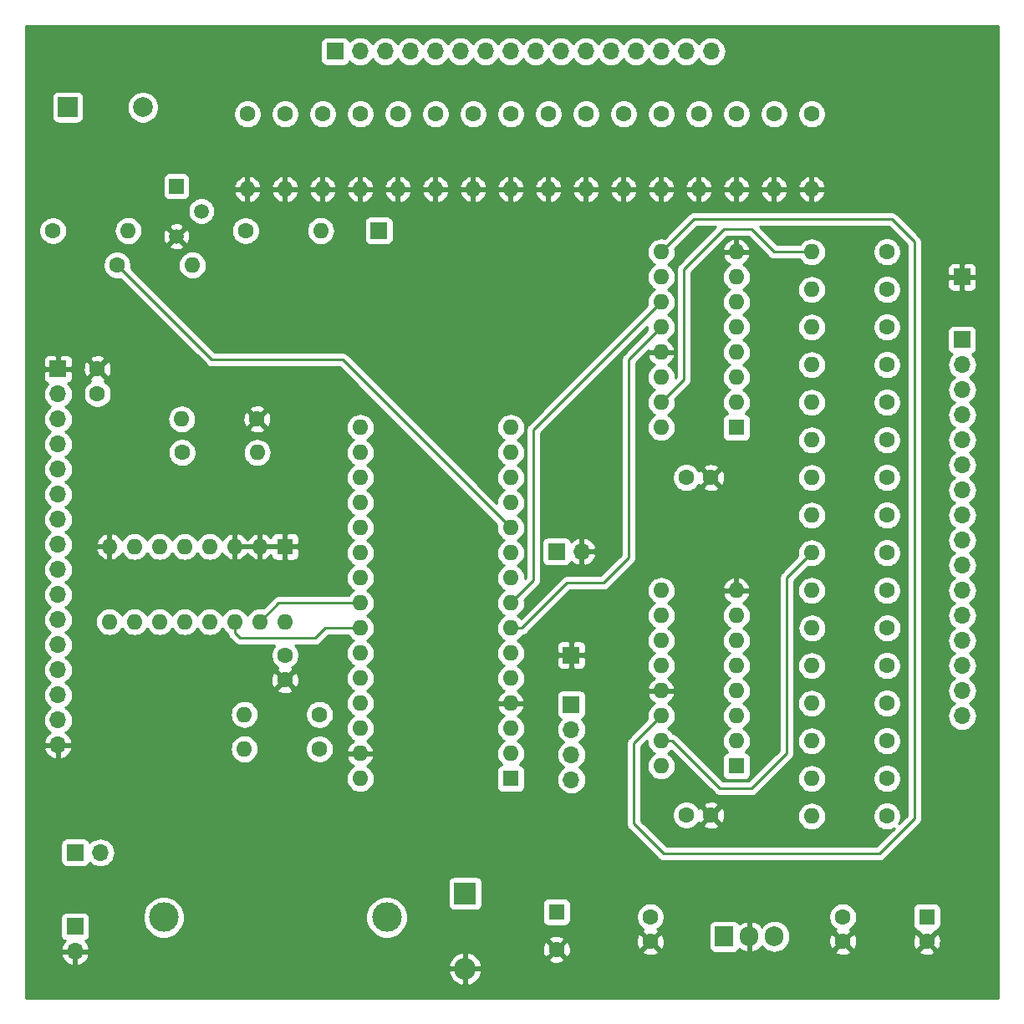
<source format=gbr>
G04 #@! TF.GenerationSoftware,KiCad,Pcbnew,(5.1.4)-1*
G04 #@! TF.CreationDate,2019-10-30T21:39:05+01:00*
G04 #@! TF.ProjectId,Projekt,50726f6a-656b-4742-9e6b-696361645f70,v01*
G04 #@! TF.SameCoordinates,Original*
G04 #@! TF.FileFunction,Copper,L2,Bot*
G04 #@! TF.FilePolarity,Positive*
%FSLAX46Y46*%
G04 Gerber Fmt 4.6, Leading zero omitted, Abs format (unit mm)*
G04 Created by KiCad (PCBNEW (5.1.4)-1) date 2019-10-30 21:39:05*
%MOMM*%
%LPD*%
G04 APERTURE LIST*
%ADD10R,1.700000X1.700000*%
%ADD11O,1.700000X1.700000*%
%ADD12O,1.600000X1.600000*%
%ADD13R,1.600000X1.600000*%
%ADD14C,2.000000*%
%ADD15R,2.000000X2.000000*%
%ADD16C,1.600000*%
%ADD17O,2.200000X2.200000*%
%ADD18R,2.200000X2.200000*%
%ADD19C,3.000000*%
%ADD20O,1.905000X2.000000*%
%ADD21R,1.905000X2.000000*%
%ADD22C,1.500000*%
%ADD23R,1.500000X1.500000*%
%ADD24C,0.254000*%
G04 APERTURE END LIST*
D10*
X104000300Y-85509100D03*
D11*
X104000300Y-88049100D03*
X104000300Y-90589100D03*
X104000300Y-93129100D03*
X104000300Y-95669100D03*
X104000300Y-98209100D03*
X104000300Y-100749100D03*
X104000300Y-103289100D03*
X104000300Y-105829100D03*
X104000300Y-108369100D03*
X104000300Y-110909100D03*
X104000300Y-113449100D03*
X104000300Y-115989100D03*
X104000300Y-118529100D03*
X104000300Y-121069100D03*
X104000300Y-123609100D03*
D12*
X134620000Y-91440000D03*
X149860000Y-91440000D03*
X134620000Y-127000000D03*
X149860000Y-93980000D03*
X134620000Y-124460000D03*
X149860000Y-96520000D03*
X134620000Y-121920000D03*
X149860000Y-99060000D03*
X134620000Y-119380000D03*
X149860000Y-101600000D03*
X134620000Y-116840000D03*
X149860000Y-104140000D03*
X134620000Y-114300000D03*
X149860000Y-106680000D03*
X134620000Y-111760000D03*
X149860000Y-109220000D03*
X134620000Y-109220000D03*
X149860000Y-111760000D03*
X134620000Y-106680000D03*
X149860000Y-114300000D03*
X134620000Y-104140000D03*
X149860000Y-116840000D03*
X134620000Y-101600000D03*
X149860000Y-119380000D03*
X134620000Y-99060000D03*
X149860000Y-121920000D03*
X134620000Y-96520000D03*
X149860000Y-124460000D03*
X134620000Y-93980000D03*
D13*
X149860000Y-127000000D03*
D10*
X105740200Y-141973300D03*
D11*
X105740200Y-144513300D03*
D14*
X112600000Y-59000000D03*
D15*
X105000000Y-59000000D03*
D16*
X127000000Y-117000000D03*
X127000000Y-114500000D03*
X108000000Y-85500000D03*
X108000000Y-88000000D03*
X154500000Y-144300000D03*
D13*
X154500000Y-140500000D03*
D16*
X164000000Y-141000000D03*
X164000000Y-143500000D03*
X183500000Y-143500000D03*
X183500000Y-141000000D03*
X192000000Y-143500000D03*
D13*
X192000000Y-141000000D03*
D16*
X170140000Y-96520000D03*
X167640000Y-96520000D03*
X167641900Y-130708400D03*
X170141900Y-130708400D03*
D17*
X145249900Y-146253200D03*
D18*
X145249900Y-138633200D03*
D19*
X114712400Y-141058900D03*
X137312400Y-141058900D03*
D10*
X136500000Y-71500000D03*
D11*
X170180000Y-53340000D03*
X167640000Y-53340000D03*
X165100000Y-53340000D03*
X162560000Y-53340000D03*
X160020000Y-53340000D03*
X157480000Y-53340000D03*
X154940000Y-53340000D03*
X152400000Y-53340000D03*
X149860000Y-53340000D03*
X147320000Y-53340000D03*
X144780000Y-53340000D03*
X142240000Y-53340000D03*
X139700000Y-53340000D03*
X137160000Y-53340000D03*
X134620000Y-53340000D03*
D10*
X132080000Y-53340000D03*
D11*
X156000000Y-127120000D03*
X156000000Y-124580000D03*
X156000000Y-122040000D03*
D10*
X156000000Y-119500000D03*
X156000000Y-114500000D03*
X195580000Y-82550000D03*
D11*
X195580000Y-85090000D03*
X195580000Y-87630000D03*
X195580000Y-90170000D03*
X195580000Y-92710000D03*
X195580000Y-95250000D03*
X195580000Y-97790000D03*
X195580000Y-100330000D03*
X195580000Y-102870000D03*
X195580000Y-105410000D03*
X195580000Y-107950000D03*
X195580000Y-110490000D03*
X195580000Y-113030000D03*
X195580000Y-115570000D03*
X195580000Y-118110000D03*
X195580000Y-120650000D03*
D10*
X195580000Y-76200000D03*
D16*
X130500000Y-124000000D03*
D12*
X122880000Y-124000000D03*
X122880000Y-120500000D03*
D16*
X130500000Y-120500000D03*
D12*
X123190000Y-67310000D03*
D16*
X123190000Y-59690000D03*
D12*
X130620000Y-71500000D03*
D16*
X123000000Y-71500000D03*
X127000000Y-59690000D03*
D12*
X127000000Y-67310000D03*
X130810000Y-67310000D03*
D16*
X130810000Y-59690000D03*
X134620000Y-59690000D03*
D12*
X134620000Y-67310000D03*
X138430000Y-67310000D03*
D16*
X138430000Y-59690000D03*
X142240000Y-59690000D03*
D12*
X142240000Y-67310000D03*
X146050000Y-67310000D03*
D16*
X146050000Y-59690000D03*
X149860000Y-59690000D03*
D12*
X149860000Y-67310000D03*
X153670000Y-67310000D03*
D16*
X153670000Y-59690000D03*
D12*
X157480000Y-67310000D03*
D16*
X157480000Y-59690000D03*
D12*
X161290000Y-67310000D03*
D16*
X161290000Y-59690000D03*
X165100000Y-59690000D03*
D12*
X165100000Y-67310000D03*
X168910000Y-67310000D03*
D16*
X168910000Y-59690000D03*
X172720000Y-59690000D03*
D12*
X172720000Y-67310000D03*
X176530000Y-67310000D03*
D16*
X176530000Y-59690000D03*
X180340000Y-59690000D03*
D12*
X180340000Y-67310000D03*
D16*
X116560600Y-93980000D03*
D12*
X124180600Y-93980000D03*
X116547900Y-90589100D03*
D16*
X124167900Y-90589100D03*
X110000000Y-75000000D03*
D12*
X117620000Y-75000000D03*
D16*
X103500000Y-71500000D03*
D12*
X111120000Y-71500000D03*
D16*
X187960000Y-73660000D03*
D12*
X180340000Y-73660000D03*
X180340000Y-77470000D03*
D16*
X187960000Y-77470000D03*
X187960000Y-81280000D03*
D12*
X180340000Y-81280000D03*
X180340000Y-85090000D03*
D16*
X187960000Y-85090000D03*
X187960000Y-88900000D03*
D12*
X180340000Y-88900000D03*
X180340000Y-92710000D03*
D16*
X187960000Y-92710000D03*
D12*
X180340000Y-96520000D03*
D16*
X187960000Y-96520000D03*
X187960000Y-100330000D03*
D12*
X180340000Y-100330000D03*
X180340000Y-104140000D03*
D16*
X187960000Y-104140000D03*
X187960000Y-107950000D03*
D12*
X180340000Y-107950000D03*
X180380000Y-111760000D03*
D16*
X188000000Y-111760000D03*
X187960000Y-115570000D03*
D12*
X180340000Y-115570000D03*
D16*
X187960000Y-119380000D03*
D12*
X180340000Y-119380000D03*
X180340000Y-123190000D03*
D16*
X187960000Y-123190000D03*
X187960000Y-127000000D03*
D12*
X180340000Y-127000000D03*
X180340000Y-130810000D03*
D16*
X187960000Y-130810000D03*
D11*
X108292900Y-134493000D03*
D10*
X105752900Y-134493000D03*
D13*
X127000000Y-103500000D03*
D12*
X109220000Y-111120000D03*
X124460000Y-103500000D03*
X111760000Y-111120000D03*
X121920000Y-103500000D03*
X114300000Y-111120000D03*
X119380000Y-103500000D03*
X116840000Y-111120000D03*
X116840000Y-103500000D03*
X119380000Y-111120000D03*
X114300000Y-103500000D03*
X121920000Y-111120000D03*
X111760000Y-103500000D03*
X124460000Y-111120000D03*
X109220000Y-103500000D03*
X127000000Y-111120000D03*
D20*
X176580000Y-143000000D03*
X174040000Y-143000000D03*
D21*
X171500000Y-143000000D03*
D12*
X165100000Y-91440000D03*
X172720000Y-73660000D03*
X165100000Y-88900000D03*
X172720000Y-76200000D03*
X165100000Y-86360000D03*
X172720000Y-78740000D03*
X165100000Y-83820000D03*
X172720000Y-81280000D03*
X165100000Y-81280000D03*
X172720000Y-83820000D03*
X165100000Y-78740000D03*
X172720000Y-86360000D03*
X165100000Y-76200000D03*
X172720000Y-88900000D03*
X165100000Y-73660000D03*
D13*
X172720000Y-91440000D03*
D12*
X165100000Y-125730000D03*
X172720000Y-107950000D03*
X165100000Y-123190000D03*
X172720000Y-110490000D03*
X165100000Y-120650000D03*
X172720000Y-113030000D03*
X165100000Y-118110000D03*
X172720000Y-115570000D03*
X165100000Y-115570000D03*
X172720000Y-118110000D03*
X165100000Y-113030000D03*
X172720000Y-120650000D03*
X165100000Y-110490000D03*
X172720000Y-123190000D03*
X165100000Y-107950000D03*
D13*
X172720000Y-125730000D03*
D10*
X154500000Y-104000000D03*
D11*
X157040000Y-104000000D03*
D22*
X118540000Y-69540000D03*
X116000000Y-72080000D03*
D23*
X116000000Y-67000000D03*
D24*
X126360000Y-109220000D02*
X134620000Y-109220000D01*
X124460000Y-111120000D02*
X126360000Y-109220000D01*
X149860000Y-109220000D02*
X152146000Y-106934000D01*
X152146000Y-91694000D02*
X165100000Y-78740000D01*
X152146000Y-106934000D02*
X152146000Y-91694000D01*
X121920000Y-112251370D02*
X122444630Y-112776000D01*
X121920000Y-111120000D02*
X121920000Y-112251370D01*
X122444630Y-112776000D02*
X130048000Y-112776000D01*
X131064000Y-111760000D02*
X134620000Y-111760000D01*
X130048000Y-112776000D02*
X131064000Y-111760000D01*
X180340000Y-73660000D02*
X176530000Y-73660000D01*
X176530000Y-73660000D02*
X174244000Y-71374000D01*
X174244000Y-71374000D02*
X171450000Y-71374000D01*
X171450000Y-71374000D02*
X167386000Y-75438000D01*
X167386000Y-86614000D02*
X165100000Y-88900000D01*
X167386000Y-75438000D02*
X167386000Y-86614000D01*
X166231370Y-123190000D02*
X171057370Y-128016000D01*
X165100000Y-123190000D02*
X166231370Y-123190000D01*
X171057370Y-128016000D02*
X174244000Y-128016000D01*
X174244000Y-128016000D02*
X177800000Y-124460000D01*
X177800000Y-106680000D02*
X180340000Y-104140000D01*
X177800000Y-124460000D02*
X177800000Y-106680000D01*
X165100000Y-73660000D02*
X168402000Y-70358000D01*
X168402000Y-70358000D02*
X188468000Y-70358000D01*
X188468000Y-70358000D02*
X190754000Y-72644000D01*
X190754000Y-72644000D02*
X190754000Y-131064000D01*
X190754000Y-131064000D02*
X187198000Y-134620000D01*
X187198000Y-134620000D02*
X165354000Y-134620000D01*
X165354000Y-134620000D02*
X162306000Y-131572000D01*
X164300001Y-121449999D02*
X165100000Y-120650000D01*
X162306000Y-123444000D02*
X164300001Y-121449999D01*
X162306000Y-131572000D02*
X162306000Y-123444000D01*
X161798000Y-84582000D02*
X165100000Y-81280000D01*
X161798000Y-104648000D02*
X161798000Y-84582000D01*
X159258000Y-107188000D02*
X161798000Y-104648000D01*
X155563370Y-107188000D02*
X159258000Y-107188000D01*
X149860000Y-111760000D02*
X150991370Y-111760000D01*
X150991370Y-111760000D02*
X155563370Y-107188000D01*
X149860000Y-101600000D02*
X132842000Y-84582000D01*
X119582000Y-84582000D02*
X110000000Y-75000000D01*
X132842000Y-84582000D02*
X119582000Y-84582000D01*
G36*
X199265000Y-149265000D02*
G01*
X100735000Y-149265000D01*
X100735000Y-146649323D01*
X143560721Y-146649323D01*
X143670458Y-146971254D01*
X143840892Y-147265591D01*
X144065473Y-147521022D01*
X144335571Y-147727731D01*
X144640806Y-147877775D01*
X144853778Y-147942375D01*
X145122900Y-147824325D01*
X145122900Y-146380200D01*
X145376900Y-146380200D01*
X145376900Y-147824325D01*
X145646022Y-147942375D01*
X145858994Y-147877775D01*
X146164229Y-147727731D01*
X146434327Y-147521022D01*
X146658908Y-147265591D01*
X146829342Y-146971254D01*
X146939079Y-146649323D01*
X146821500Y-146380200D01*
X145376900Y-146380200D01*
X145122900Y-146380200D01*
X143678300Y-146380200D01*
X143560721Y-146649323D01*
X100735000Y-146649323D01*
X100735000Y-144870190D01*
X104298724Y-144870190D01*
X104343375Y-145017399D01*
X104468559Y-145280220D01*
X104642612Y-145513569D01*
X104858845Y-145708478D01*
X105108948Y-145857457D01*
X105383309Y-145954781D01*
X105613200Y-145834114D01*
X105613200Y-144640300D01*
X105867200Y-144640300D01*
X105867200Y-145834114D01*
X106097091Y-145954781D01*
X106371452Y-145857457D01*
X106372089Y-145857077D01*
X143560721Y-145857077D01*
X143678300Y-146126200D01*
X145122900Y-146126200D01*
X145122900Y-144682075D01*
X145376900Y-144682075D01*
X145376900Y-146126200D01*
X146821500Y-146126200D01*
X146939079Y-145857077D01*
X146829342Y-145535146D01*
X146688957Y-145292702D01*
X153686903Y-145292702D01*
X153758486Y-145536671D01*
X154013996Y-145657571D01*
X154288184Y-145726300D01*
X154570512Y-145740217D01*
X154850130Y-145698787D01*
X155116292Y-145603603D01*
X155241514Y-145536671D01*
X155313097Y-145292702D01*
X154500000Y-144479605D01*
X153686903Y-145292702D01*
X146688957Y-145292702D01*
X146658908Y-145240809D01*
X146434327Y-144985378D01*
X146164229Y-144778669D01*
X145858994Y-144628625D01*
X145646022Y-144564025D01*
X145376900Y-144682075D01*
X145122900Y-144682075D01*
X144853778Y-144564025D01*
X144640806Y-144628625D01*
X144335571Y-144778669D01*
X144065473Y-144985378D01*
X143840892Y-145240809D01*
X143670458Y-145535146D01*
X143560721Y-145857077D01*
X106372089Y-145857077D01*
X106621555Y-145708478D01*
X106837788Y-145513569D01*
X107011841Y-145280220D01*
X107137025Y-145017399D01*
X107181676Y-144870190D01*
X107060355Y-144640300D01*
X105867200Y-144640300D01*
X105613200Y-144640300D01*
X104420045Y-144640300D01*
X104298724Y-144870190D01*
X100735000Y-144870190D01*
X100735000Y-141123300D01*
X104252128Y-141123300D01*
X104252128Y-142823300D01*
X104264388Y-142947782D01*
X104300698Y-143067480D01*
X104359663Y-143177794D01*
X104439015Y-143274485D01*
X104535706Y-143353837D01*
X104646020Y-143412802D01*
X104726666Y-143437266D01*
X104642612Y-143513031D01*
X104468559Y-143746380D01*
X104343375Y-144009201D01*
X104298724Y-144156410D01*
X104420045Y-144386300D01*
X105613200Y-144386300D01*
X105613200Y-144366300D01*
X105867200Y-144366300D01*
X105867200Y-144386300D01*
X107060355Y-144386300D01*
X107068686Y-144370512D01*
X153059783Y-144370512D01*
X153101213Y-144650130D01*
X153196397Y-144916292D01*
X153263329Y-145041514D01*
X153507298Y-145113097D01*
X154320395Y-144300000D01*
X154679605Y-144300000D01*
X155492702Y-145113097D01*
X155736671Y-145041514D01*
X155857571Y-144786004D01*
X155926300Y-144511816D01*
X155927242Y-144492702D01*
X163186903Y-144492702D01*
X163258486Y-144736671D01*
X163513996Y-144857571D01*
X163788184Y-144926300D01*
X164070512Y-144940217D01*
X164350130Y-144898787D01*
X164616292Y-144803603D01*
X164741514Y-144736671D01*
X164813097Y-144492702D01*
X164000000Y-143679605D01*
X163186903Y-144492702D01*
X155927242Y-144492702D01*
X155940217Y-144229488D01*
X155898787Y-143949870D01*
X155803603Y-143683708D01*
X155743099Y-143570512D01*
X162559783Y-143570512D01*
X162601213Y-143850130D01*
X162696397Y-144116292D01*
X162763329Y-144241514D01*
X163007298Y-144313097D01*
X163820395Y-143500000D01*
X164179605Y-143500000D01*
X164992702Y-144313097D01*
X165236671Y-144241514D01*
X165357571Y-143986004D01*
X165426300Y-143711816D01*
X165440217Y-143429488D01*
X165398787Y-143149870D01*
X165303603Y-142883708D01*
X165236671Y-142758486D01*
X164992702Y-142686903D01*
X164179605Y-143500000D01*
X163820395Y-143500000D01*
X163007298Y-142686903D01*
X162763329Y-142758486D01*
X162642429Y-143013996D01*
X162573700Y-143288184D01*
X162559783Y-143570512D01*
X155743099Y-143570512D01*
X155736671Y-143558486D01*
X155492702Y-143486903D01*
X154679605Y-144300000D01*
X154320395Y-144300000D01*
X153507298Y-143486903D01*
X153263329Y-143558486D01*
X153142429Y-143813996D01*
X153073700Y-144088184D01*
X153059783Y-144370512D01*
X107068686Y-144370512D01*
X107181676Y-144156410D01*
X107137025Y-144009201D01*
X107011841Y-143746380D01*
X106837788Y-143513031D01*
X106753734Y-143437266D01*
X106834380Y-143412802D01*
X106944694Y-143353837D01*
X107001402Y-143307298D01*
X153686903Y-143307298D01*
X154500000Y-144120395D01*
X155313097Y-143307298D01*
X155241514Y-143063329D01*
X154986004Y-142942429D01*
X154711816Y-142873700D01*
X154429488Y-142859783D01*
X154149870Y-142901213D01*
X153883708Y-142996397D01*
X153758486Y-143063329D01*
X153686903Y-143307298D01*
X107001402Y-143307298D01*
X107041385Y-143274485D01*
X107120737Y-143177794D01*
X107179702Y-143067480D01*
X107216012Y-142947782D01*
X107228272Y-142823300D01*
X107228272Y-141123300D01*
X107216012Y-140998818D01*
X107179702Y-140879120D01*
X107163400Y-140848621D01*
X112577400Y-140848621D01*
X112577400Y-141269179D01*
X112659447Y-141681656D01*
X112820388Y-142070202D01*
X113054037Y-142419883D01*
X113351417Y-142717263D01*
X113701098Y-142950912D01*
X114089644Y-143111853D01*
X114502121Y-143193900D01*
X114922679Y-143193900D01*
X115335156Y-143111853D01*
X115723702Y-142950912D01*
X116073383Y-142717263D01*
X116370763Y-142419883D01*
X116604412Y-142070202D01*
X116765353Y-141681656D01*
X116847400Y-141269179D01*
X116847400Y-140848621D01*
X135177400Y-140848621D01*
X135177400Y-141269179D01*
X135259447Y-141681656D01*
X135420388Y-142070202D01*
X135654037Y-142419883D01*
X135951417Y-142717263D01*
X136301098Y-142950912D01*
X136689644Y-143111853D01*
X137102121Y-143193900D01*
X137522679Y-143193900D01*
X137935156Y-143111853D01*
X138323702Y-142950912D01*
X138673383Y-142717263D01*
X138970763Y-142419883D01*
X139204412Y-142070202D01*
X139365353Y-141681656D01*
X139447400Y-141269179D01*
X139447400Y-140848621D01*
X139365353Y-140436144D01*
X139204412Y-140047598D01*
X138970763Y-139697917D01*
X138673383Y-139400537D01*
X138323702Y-139166888D01*
X137935156Y-139005947D01*
X137522679Y-138923900D01*
X137102121Y-138923900D01*
X136689644Y-139005947D01*
X136301098Y-139166888D01*
X135951417Y-139400537D01*
X135654037Y-139697917D01*
X135420388Y-140047598D01*
X135259447Y-140436144D01*
X135177400Y-140848621D01*
X116847400Y-140848621D01*
X116765353Y-140436144D01*
X116604412Y-140047598D01*
X116370763Y-139697917D01*
X116073383Y-139400537D01*
X115723702Y-139166888D01*
X115335156Y-139005947D01*
X114922679Y-138923900D01*
X114502121Y-138923900D01*
X114089644Y-139005947D01*
X113701098Y-139166888D01*
X113351417Y-139400537D01*
X113054037Y-139697917D01*
X112820388Y-140047598D01*
X112659447Y-140436144D01*
X112577400Y-140848621D01*
X107163400Y-140848621D01*
X107120737Y-140768806D01*
X107041385Y-140672115D01*
X106944694Y-140592763D01*
X106834380Y-140533798D01*
X106714682Y-140497488D01*
X106590200Y-140485228D01*
X104890200Y-140485228D01*
X104765718Y-140497488D01*
X104646020Y-140533798D01*
X104535706Y-140592763D01*
X104439015Y-140672115D01*
X104359663Y-140768806D01*
X104300698Y-140879120D01*
X104264388Y-140998818D01*
X104252128Y-141123300D01*
X100735000Y-141123300D01*
X100735000Y-137533200D01*
X143511828Y-137533200D01*
X143511828Y-139733200D01*
X143524088Y-139857682D01*
X143560398Y-139977380D01*
X143619363Y-140087694D01*
X143698715Y-140184385D01*
X143795406Y-140263737D01*
X143905720Y-140322702D01*
X144025418Y-140359012D01*
X144149900Y-140371272D01*
X146349900Y-140371272D01*
X146474382Y-140359012D01*
X146594080Y-140322702D01*
X146704394Y-140263737D01*
X146801085Y-140184385D01*
X146880437Y-140087694D01*
X146939402Y-139977380D01*
X146975712Y-139857682D01*
X146987972Y-139733200D01*
X146987972Y-139700000D01*
X153061928Y-139700000D01*
X153061928Y-141300000D01*
X153074188Y-141424482D01*
X153110498Y-141544180D01*
X153169463Y-141654494D01*
X153248815Y-141751185D01*
X153345506Y-141830537D01*
X153455820Y-141889502D01*
X153575518Y-141925812D01*
X153700000Y-141938072D01*
X155300000Y-141938072D01*
X155424482Y-141925812D01*
X155544180Y-141889502D01*
X155654494Y-141830537D01*
X155751185Y-141751185D01*
X155830537Y-141654494D01*
X155889502Y-141544180D01*
X155925812Y-141424482D01*
X155938072Y-141300000D01*
X155938072Y-140858665D01*
X162565000Y-140858665D01*
X162565000Y-141141335D01*
X162620147Y-141418574D01*
X162728320Y-141679727D01*
X162885363Y-141914759D01*
X163085241Y-142114637D01*
X163285869Y-142248692D01*
X163258486Y-142263329D01*
X163186903Y-142507298D01*
X164000000Y-143320395D01*
X164813097Y-142507298D01*
X164741514Y-142263329D01*
X164712659Y-142249676D01*
X164914759Y-142114637D01*
X165029396Y-142000000D01*
X169909428Y-142000000D01*
X169909428Y-144000000D01*
X169921688Y-144124482D01*
X169957998Y-144244180D01*
X170016963Y-144354494D01*
X170096315Y-144451185D01*
X170193006Y-144530537D01*
X170303320Y-144589502D01*
X170423018Y-144625812D01*
X170547500Y-144638072D01*
X172452500Y-144638072D01*
X172576982Y-144625812D01*
X172696680Y-144589502D01*
X172806994Y-144530537D01*
X172903685Y-144451185D01*
X172983037Y-144354494D01*
X173032059Y-144262781D01*
X173173077Y-144375969D01*
X173448906Y-144519571D01*
X173667020Y-144590563D01*
X173913000Y-144470594D01*
X173913000Y-143127000D01*
X173893000Y-143127000D01*
X173893000Y-142873000D01*
X173913000Y-142873000D01*
X173913000Y-141529406D01*
X174167000Y-141529406D01*
X174167000Y-142873000D01*
X174187000Y-142873000D01*
X174187000Y-143127000D01*
X174167000Y-143127000D01*
X174167000Y-144470594D01*
X174412980Y-144590563D01*
X174631094Y-144519571D01*
X174906923Y-144375969D01*
X175149437Y-144181315D01*
X175304837Y-143996101D01*
X175452037Y-144175463D01*
X175693766Y-144373845D01*
X175969552Y-144521255D01*
X176268797Y-144612030D01*
X176580000Y-144642681D01*
X176891204Y-144612030D01*
X177190449Y-144521255D01*
X177243868Y-144492702D01*
X182686903Y-144492702D01*
X182758486Y-144736671D01*
X183013996Y-144857571D01*
X183288184Y-144926300D01*
X183570512Y-144940217D01*
X183850130Y-144898787D01*
X184116292Y-144803603D01*
X184241514Y-144736671D01*
X184313097Y-144492702D01*
X191186903Y-144492702D01*
X191258486Y-144736671D01*
X191513996Y-144857571D01*
X191788184Y-144926300D01*
X192070512Y-144940217D01*
X192350130Y-144898787D01*
X192616292Y-144803603D01*
X192741514Y-144736671D01*
X192813097Y-144492702D01*
X192000000Y-143679605D01*
X191186903Y-144492702D01*
X184313097Y-144492702D01*
X183500000Y-143679605D01*
X182686903Y-144492702D01*
X177243868Y-144492702D01*
X177466235Y-144373845D01*
X177707963Y-144175463D01*
X177906345Y-143933734D01*
X178053755Y-143657948D01*
X178080278Y-143570512D01*
X182059783Y-143570512D01*
X182101213Y-143850130D01*
X182196397Y-144116292D01*
X182263329Y-144241514D01*
X182507298Y-144313097D01*
X183320395Y-143500000D01*
X183679605Y-143500000D01*
X184492702Y-144313097D01*
X184736671Y-144241514D01*
X184857571Y-143986004D01*
X184926300Y-143711816D01*
X184933265Y-143570512D01*
X190559783Y-143570512D01*
X190601213Y-143850130D01*
X190696397Y-144116292D01*
X190763329Y-144241514D01*
X191007298Y-144313097D01*
X191820395Y-143500000D01*
X192179605Y-143500000D01*
X192992702Y-144313097D01*
X193236671Y-144241514D01*
X193357571Y-143986004D01*
X193426300Y-143711816D01*
X193440217Y-143429488D01*
X193398787Y-143149870D01*
X193303603Y-142883708D01*
X193236671Y-142758486D01*
X192992702Y-142686903D01*
X192179605Y-143500000D01*
X191820395Y-143500000D01*
X191007298Y-142686903D01*
X190763329Y-142758486D01*
X190642429Y-143013996D01*
X190573700Y-143288184D01*
X190559783Y-143570512D01*
X184933265Y-143570512D01*
X184940217Y-143429488D01*
X184898787Y-143149870D01*
X184803603Y-142883708D01*
X184736671Y-142758486D01*
X184492702Y-142686903D01*
X183679605Y-143500000D01*
X183320395Y-143500000D01*
X182507298Y-142686903D01*
X182263329Y-142758486D01*
X182142429Y-143013996D01*
X182073700Y-143288184D01*
X182059783Y-143570512D01*
X178080278Y-143570512D01*
X178144530Y-143358703D01*
X178167500Y-143125485D01*
X178167500Y-142874514D01*
X178144530Y-142641296D01*
X178053755Y-142342051D01*
X177906345Y-142066265D01*
X177707963Y-141824537D01*
X177466234Y-141626155D01*
X177190448Y-141478745D01*
X176891203Y-141387970D01*
X176580000Y-141357319D01*
X176268796Y-141387970D01*
X175969551Y-141478745D01*
X175693765Y-141626155D01*
X175452037Y-141824537D01*
X175304838Y-142003900D01*
X175149437Y-141818685D01*
X174906923Y-141624031D01*
X174631094Y-141480429D01*
X174412980Y-141409437D01*
X174167000Y-141529406D01*
X173913000Y-141529406D01*
X173667020Y-141409437D01*
X173448906Y-141480429D01*
X173173077Y-141624031D01*
X173032059Y-141737219D01*
X172983037Y-141645506D01*
X172903685Y-141548815D01*
X172806994Y-141469463D01*
X172696680Y-141410498D01*
X172576982Y-141374188D01*
X172452500Y-141361928D01*
X170547500Y-141361928D01*
X170423018Y-141374188D01*
X170303320Y-141410498D01*
X170193006Y-141469463D01*
X170096315Y-141548815D01*
X170016963Y-141645506D01*
X169957998Y-141755820D01*
X169921688Y-141875518D01*
X169909428Y-142000000D01*
X165029396Y-142000000D01*
X165114637Y-141914759D01*
X165271680Y-141679727D01*
X165379853Y-141418574D01*
X165435000Y-141141335D01*
X165435000Y-140858665D01*
X182065000Y-140858665D01*
X182065000Y-141141335D01*
X182120147Y-141418574D01*
X182228320Y-141679727D01*
X182385363Y-141914759D01*
X182585241Y-142114637D01*
X182785869Y-142248692D01*
X182758486Y-142263329D01*
X182686903Y-142507298D01*
X183500000Y-143320395D01*
X184313097Y-142507298D01*
X184241514Y-142263329D01*
X184212659Y-142249676D01*
X184414759Y-142114637D01*
X184614637Y-141914759D01*
X184771680Y-141679727D01*
X184879853Y-141418574D01*
X184935000Y-141141335D01*
X184935000Y-140858665D01*
X184879853Y-140581426D01*
X184771680Y-140320273D01*
X184691317Y-140200000D01*
X190561928Y-140200000D01*
X190561928Y-141800000D01*
X190574188Y-141924482D01*
X190610498Y-142044180D01*
X190669463Y-142154494D01*
X190748815Y-142251185D01*
X190845506Y-142330537D01*
X190955820Y-142389502D01*
X191075518Y-142425812D01*
X191200000Y-142438072D01*
X191207215Y-142438072D01*
X191186903Y-142507298D01*
X192000000Y-143320395D01*
X192813097Y-142507298D01*
X192792785Y-142438072D01*
X192800000Y-142438072D01*
X192924482Y-142425812D01*
X193044180Y-142389502D01*
X193154494Y-142330537D01*
X193251185Y-142251185D01*
X193330537Y-142154494D01*
X193389502Y-142044180D01*
X193425812Y-141924482D01*
X193438072Y-141800000D01*
X193438072Y-140200000D01*
X193425812Y-140075518D01*
X193389502Y-139955820D01*
X193330537Y-139845506D01*
X193251185Y-139748815D01*
X193154494Y-139669463D01*
X193044180Y-139610498D01*
X192924482Y-139574188D01*
X192800000Y-139561928D01*
X191200000Y-139561928D01*
X191075518Y-139574188D01*
X190955820Y-139610498D01*
X190845506Y-139669463D01*
X190748815Y-139748815D01*
X190669463Y-139845506D01*
X190610498Y-139955820D01*
X190574188Y-140075518D01*
X190561928Y-140200000D01*
X184691317Y-140200000D01*
X184614637Y-140085241D01*
X184414759Y-139885363D01*
X184179727Y-139728320D01*
X183918574Y-139620147D01*
X183641335Y-139565000D01*
X183358665Y-139565000D01*
X183081426Y-139620147D01*
X182820273Y-139728320D01*
X182585241Y-139885363D01*
X182385363Y-140085241D01*
X182228320Y-140320273D01*
X182120147Y-140581426D01*
X182065000Y-140858665D01*
X165435000Y-140858665D01*
X165379853Y-140581426D01*
X165271680Y-140320273D01*
X165114637Y-140085241D01*
X164914759Y-139885363D01*
X164679727Y-139728320D01*
X164418574Y-139620147D01*
X164141335Y-139565000D01*
X163858665Y-139565000D01*
X163581426Y-139620147D01*
X163320273Y-139728320D01*
X163085241Y-139885363D01*
X162885363Y-140085241D01*
X162728320Y-140320273D01*
X162620147Y-140581426D01*
X162565000Y-140858665D01*
X155938072Y-140858665D01*
X155938072Y-139700000D01*
X155925812Y-139575518D01*
X155889502Y-139455820D01*
X155830537Y-139345506D01*
X155751185Y-139248815D01*
X155654494Y-139169463D01*
X155544180Y-139110498D01*
X155424482Y-139074188D01*
X155300000Y-139061928D01*
X153700000Y-139061928D01*
X153575518Y-139074188D01*
X153455820Y-139110498D01*
X153345506Y-139169463D01*
X153248815Y-139248815D01*
X153169463Y-139345506D01*
X153110498Y-139455820D01*
X153074188Y-139575518D01*
X153061928Y-139700000D01*
X146987972Y-139700000D01*
X146987972Y-137533200D01*
X146975712Y-137408718D01*
X146939402Y-137289020D01*
X146880437Y-137178706D01*
X146801085Y-137082015D01*
X146704394Y-137002663D01*
X146594080Y-136943698D01*
X146474382Y-136907388D01*
X146349900Y-136895128D01*
X144149900Y-136895128D01*
X144025418Y-136907388D01*
X143905720Y-136943698D01*
X143795406Y-137002663D01*
X143698715Y-137082015D01*
X143619363Y-137178706D01*
X143560398Y-137289020D01*
X143524088Y-137408718D01*
X143511828Y-137533200D01*
X100735000Y-137533200D01*
X100735000Y-133643000D01*
X104264828Y-133643000D01*
X104264828Y-135343000D01*
X104277088Y-135467482D01*
X104313398Y-135587180D01*
X104372363Y-135697494D01*
X104451715Y-135794185D01*
X104548406Y-135873537D01*
X104658720Y-135932502D01*
X104778418Y-135968812D01*
X104902900Y-135981072D01*
X106602900Y-135981072D01*
X106727382Y-135968812D01*
X106847080Y-135932502D01*
X106957394Y-135873537D01*
X107054085Y-135794185D01*
X107133437Y-135697494D01*
X107192402Y-135587180D01*
X107213293Y-135518313D01*
X107237766Y-135548134D01*
X107463886Y-135733706D01*
X107721866Y-135871599D01*
X108001789Y-135956513D01*
X108219950Y-135978000D01*
X108365850Y-135978000D01*
X108584011Y-135956513D01*
X108863934Y-135871599D01*
X109121914Y-135733706D01*
X109348034Y-135548134D01*
X109533606Y-135322014D01*
X109671499Y-135064034D01*
X109756413Y-134784111D01*
X109785085Y-134493000D01*
X109756413Y-134201889D01*
X109671499Y-133921966D01*
X109533606Y-133663986D01*
X109348034Y-133437866D01*
X109121914Y-133252294D01*
X108863934Y-133114401D01*
X108584011Y-133029487D01*
X108365850Y-133008000D01*
X108219950Y-133008000D01*
X108001789Y-133029487D01*
X107721866Y-133114401D01*
X107463886Y-133252294D01*
X107237766Y-133437866D01*
X107213293Y-133467687D01*
X107192402Y-133398820D01*
X107133437Y-133288506D01*
X107054085Y-133191815D01*
X106957394Y-133112463D01*
X106847080Y-133053498D01*
X106727382Y-133017188D01*
X106602900Y-133004928D01*
X104902900Y-133004928D01*
X104778418Y-133017188D01*
X104658720Y-133053498D01*
X104548406Y-133112463D01*
X104451715Y-133191815D01*
X104372363Y-133288506D01*
X104313398Y-133398820D01*
X104277088Y-133518518D01*
X104264828Y-133643000D01*
X100735000Y-133643000D01*
X100735000Y-127000000D01*
X133178057Y-127000000D01*
X133205764Y-127281309D01*
X133287818Y-127551808D01*
X133421068Y-127801101D01*
X133600392Y-128019608D01*
X133818899Y-128198932D01*
X134068192Y-128332182D01*
X134338691Y-128414236D01*
X134549508Y-128435000D01*
X134690492Y-128435000D01*
X134901309Y-128414236D01*
X135171808Y-128332182D01*
X135421101Y-128198932D01*
X135639608Y-128019608D01*
X135818932Y-127801101D01*
X135952182Y-127551808D01*
X136034236Y-127281309D01*
X136061943Y-127000000D01*
X136034236Y-126718691D01*
X135952182Y-126448192D01*
X135818932Y-126198899D01*
X135639608Y-125980392D01*
X135421101Y-125801068D01*
X135283318Y-125727421D01*
X135475131Y-125612385D01*
X135683519Y-125423414D01*
X135851037Y-125197420D01*
X135971246Y-124943087D01*
X136011904Y-124809039D01*
X135889915Y-124587000D01*
X134747000Y-124587000D01*
X134747000Y-124607000D01*
X134493000Y-124607000D01*
X134493000Y-124587000D01*
X133350085Y-124587000D01*
X133228096Y-124809039D01*
X133268754Y-124943087D01*
X133388963Y-125197420D01*
X133556481Y-125423414D01*
X133764869Y-125612385D01*
X133956682Y-125727421D01*
X133818899Y-125801068D01*
X133600392Y-125980392D01*
X133421068Y-126198899D01*
X133287818Y-126448192D01*
X133205764Y-126718691D01*
X133178057Y-127000000D01*
X100735000Y-127000000D01*
X100735000Y-123965990D01*
X102558824Y-123965990D01*
X102603475Y-124113199D01*
X102728659Y-124376020D01*
X102902712Y-124609369D01*
X103118945Y-124804278D01*
X103369048Y-124953257D01*
X103643409Y-125050581D01*
X103873300Y-124929914D01*
X103873300Y-123736100D01*
X104127300Y-123736100D01*
X104127300Y-124929914D01*
X104357191Y-125050581D01*
X104631552Y-124953257D01*
X104881655Y-124804278D01*
X105097888Y-124609369D01*
X105271941Y-124376020D01*
X105397125Y-124113199D01*
X105431460Y-124000000D01*
X121438057Y-124000000D01*
X121465764Y-124281309D01*
X121547818Y-124551808D01*
X121681068Y-124801101D01*
X121860392Y-125019608D01*
X122078899Y-125198932D01*
X122328192Y-125332182D01*
X122598691Y-125414236D01*
X122809508Y-125435000D01*
X122950492Y-125435000D01*
X123161309Y-125414236D01*
X123431808Y-125332182D01*
X123681101Y-125198932D01*
X123899608Y-125019608D01*
X124078932Y-124801101D01*
X124212182Y-124551808D01*
X124294236Y-124281309D01*
X124321943Y-124000000D01*
X124308023Y-123858665D01*
X129065000Y-123858665D01*
X129065000Y-124141335D01*
X129120147Y-124418574D01*
X129228320Y-124679727D01*
X129385363Y-124914759D01*
X129585241Y-125114637D01*
X129820273Y-125271680D01*
X130081426Y-125379853D01*
X130358665Y-125435000D01*
X130641335Y-125435000D01*
X130918574Y-125379853D01*
X131179727Y-125271680D01*
X131414759Y-125114637D01*
X131614637Y-124914759D01*
X131771680Y-124679727D01*
X131879853Y-124418574D01*
X131935000Y-124141335D01*
X131935000Y-123858665D01*
X131879853Y-123581426D01*
X131771680Y-123320273D01*
X131614637Y-123085241D01*
X131414759Y-122885363D01*
X131179727Y-122728320D01*
X130918574Y-122620147D01*
X130641335Y-122565000D01*
X130358665Y-122565000D01*
X130081426Y-122620147D01*
X129820273Y-122728320D01*
X129585241Y-122885363D01*
X129385363Y-123085241D01*
X129228320Y-123320273D01*
X129120147Y-123581426D01*
X129065000Y-123858665D01*
X124308023Y-123858665D01*
X124294236Y-123718691D01*
X124212182Y-123448192D01*
X124078932Y-123198899D01*
X123899608Y-122980392D01*
X123681101Y-122801068D01*
X123431808Y-122667818D01*
X123161309Y-122585764D01*
X122950492Y-122565000D01*
X122809508Y-122565000D01*
X122598691Y-122585764D01*
X122328192Y-122667818D01*
X122078899Y-122801068D01*
X121860392Y-122980392D01*
X121681068Y-123198899D01*
X121547818Y-123448192D01*
X121465764Y-123718691D01*
X121438057Y-124000000D01*
X105431460Y-124000000D01*
X105441776Y-123965990D01*
X105320455Y-123736100D01*
X104127300Y-123736100D01*
X103873300Y-123736100D01*
X102680145Y-123736100D01*
X102558824Y-123965990D01*
X100735000Y-123965990D01*
X100735000Y-88049100D01*
X102508115Y-88049100D01*
X102536787Y-88340211D01*
X102621701Y-88620134D01*
X102759594Y-88878114D01*
X102945166Y-89104234D01*
X103171286Y-89289806D01*
X103226091Y-89319100D01*
X103171286Y-89348394D01*
X102945166Y-89533966D01*
X102759594Y-89760086D01*
X102621701Y-90018066D01*
X102536787Y-90297989D01*
X102508115Y-90589100D01*
X102536787Y-90880211D01*
X102621701Y-91160134D01*
X102759594Y-91418114D01*
X102945166Y-91644234D01*
X103171286Y-91829806D01*
X103226091Y-91859100D01*
X103171286Y-91888394D01*
X102945166Y-92073966D01*
X102759594Y-92300086D01*
X102621701Y-92558066D01*
X102536787Y-92837989D01*
X102508115Y-93129100D01*
X102536787Y-93420211D01*
X102621701Y-93700134D01*
X102759594Y-93958114D01*
X102945166Y-94184234D01*
X103171286Y-94369806D01*
X103226091Y-94399100D01*
X103171286Y-94428394D01*
X102945166Y-94613966D01*
X102759594Y-94840086D01*
X102621701Y-95098066D01*
X102536787Y-95377989D01*
X102508115Y-95669100D01*
X102536787Y-95960211D01*
X102621701Y-96240134D01*
X102759594Y-96498114D01*
X102945166Y-96724234D01*
X103171286Y-96909806D01*
X103226091Y-96939100D01*
X103171286Y-96968394D01*
X102945166Y-97153966D01*
X102759594Y-97380086D01*
X102621701Y-97638066D01*
X102536787Y-97917989D01*
X102508115Y-98209100D01*
X102536787Y-98500211D01*
X102621701Y-98780134D01*
X102759594Y-99038114D01*
X102945166Y-99264234D01*
X103171286Y-99449806D01*
X103226091Y-99479100D01*
X103171286Y-99508394D01*
X102945166Y-99693966D01*
X102759594Y-99920086D01*
X102621701Y-100178066D01*
X102536787Y-100457989D01*
X102508115Y-100749100D01*
X102536787Y-101040211D01*
X102621701Y-101320134D01*
X102759594Y-101578114D01*
X102945166Y-101804234D01*
X103171286Y-101989806D01*
X103226091Y-102019100D01*
X103171286Y-102048394D01*
X102945166Y-102233966D01*
X102759594Y-102460086D01*
X102621701Y-102718066D01*
X102536787Y-102997989D01*
X102508115Y-103289100D01*
X102536787Y-103580211D01*
X102621701Y-103860134D01*
X102759594Y-104118114D01*
X102945166Y-104344234D01*
X103171286Y-104529806D01*
X103226091Y-104559100D01*
X103171286Y-104588394D01*
X102945166Y-104773966D01*
X102759594Y-105000086D01*
X102621701Y-105258066D01*
X102536787Y-105537989D01*
X102508115Y-105829100D01*
X102536787Y-106120211D01*
X102621701Y-106400134D01*
X102759594Y-106658114D01*
X102945166Y-106884234D01*
X103171286Y-107069806D01*
X103226091Y-107099100D01*
X103171286Y-107128394D01*
X102945166Y-107313966D01*
X102759594Y-107540086D01*
X102621701Y-107798066D01*
X102536787Y-108077989D01*
X102508115Y-108369100D01*
X102536787Y-108660211D01*
X102621701Y-108940134D01*
X102759594Y-109198114D01*
X102945166Y-109424234D01*
X103171286Y-109609806D01*
X103226091Y-109639100D01*
X103171286Y-109668394D01*
X102945166Y-109853966D01*
X102759594Y-110080086D01*
X102621701Y-110338066D01*
X102536787Y-110617989D01*
X102508115Y-110909100D01*
X102536787Y-111200211D01*
X102621701Y-111480134D01*
X102759594Y-111738114D01*
X102945166Y-111964234D01*
X103171286Y-112149806D01*
X103226091Y-112179100D01*
X103171286Y-112208394D01*
X102945166Y-112393966D01*
X102759594Y-112620086D01*
X102621701Y-112878066D01*
X102536787Y-113157989D01*
X102508115Y-113449100D01*
X102536787Y-113740211D01*
X102621701Y-114020134D01*
X102759594Y-114278114D01*
X102945166Y-114504234D01*
X103171286Y-114689806D01*
X103226091Y-114719100D01*
X103171286Y-114748394D01*
X102945166Y-114933966D01*
X102759594Y-115160086D01*
X102621701Y-115418066D01*
X102536787Y-115697989D01*
X102508115Y-115989100D01*
X102536787Y-116280211D01*
X102621701Y-116560134D01*
X102759594Y-116818114D01*
X102945166Y-117044234D01*
X103171286Y-117229806D01*
X103226091Y-117259100D01*
X103171286Y-117288394D01*
X102945166Y-117473966D01*
X102759594Y-117700086D01*
X102621701Y-117958066D01*
X102536787Y-118237989D01*
X102508115Y-118529100D01*
X102536787Y-118820211D01*
X102621701Y-119100134D01*
X102759594Y-119358114D01*
X102945166Y-119584234D01*
X103171286Y-119769806D01*
X103226091Y-119799100D01*
X103171286Y-119828394D01*
X102945166Y-120013966D01*
X102759594Y-120240086D01*
X102621701Y-120498066D01*
X102536787Y-120777989D01*
X102508115Y-121069100D01*
X102536787Y-121360211D01*
X102621701Y-121640134D01*
X102759594Y-121898114D01*
X102945166Y-122124234D01*
X103171286Y-122309806D01*
X103235823Y-122344301D01*
X103118945Y-122413922D01*
X102902712Y-122608831D01*
X102728659Y-122842180D01*
X102603475Y-123105001D01*
X102558824Y-123252210D01*
X102680145Y-123482100D01*
X103873300Y-123482100D01*
X103873300Y-123462100D01*
X104127300Y-123462100D01*
X104127300Y-123482100D01*
X105320455Y-123482100D01*
X105441776Y-123252210D01*
X105397125Y-123105001D01*
X105271941Y-122842180D01*
X105097888Y-122608831D01*
X104881655Y-122413922D01*
X104764777Y-122344301D01*
X104829314Y-122309806D01*
X105055434Y-122124234D01*
X105241006Y-121898114D01*
X105378899Y-121640134D01*
X105463813Y-121360211D01*
X105492485Y-121069100D01*
X105463813Y-120777989D01*
X105379486Y-120500000D01*
X121438057Y-120500000D01*
X121465764Y-120781309D01*
X121547818Y-121051808D01*
X121681068Y-121301101D01*
X121860392Y-121519608D01*
X122078899Y-121698932D01*
X122328192Y-121832182D01*
X122598691Y-121914236D01*
X122809508Y-121935000D01*
X122950492Y-121935000D01*
X123161309Y-121914236D01*
X123431808Y-121832182D01*
X123681101Y-121698932D01*
X123899608Y-121519608D01*
X124078932Y-121301101D01*
X124212182Y-121051808D01*
X124294236Y-120781309D01*
X124321943Y-120500000D01*
X124308023Y-120358665D01*
X129065000Y-120358665D01*
X129065000Y-120641335D01*
X129120147Y-120918574D01*
X129228320Y-121179727D01*
X129385363Y-121414759D01*
X129585241Y-121614637D01*
X129820273Y-121771680D01*
X130081426Y-121879853D01*
X130358665Y-121935000D01*
X130641335Y-121935000D01*
X130918574Y-121879853D01*
X131179727Y-121771680D01*
X131414759Y-121614637D01*
X131614637Y-121414759D01*
X131771680Y-121179727D01*
X131879853Y-120918574D01*
X131935000Y-120641335D01*
X131935000Y-120358665D01*
X131879853Y-120081426D01*
X131771680Y-119820273D01*
X131614637Y-119585241D01*
X131414759Y-119385363D01*
X131179727Y-119228320D01*
X130918574Y-119120147D01*
X130641335Y-119065000D01*
X130358665Y-119065000D01*
X130081426Y-119120147D01*
X129820273Y-119228320D01*
X129585241Y-119385363D01*
X129385363Y-119585241D01*
X129228320Y-119820273D01*
X129120147Y-120081426D01*
X129065000Y-120358665D01*
X124308023Y-120358665D01*
X124294236Y-120218691D01*
X124212182Y-119948192D01*
X124078932Y-119698899D01*
X123899608Y-119480392D01*
X123681101Y-119301068D01*
X123431808Y-119167818D01*
X123161309Y-119085764D01*
X122950492Y-119065000D01*
X122809508Y-119065000D01*
X122598691Y-119085764D01*
X122328192Y-119167818D01*
X122078899Y-119301068D01*
X121860392Y-119480392D01*
X121681068Y-119698899D01*
X121547818Y-119948192D01*
X121465764Y-120218691D01*
X121438057Y-120500000D01*
X105379486Y-120500000D01*
X105378899Y-120498066D01*
X105241006Y-120240086D01*
X105055434Y-120013966D01*
X104829314Y-119828394D01*
X104774509Y-119799100D01*
X104829314Y-119769806D01*
X105055434Y-119584234D01*
X105241006Y-119358114D01*
X105378899Y-119100134D01*
X105463813Y-118820211D01*
X105492485Y-118529100D01*
X105463813Y-118237989D01*
X105389406Y-117992702D01*
X126186903Y-117992702D01*
X126258486Y-118236671D01*
X126513996Y-118357571D01*
X126788184Y-118426300D01*
X127070512Y-118440217D01*
X127350130Y-118398787D01*
X127616292Y-118303603D01*
X127741514Y-118236671D01*
X127813097Y-117992702D01*
X127000000Y-117179605D01*
X126186903Y-117992702D01*
X105389406Y-117992702D01*
X105378899Y-117958066D01*
X105241006Y-117700086D01*
X105055434Y-117473966D01*
X104829314Y-117288394D01*
X104774509Y-117259100D01*
X104829314Y-117229806D01*
X105023414Y-117070512D01*
X125559783Y-117070512D01*
X125601213Y-117350130D01*
X125696397Y-117616292D01*
X125763329Y-117741514D01*
X126007298Y-117813097D01*
X126820395Y-117000000D01*
X127179605Y-117000000D01*
X127992702Y-117813097D01*
X128236671Y-117741514D01*
X128357571Y-117486004D01*
X128426300Y-117211816D01*
X128440217Y-116929488D01*
X128398787Y-116649870D01*
X128303603Y-116383708D01*
X128236671Y-116258486D01*
X127992702Y-116186903D01*
X127179605Y-117000000D01*
X126820395Y-117000000D01*
X126007298Y-116186903D01*
X125763329Y-116258486D01*
X125642429Y-116513996D01*
X125573700Y-116788184D01*
X125559783Y-117070512D01*
X105023414Y-117070512D01*
X105055434Y-117044234D01*
X105241006Y-116818114D01*
X105378899Y-116560134D01*
X105463813Y-116280211D01*
X105492485Y-115989100D01*
X105463813Y-115697989D01*
X105378899Y-115418066D01*
X105241006Y-115160086D01*
X105055434Y-114933966D01*
X104829314Y-114748394D01*
X104774509Y-114719100D01*
X104829314Y-114689806D01*
X105055434Y-114504234D01*
X105241006Y-114278114D01*
X105378899Y-114020134D01*
X105463813Y-113740211D01*
X105492485Y-113449100D01*
X105463813Y-113157989D01*
X105378899Y-112878066D01*
X105241006Y-112620086D01*
X105055434Y-112393966D01*
X104829314Y-112208394D01*
X104774509Y-112179100D01*
X104829314Y-112149806D01*
X105055434Y-111964234D01*
X105241006Y-111738114D01*
X105378899Y-111480134D01*
X105463813Y-111200211D01*
X105471713Y-111120000D01*
X107778057Y-111120000D01*
X107805764Y-111401309D01*
X107887818Y-111671808D01*
X108021068Y-111921101D01*
X108200392Y-112139608D01*
X108418899Y-112318932D01*
X108668192Y-112452182D01*
X108938691Y-112534236D01*
X109149508Y-112555000D01*
X109290492Y-112555000D01*
X109501309Y-112534236D01*
X109771808Y-112452182D01*
X110021101Y-112318932D01*
X110239608Y-112139608D01*
X110418932Y-111921101D01*
X110490000Y-111788142D01*
X110561068Y-111921101D01*
X110740392Y-112139608D01*
X110958899Y-112318932D01*
X111208192Y-112452182D01*
X111478691Y-112534236D01*
X111689508Y-112555000D01*
X111830492Y-112555000D01*
X112041309Y-112534236D01*
X112311808Y-112452182D01*
X112561101Y-112318932D01*
X112779608Y-112139608D01*
X112958932Y-111921101D01*
X113030000Y-111788142D01*
X113101068Y-111921101D01*
X113280392Y-112139608D01*
X113498899Y-112318932D01*
X113748192Y-112452182D01*
X114018691Y-112534236D01*
X114229508Y-112555000D01*
X114370492Y-112555000D01*
X114581309Y-112534236D01*
X114851808Y-112452182D01*
X115101101Y-112318932D01*
X115319608Y-112139608D01*
X115498932Y-111921101D01*
X115570000Y-111788142D01*
X115641068Y-111921101D01*
X115820392Y-112139608D01*
X116038899Y-112318932D01*
X116288192Y-112452182D01*
X116558691Y-112534236D01*
X116769508Y-112555000D01*
X116910492Y-112555000D01*
X117121309Y-112534236D01*
X117391808Y-112452182D01*
X117641101Y-112318932D01*
X117859608Y-112139608D01*
X118038932Y-111921101D01*
X118110000Y-111788142D01*
X118181068Y-111921101D01*
X118360392Y-112139608D01*
X118578899Y-112318932D01*
X118828192Y-112452182D01*
X119098691Y-112534236D01*
X119309508Y-112555000D01*
X119450492Y-112555000D01*
X119661309Y-112534236D01*
X119931808Y-112452182D01*
X120181101Y-112318932D01*
X120399608Y-112139608D01*
X120578932Y-111921101D01*
X120650000Y-111788142D01*
X120721068Y-111921101D01*
X120900392Y-112139608D01*
X121118899Y-112318932D01*
X121163306Y-112342668D01*
X121169027Y-112400748D01*
X121212599Y-112544385D01*
X121283355Y-112676762D01*
X121334342Y-112738889D01*
X121378579Y-112792792D01*
X121407649Y-112816649D01*
X121879350Y-113288351D01*
X121903208Y-113317422D01*
X121932278Y-113341279D01*
X122019237Y-113412645D01*
X122087440Y-113449100D01*
X122151615Y-113483402D01*
X122295252Y-113526974D01*
X122407204Y-113538000D01*
X122407207Y-113538000D01*
X122444630Y-113541686D01*
X122482053Y-113538000D01*
X125932604Y-113538000D01*
X125885363Y-113585241D01*
X125728320Y-113820273D01*
X125620147Y-114081426D01*
X125565000Y-114358665D01*
X125565000Y-114641335D01*
X125620147Y-114918574D01*
X125728320Y-115179727D01*
X125885363Y-115414759D01*
X126085241Y-115614637D01*
X126285869Y-115748692D01*
X126258486Y-115763329D01*
X126186903Y-116007298D01*
X127000000Y-116820395D01*
X127813097Y-116007298D01*
X127741514Y-115763329D01*
X127712659Y-115749676D01*
X127914759Y-115614637D01*
X128114637Y-115414759D01*
X128271680Y-115179727D01*
X128379853Y-114918574D01*
X128435000Y-114641335D01*
X128435000Y-114358665D01*
X128379853Y-114081426D01*
X128271680Y-113820273D01*
X128114637Y-113585241D01*
X128067396Y-113538000D01*
X130010577Y-113538000D01*
X130048000Y-113541686D01*
X130085423Y-113538000D01*
X130085426Y-113538000D01*
X130197378Y-113526974D01*
X130341015Y-113483402D01*
X130473392Y-113412645D01*
X130589422Y-113317422D01*
X130613284Y-113288346D01*
X131379631Y-112522000D01*
X133400168Y-112522000D01*
X133421068Y-112561101D01*
X133600392Y-112779608D01*
X133818899Y-112958932D01*
X133951858Y-113030000D01*
X133818899Y-113101068D01*
X133600392Y-113280392D01*
X133421068Y-113498899D01*
X133287818Y-113748192D01*
X133205764Y-114018691D01*
X133178057Y-114300000D01*
X133205764Y-114581309D01*
X133287818Y-114851808D01*
X133421068Y-115101101D01*
X133600392Y-115319608D01*
X133818899Y-115498932D01*
X133951858Y-115570000D01*
X133818899Y-115641068D01*
X133600392Y-115820392D01*
X133421068Y-116038899D01*
X133287818Y-116288192D01*
X133205764Y-116558691D01*
X133178057Y-116840000D01*
X133205764Y-117121309D01*
X133287818Y-117391808D01*
X133421068Y-117641101D01*
X133600392Y-117859608D01*
X133818899Y-118038932D01*
X133951858Y-118110000D01*
X133818899Y-118181068D01*
X133600392Y-118360392D01*
X133421068Y-118578899D01*
X133287818Y-118828192D01*
X133205764Y-119098691D01*
X133178057Y-119380000D01*
X133205764Y-119661309D01*
X133287818Y-119931808D01*
X133421068Y-120181101D01*
X133600392Y-120399608D01*
X133818899Y-120578932D01*
X133951858Y-120650000D01*
X133818899Y-120721068D01*
X133600392Y-120900392D01*
X133421068Y-121118899D01*
X133287818Y-121368192D01*
X133205764Y-121638691D01*
X133178057Y-121920000D01*
X133205764Y-122201309D01*
X133287818Y-122471808D01*
X133421068Y-122721101D01*
X133600392Y-122939608D01*
X133818899Y-123118932D01*
X133956682Y-123192579D01*
X133764869Y-123307615D01*
X133556481Y-123496586D01*
X133388963Y-123722580D01*
X133268754Y-123976913D01*
X133228096Y-124110961D01*
X133350085Y-124333000D01*
X134493000Y-124333000D01*
X134493000Y-124313000D01*
X134747000Y-124313000D01*
X134747000Y-124333000D01*
X135889915Y-124333000D01*
X136011904Y-124110961D01*
X135971246Y-123976913D01*
X135851037Y-123722580D01*
X135683519Y-123496586D01*
X135475131Y-123307615D01*
X135283318Y-123192579D01*
X135421101Y-123118932D01*
X135639608Y-122939608D01*
X135818932Y-122721101D01*
X135952182Y-122471808D01*
X136034236Y-122201309D01*
X136061943Y-121920000D01*
X148418057Y-121920000D01*
X148445764Y-122201309D01*
X148527818Y-122471808D01*
X148661068Y-122721101D01*
X148840392Y-122939608D01*
X149058899Y-123118932D01*
X149191858Y-123190000D01*
X149058899Y-123261068D01*
X148840392Y-123440392D01*
X148661068Y-123658899D01*
X148527818Y-123908192D01*
X148445764Y-124178691D01*
X148418057Y-124460000D01*
X148445764Y-124741309D01*
X148527818Y-125011808D01*
X148661068Y-125261101D01*
X148840392Y-125479608D01*
X148953482Y-125572419D01*
X148935518Y-125574188D01*
X148815820Y-125610498D01*
X148705506Y-125669463D01*
X148608815Y-125748815D01*
X148529463Y-125845506D01*
X148470498Y-125955820D01*
X148434188Y-126075518D01*
X148421928Y-126200000D01*
X148421928Y-127800000D01*
X148434188Y-127924482D01*
X148470498Y-128044180D01*
X148529463Y-128154494D01*
X148608815Y-128251185D01*
X148705506Y-128330537D01*
X148815820Y-128389502D01*
X148935518Y-128425812D01*
X149060000Y-128438072D01*
X150660000Y-128438072D01*
X150784482Y-128425812D01*
X150904180Y-128389502D01*
X151014494Y-128330537D01*
X151111185Y-128251185D01*
X151190537Y-128154494D01*
X151249502Y-128044180D01*
X151285812Y-127924482D01*
X151298072Y-127800000D01*
X151298072Y-126200000D01*
X151285812Y-126075518D01*
X151249502Y-125955820D01*
X151190537Y-125845506D01*
X151111185Y-125748815D01*
X151014494Y-125669463D01*
X150904180Y-125610498D01*
X150784482Y-125574188D01*
X150766518Y-125572419D01*
X150879608Y-125479608D01*
X151058932Y-125261101D01*
X151192182Y-125011808D01*
X151274236Y-124741309D01*
X151301943Y-124460000D01*
X151274236Y-124178691D01*
X151192182Y-123908192D01*
X151058932Y-123658899D01*
X150879608Y-123440392D01*
X150661101Y-123261068D01*
X150528142Y-123190000D01*
X150661101Y-123118932D01*
X150879608Y-122939608D01*
X151058932Y-122721101D01*
X151192182Y-122471808D01*
X151274236Y-122201309D01*
X151290123Y-122040000D01*
X154507815Y-122040000D01*
X154536487Y-122331111D01*
X154621401Y-122611034D01*
X154759294Y-122869014D01*
X154944866Y-123095134D01*
X155170986Y-123280706D01*
X155225791Y-123310000D01*
X155170986Y-123339294D01*
X154944866Y-123524866D01*
X154759294Y-123750986D01*
X154621401Y-124008966D01*
X154536487Y-124288889D01*
X154507815Y-124580000D01*
X154536487Y-124871111D01*
X154621401Y-125151034D01*
X154759294Y-125409014D01*
X154944866Y-125635134D01*
X155170986Y-125820706D01*
X155225791Y-125850000D01*
X155170986Y-125879294D01*
X154944866Y-126064866D01*
X154759294Y-126290986D01*
X154621401Y-126548966D01*
X154536487Y-126828889D01*
X154507815Y-127120000D01*
X154536487Y-127411111D01*
X154621401Y-127691034D01*
X154759294Y-127949014D01*
X154944866Y-128175134D01*
X155170986Y-128360706D01*
X155428966Y-128498599D01*
X155708889Y-128583513D01*
X155927050Y-128605000D01*
X156072950Y-128605000D01*
X156291111Y-128583513D01*
X156571034Y-128498599D01*
X156829014Y-128360706D01*
X157055134Y-128175134D01*
X157240706Y-127949014D01*
X157378599Y-127691034D01*
X157463513Y-127411111D01*
X157492185Y-127120000D01*
X157463513Y-126828889D01*
X157378599Y-126548966D01*
X157240706Y-126290986D01*
X157055134Y-126064866D01*
X156829014Y-125879294D01*
X156774209Y-125850000D01*
X156829014Y-125820706D01*
X157055134Y-125635134D01*
X157240706Y-125409014D01*
X157378599Y-125151034D01*
X157463513Y-124871111D01*
X157492185Y-124580000D01*
X157463513Y-124288889D01*
X157378599Y-124008966D01*
X157240706Y-123750986D01*
X157055134Y-123524866D01*
X156829014Y-123339294D01*
X156774209Y-123310000D01*
X156829014Y-123280706D01*
X157055134Y-123095134D01*
X157240706Y-122869014D01*
X157378599Y-122611034D01*
X157463513Y-122331111D01*
X157492185Y-122040000D01*
X157463513Y-121748889D01*
X157378599Y-121468966D01*
X157240706Y-121210986D01*
X157055134Y-120984866D01*
X157025313Y-120960393D01*
X157094180Y-120939502D01*
X157204494Y-120880537D01*
X157301185Y-120801185D01*
X157380537Y-120704494D01*
X157439502Y-120594180D01*
X157475812Y-120474482D01*
X157488072Y-120350000D01*
X157488072Y-118650000D01*
X157475812Y-118525518D01*
X157439502Y-118405820D01*
X157380537Y-118295506D01*
X157301185Y-118198815D01*
X157204494Y-118119463D01*
X157094180Y-118060498D01*
X156974482Y-118024188D01*
X156850000Y-118011928D01*
X155150000Y-118011928D01*
X155025518Y-118024188D01*
X154905820Y-118060498D01*
X154795506Y-118119463D01*
X154698815Y-118198815D01*
X154619463Y-118295506D01*
X154560498Y-118405820D01*
X154524188Y-118525518D01*
X154511928Y-118650000D01*
X154511928Y-120350000D01*
X154524188Y-120474482D01*
X154560498Y-120594180D01*
X154619463Y-120704494D01*
X154698815Y-120801185D01*
X154795506Y-120880537D01*
X154905820Y-120939502D01*
X154974687Y-120960393D01*
X154944866Y-120984866D01*
X154759294Y-121210986D01*
X154621401Y-121468966D01*
X154536487Y-121748889D01*
X154507815Y-122040000D01*
X151290123Y-122040000D01*
X151301943Y-121920000D01*
X151274236Y-121638691D01*
X151192182Y-121368192D01*
X151058932Y-121118899D01*
X150879608Y-120900392D01*
X150661101Y-120721068D01*
X150523318Y-120647421D01*
X150715131Y-120532385D01*
X150923519Y-120343414D01*
X151091037Y-120117420D01*
X151211246Y-119863087D01*
X151251904Y-119729039D01*
X151129915Y-119507000D01*
X149987000Y-119507000D01*
X149987000Y-119527000D01*
X149733000Y-119527000D01*
X149733000Y-119507000D01*
X148590085Y-119507000D01*
X148468096Y-119729039D01*
X148508754Y-119863087D01*
X148628963Y-120117420D01*
X148796481Y-120343414D01*
X149004869Y-120532385D01*
X149196682Y-120647421D01*
X149058899Y-120721068D01*
X148840392Y-120900392D01*
X148661068Y-121118899D01*
X148527818Y-121368192D01*
X148445764Y-121638691D01*
X148418057Y-121920000D01*
X136061943Y-121920000D01*
X136034236Y-121638691D01*
X135952182Y-121368192D01*
X135818932Y-121118899D01*
X135639608Y-120900392D01*
X135421101Y-120721068D01*
X135288142Y-120650000D01*
X135421101Y-120578932D01*
X135639608Y-120399608D01*
X135818932Y-120181101D01*
X135952182Y-119931808D01*
X136034236Y-119661309D01*
X136061943Y-119380000D01*
X136034236Y-119098691D01*
X135952182Y-118828192D01*
X135818932Y-118578899D01*
X135639608Y-118360392D01*
X135421101Y-118181068D01*
X135288142Y-118110000D01*
X135421101Y-118038932D01*
X135639608Y-117859608D01*
X135818932Y-117641101D01*
X135952182Y-117391808D01*
X136034236Y-117121309D01*
X136061943Y-116840000D01*
X136034236Y-116558691D01*
X135952182Y-116288192D01*
X135818932Y-116038899D01*
X135639608Y-115820392D01*
X135421101Y-115641068D01*
X135288142Y-115570000D01*
X135421101Y-115498932D01*
X135639608Y-115319608D01*
X135818932Y-115101101D01*
X135952182Y-114851808D01*
X136034236Y-114581309D01*
X136061943Y-114300000D01*
X136034236Y-114018691D01*
X135952182Y-113748192D01*
X135818932Y-113498899D01*
X135639608Y-113280392D01*
X135421101Y-113101068D01*
X135288142Y-113030000D01*
X135421101Y-112958932D01*
X135639608Y-112779608D01*
X135818932Y-112561101D01*
X135952182Y-112311808D01*
X136034236Y-112041309D01*
X136061943Y-111760000D01*
X136034236Y-111478691D01*
X135952182Y-111208192D01*
X135818932Y-110958899D01*
X135639608Y-110740392D01*
X135421101Y-110561068D01*
X135288142Y-110490000D01*
X135421101Y-110418932D01*
X135639608Y-110239608D01*
X135818932Y-110021101D01*
X135952182Y-109771808D01*
X136034236Y-109501309D01*
X136061943Y-109220000D01*
X136034236Y-108938691D01*
X135952182Y-108668192D01*
X135818932Y-108418899D01*
X135639608Y-108200392D01*
X135421101Y-108021068D01*
X135288142Y-107950000D01*
X135421101Y-107878932D01*
X135639608Y-107699608D01*
X135818932Y-107481101D01*
X135952182Y-107231808D01*
X136034236Y-106961309D01*
X136061943Y-106680000D01*
X136034236Y-106398691D01*
X135952182Y-106128192D01*
X135818932Y-105878899D01*
X135639608Y-105660392D01*
X135421101Y-105481068D01*
X135288142Y-105410000D01*
X135421101Y-105338932D01*
X135639608Y-105159608D01*
X135818932Y-104941101D01*
X135952182Y-104691808D01*
X136034236Y-104421309D01*
X136061943Y-104140000D01*
X136034236Y-103858691D01*
X135952182Y-103588192D01*
X135818932Y-103338899D01*
X135639608Y-103120392D01*
X135421101Y-102941068D01*
X135288142Y-102870000D01*
X135421101Y-102798932D01*
X135639608Y-102619608D01*
X135818932Y-102401101D01*
X135952182Y-102151808D01*
X136034236Y-101881309D01*
X136061943Y-101600000D01*
X136034236Y-101318691D01*
X135952182Y-101048192D01*
X135818932Y-100798899D01*
X135639608Y-100580392D01*
X135421101Y-100401068D01*
X135288142Y-100330000D01*
X135421101Y-100258932D01*
X135639608Y-100079608D01*
X135818932Y-99861101D01*
X135952182Y-99611808D01*
X136034236Y-99341309D01*
X136061943Y-99060000D01*
X136034236Y-98778691D01*
X135952182Y-98508192D01*
X135818932Y-98258899D01*
X135639608Y-98040392D01*
X135421101Y-97861068D01*
X135288142Y-97790000D01*
X135421101Y-97718932D01*
X135639608Y-97539608D01*
X135818932Y-97321101D01*
X135952182Y-97071808D01*
X136034236Y-96801309D01*
X136061943Y-96520000D01*
X136034236Y-96238691D01*
X135952182Y-95968192D01*
X135818932Y-95718899D01*
X135639608Y-95500392D01*
X135421101Y-95321068D01*
X135288142Y-95250000D01*
X135421101Y-95178932D01*
X135639608Y-94999608D01*
X135818932Y-94781101D01*
X135952182Y-94531808D01*
X136034236Y-94261309D01*
X136061943Y-93980000D01*
X136034236Y-93698691D01*
X135952182Y-93428192D01*
X135818932Y-93178899D01*
X135639608Y-92960392D01*
X135421101Y-92781068D01*
X135288142Y-92710000D01*
X135421101Y-92638932D01*
X135639608Y-92459608D01*
X135818932Y-92241101D01*
X135952182Y-91991808D01*
X136034236Y-91721309D01*
X136061943Y-91440000D01*
X136034236Y-91158691D01*
X135952182Y-90888192D01*
X135818932Y-90638899D01*
X135639608Y-90420392D01*
X135421101Y-90241068D01*
X135171808Y-90107818D01*
X134901309Y-90025764D01*
X134690492Y-90005000D01*
X134549508Y-90005000D01*
X134338691Y-90025764D01*
X134068192Y-90107818D01*
X133818899Y-90241068D01*
X133600392Y-90420392D01*
X133421068Y-90638899D01*
X133287818Y-90888192D01*
X133205764Y-91158691D01*
X133178057Y-91440000D01*
X133205764Y-91721309D01*
X133287818Y-91991808D01*
X133421068Y-92241101D01*
X133600392Y-92459608D01*
X133818899Y-92638932D01*
X133951858Y-92710000D01*
X133818899Y-92781068D01*
X133600392Y-92960392D01*
X133421068Y-93178899D01*
X133287818Y-93428192D01*
X133205764Y-93698691D01*
X133178057Y-93980000D01*
X133205764Y-94261309D01*
X133287818Y-94531808D01*
X133421068Y-94781101D01*
X133600392Y-94999608D01*
X133818899Y-95178932D01*
X133951858Y-95250000D01*
X133818899Y-95321068D01*
X133600392Y-95500392D01*
X133421068Y-95718899D01*
X133287818Y-95968192D01*
X133205764Y-96238691D01*
X133178057Y-96520000D01*
X133205764Y-96801309D01*
X133287818Y-97071808D01*
X133421068Y-97321101D01*
X133600392Y-97539608D01*
X133818899Y-97718932D01*
X133951858Y-97790000D01*
X133818899Y-97861068D01*
X133600392Y-98040392D01*
X133421068Y-98258899D01*
X133287818Y-98508192D01*
X133205764Y-98778691D01*
X133178057Y-99060000D01*
X133205764Y-99341309D01*
X133287818Y-99611808D01*
X133421068Y-99861101D01*
X133600392Y-100079608D01*
X133818899Y-100258932D01*
X133951858Y-100330000D01*
X133818899Y-100401068D01*
X133600392Y-100580392D01*
X133421068Y-100798899D01*
X133287818Y-101048192D01*
X133205764Y-101318691D01*
X133178057Y-101600000D01*
X133205764Y-101881309D01*
X133287818Y-102151808D01*
X133421068Y-102401101D01*
X133600392Y-102619608D01*
X133818899Y-102798932D01*
X133951858Y-102870000D01*
X133818899Y-102941068D01*
X133600392Y-103120392D01*
X133421068Y-103338899D01*
X133287818Y-103588192D01*
X133205764Y-103858691D01*
X133178057Y-104140000D01*
X133205764Y-104421309D01*
X133287818Y-104691808D01*
X133421068Y-104941101D01*
X133600392Y-105159608D01*
X133818899Y-105338932D01*
X133951858Y-105410000D01*
X133818899Y-105481068D01*
X133600392Y-105660392D01*
X133421068Y-105878899D01*
X133287818Y-106128192D01*
X133205764Y-106398691D01*
X133178057Y-106680000D01*
X133205764Y-106961309D01*
X133287818Y-107231808D01*
X133421068Y-107481101D01*
X133600392Y-107699608D01*
X133818899Y-107878932D01*
X133951858Y-107950000D01*
X133818899Y-108021068D01*
X133600392Y-108200392D01*
X133421068Y-108418899D01*
X133400168Y-108458000D01*
X126397423Y-108458000D01*
X126360000Y-108454314D01*
X126322577Y-108458000D01*
X126322574Y-108458000D01*
X126210622Y-108469026D01*
X126066985Y-108512598D01*
X126005364Y-108545535D01*
X125934607Y-108583355D01*
X125878103Y-108629727D01*
X125818578Y-108678578D01*
X125794721Y-108707648D01*
X124783736Y-109718634D01*
X124741309Y-109705764D01*
X124530492Y-109685000D01*
X124389508Y-109685000D01*
X124178691Y-109705764D01*
X123908192Y-109787818D01*
X123658899Y-109921068D01*
X123440392Y-110100392D01*
X123261068Y-110318899D01*
X123190000Y-110451858D01*
X123118932Y-110318899D01*
X122939608Y-110100392D01*
X122721101Y-109921068D01*
X122471808Y-109787818D01*
X122201309Y-109705764D01*
X121990492Y-109685000D01*
X121849508Y-109685000D01*
X121638691Y-109705764D01*
X121368192Y-109787818D01*
X121118899Y-109921068D01*
X120900392Y-110100392D01*
X120721068Y-110318899D01*
X120650000Y-110451858D01*
X120578932Y-110318899D01*
X120399608Y-110100392D01*
X120181101Y-109921068D01*
X119931808Y-109787818D01*
X119661309Y-109705764D01*
X119450492Y-109685000D01*
X119309508Y-109685000D01*
X119098691Y-109705764D01*
X118828192Y-109787818D01*
X118578899Y-109921068D01*
X118360392Y-110100392D01*
X118181068Y-110318899D01*
X118110000Y-110451858D01*
X118038932Y-110318899D01*
X117859608Y-110100392D01*
X117641101Y-109921068D01*
X117391808Y-109787818D01*
X117121309Y-109705764D01*
X116910492Y-109685000D01*
X116769508Y-109685000D01*
X116558691Y-109705764D01*
X116288192Y-109787818D01*
X116038899Y-109921068D01*
X115820392Y-110100392D01*
X115641068Y-110318899D01*
X115570000Y-110451858D01*
X115498932Y-110318899D01*
X115319608Y-110100392D01*
X115101101Y-109921068D01*
X114851808Y-109787818D01*
X114581309Y-109705764D01*
X114370492Y-109685000D01*
X114229508Y-109685000D01*
X114018691Y-109705764D01*
X113748192Y-109787818D01*
X113498899Y-109921068D01*
X113280392Y-110100392D01*
X113101068Y-110318899D01*
X113030000Y-110451858D01*
X112958932Y-110318899D01*
X112779608Y-110100392D01*
X112561101Y-109921068D01*
X112311808Y-109787818D01*
X112041309Y-109705764D01*
X111830492Y-109685000D01*
X111689508Y-109685000D01*
X111478691Y-109705764D01*
X111208192Y-109787818D01*
X110958899Y-109921068D01*
X110740392Y-110100392D01*
X110561068Y-110318899D01*
X110490000Y-110451858D01*
X110418932Y-110318899D01*
X110239608Y-110100392D01*
X110021101Y-109921068D01*
X109771808Y-109787818D01*
X109501309Y-109705764D01*
X109290492Y-109685000D01*
X109149508Y-109685000D01*
X108938691Y-109705764D01*
X108668192Y-109787818D01*
X108418899Y-109921068D01*
X108200392Y-110100392D01*
X108021068Y-110318899D01*
X107887818Y-110568192D01*
X107805764Y-110838691D01*
X107778057Y-111120000D01*
X105471713Y-111120000D01*
X105492485Y-110909100D01*
X105463813Y-110617989D01*
X105378899Y-110338066D01*
X105241006Y-110080086D01*
X105055434Y-109853966D01*
X104829314Y-109668394D01*
X104774509Y-109639100D01*
X104829314Y-109609806D01*
X105055434Y-109424234D01*
X105241006Y-109198114D01*
X105378899Y-108940134D01*
X105463813Y-108660211D01*
X105492485Y-108369100D01*
X105463813Y-108077989D01*
X105378899Y-107798066D01*
X105241006Y-107540086D01*
X105055434Y-107313966D01*
X104829314Y-107128394D01*
X104774509Y-107099100D01*
X104829314Y-107069806D01*
X105055434Y-106884234D01*
X105241006Y-106658114D01*
X105378899Y-106400134D01*
X105463813Y-106120211D01*
X105492485Y-105829100D01*
X105463813Y-105537989D01*
X105378899Y-105258066D01*
X105241006Y-105000086D01*
X105055434Y-104773966D01*
X104829314Y-104588394D01*
X104774509Y-104559100D01*
X104829314Y-104529806D01*
X105055434Y-104344234D01*
X105241006Y-104118114D01*
X105378899Y-103860134D01*
X105382264Y-103849040D01*
X107828091Y-103849040D01*
X107922930Y-104113881D01*
X108067615Y-104355131D01*
X108256586Y-104563519D01*
X108482580Y-104731037D01*
X108736913Y-104851246D01*
X108870961Y-104891904D01*
X109093000Y-104769915D01*
X109093000Y-103627000D01*
X107949376Y-103627000D01*
X107828091Y-103849040D01*
X105382264Y-103849040D01*
X105463813Y-103580211D01*
X105492485Y-103289100D01*
X105478880Y-103150960D01*
X107828091Y-103150960D01*
X107949376Y-103373000D01*
X109093000Y-103373000D01*
X109093000Y-102230085D01*
X109347000Y-102230085D01*
X109347000Y-103373000D01*
X109367000Y-103373000D01*
X109367000Y-103627000D01*
X109347000Y-103627000D01*
X109347000Y-104769915D01*
X109569039Y-104891904D01*
X109703087Y-104851246D01*
X109957420Y-104731037D01*
X110183414Y-104563519D01*
X110372385Y-104355131D01*
X110487421Y-104163318D01*
X110561068Y-104301101D01*
X110740392Y-104519608D01*
X110958899Y-104698932D01*
X111208192Y-104832182D01*
X111478691Y-104914236D01*
X111689508Y-104935000D01*
X111830492Y-104935000D01*
X112041309Y-104914236D01*
X112311808Y-104832182D01*
X112561101Y-104698932D01*
X112779608Y-104519608D01*
X112958932Y-104301101D01*
X113030000Y-104168142D01*
X113101068Y-104301101D01*
X113280392Y-104519608D01*
X113498899Y-104698932D01*
X113748192Y-104832182D01*
X114018691Y-104914236D01*
X114229508Y-104935000D01*
X114370492Y-104935000D01*
X114581309Y-104914236D01*
X114851808Y-104832182D01*
X115101101Y-104698932D01*
X115319608Y-104519608D01*
X115498932Y-104301101D01*
X115570000Y-104168142D01*
X115641068Y-104301101D01*
X115820392Y-104519608D01*
X116038899Y-104698932D01*
X116288192Y-104832182D01*
X116558691Y-104914236D01*
X116769508Y-104935000D01*
X116910492Y-104935000D01*
X117121309Y-104914236D01*
X117391808Y-104832182D01*
X117641101Y-104698932D01*
X117859608Y-104519608D01*
X118038932Y-104301101D01*
X118110000Y-104168142D01*
X118181068Y-104301101D01*
X118360392Y-104519608D01*
X118578899Y-104698932D01*
X118828192Y-104832182D01*
X119098691Y-104914236D01*
X119309508Y-104935000D01*
X119450492Y-104935000D01*
X119661309Y-104914236D01*
X119931808Y-104832182D01*
X120181101Y-104698932D01*
X120399608Y-104519608D01*
X120578932Y-104301101D01*
X120652579Y-104163318D01*
X120767615Y-104355131D01*
X120956586Y-104563519D01*
X121182580Y-104731037D01*
X121436913Y-104851246D01*
X121570961Y-104891904D01*
X121793000Y-104769915D01*
X121793000Y-103627000D01*
X122047000Y-103627000D01*
X122047000Y-104769915D01*
X122269039Y-104891904D01*
X122403087Y-104851246D01*
X122657420Y-104731037D01*
X122883414Y-104563519D01*
X123072385Y-104355131D01*
X123190000Y-104159018D01*
X123307615Y-104355131D01*
X123496586Y-104563519D01*
X123722580Y-104731037D01*
X123976913Y-104851246D01*
X124110961Y-104891904D01*
X124333000Y-104769915D01*
X124333000Y-103627000D01*
X124587000Y-103627000D01*
X124587000Y-104769915D01*
X124809039Y-104891904D01*
X124943087Y-104851246D01*
X125197420Y-104731037D01*
X125423414Y-104563519D01*
X125571769Y-104399920D01*
X125574188Y-104424482D01*
X125610498Y-104544180D01*
X125669463Y-104654494D01*
X125748815Y-104751185D01*
X125845506Y-104830537D01*
X125955820Y-104889502D01*
X126075518Y-104925812D01*
X126200000Y-104938072D01*
X126714250Y-104935000D01*
X126873000Y-104776250D01*
X126873000Y-103627000D01*
X127127000Y-103627000D01*
X127127000Y-104776250D01*
X127285750Y-104935000D01*
X127800000Y-104938072D01*
X127924482Y-104925812D01*
X128044180Y-104889502D01*
X128154494Y-104830537D01*
X128251185Y-104751185D01*
X128330537Y-104654494D01*
X128389502Y-104544180D01*
X128425812Y-104424482D01*
X128438072Y-104300000D01*
X128435000Y-103785750D01*
X128276250Y-103627000D01*
X127127000Y-103627000D01*
X126873000Y-103627000D01*
X124587000Y-103627000D01*
X124333000Y-103627000D01*
X122047000Y-103627000D01*
X121793000Y-103627000D01*
X121773000Y-103627000D01*
X121773000Y-103373000D01*
X121793000Y-103373000D01*
X121793000Y-102230085D01*
X122047000Y-102230085D01*
X122047000Y-103373000D01*
X124333000Y-103373000D01*
X124333000Y-102230085D01*
X124587000Y-102230085D01*
X124587000Y-103373000D01*
X126873000Y-103373000D01*
X126873000Y-102223750D01*
X127127000Y-102223750D01*
X127127000Y-103373000D01*
X128276250Y-103373000D01*
X128435000Y-103214250D01*
X128438072Y-102700000D01*
X128425812Y-102575518D01*
X128389502Y-102455820D01*
X128330537Y-102345506D01*
X128251185Y-102248815D01*
X128154494Y-102169463D01*
X128044180Y-102110498D01*
X127924482Y-102074188D01*
X127800000Y-102061928D01*
X127285750Y-102065000D01*
X127127000Y-102223750D01*
X126873000Y-102223750D01*
X126714250Y-102065000D01*
X126200000Y-102061928D01*
X126075518Y-102074188D01*
X125955820Y-102110498D01*
X125845506Y-102169463D01*
X125748815Y-102248815D01*
X125669463Y-102345506D01*
X125610498Y-102455820D01*
X125574188Y-102575518D01*
X125571769Y-102600080D01*
X125423414Y-102436481D01*
X125197420Y-102268963D01*
X124943087Y-102148754D01*
X124809039Y-102108096D01*
X124587000Y-102230085D01*
X124333000Y-102230085D01*
X124110961Y-102108096D01*
X123976913Y-102148754D01*
X123722580Y-102268963D01*
X123496586Y-102436481D01*
X123307615Y-102644869D01*
X123190000Y-102840982D01*
X123072385Y-102644869D01*
X122883414Y-102436481D01*
X122657420Y-102268963D01*
X122403087Y-102148754D01*
X122269039Y-102108096D01*
X122047000Y-102230085D01*
X121793000Y-102230085D01*
X121570961Y-102108096D01*
X121436913Y-102148754D01*
X121182580Y-102268963D01*
X120956586Y-102436481D01*
X120767615Y-102644869D01*
X120652579Y-102836682D01*
X120578932Y-102698899D01*
X120399608Y-102480392D01*
X120181101Y-102301068D01*
X119931808Y-102167818D01*
X119661309Y-102085764D01*
X119450492Y-102065000D01*
X119309508Y-102065000D01*
X119098691Y-102085764D01*
X118828192Y-102167818D01*
X118578899Y-102301068D01*
X118360392Y-102480392D01*
X118181068Y-102698899D01*
X118110000Y-102831858D01*
X118038932Y-102698899D01*
X117859608Y-102480392D01*
X117641101Y-102301068D01*
X117391808Y-102167818D01*
X117121309Y-102085764D01*
X116910492Y-102065000D01*
X116769508Y-102065000D01*
X116558691Y-102085764D01*
X116288192Y-102167818D01*
X116038899Y-102301068D01*
X115820392Y-102480392D01*
X115641068Y-102698899D01*
X115570000Y-102831858D01*
X115498932Y-102698899D01*
X115319608Y-102480392D01*
X115101101Y-102301068D01*
X114851808Y-102167818D01*
X114581309Y-102085764D01*
X114370492Y-102065000D01*
X114229508Y-102065000D01*
X114018691Y-102085764D01*
X113748192Y-102167818D01*
X113498899Y-102301068D01*
X113280392Y-102480392D01*
X113101068Y-102698899D01*
X113030000Y-102831858D01*
X112958932Y-102698899D01*
X112779608Y-102480392D01*
X112561101Y-102301068D01*
X112311808Y-102167818D01*
X112041309Y-102085764D01*
X111830492Y-102065000D01*
X111689508Y-102065000D01*
X111478691Y-102085764D01*
X111208192Y-102167818D01*
X110958899Y-102301068D01*
X110740392Y-102480392D01*
X110561068Y-102698899D01*
X110487421Y-102836682D01*
X110372385Y-102644869D01*
X110183414Y-102436481D01*
X109957420Y-102268963D01*
X109703087Y-102148754D01*
X109569039Y-102108096D01*
X109347000Y-102230085D01*
X109093000Y-102230085D01*
X108870961Y-102108096D01*
X108736913Y-102148754D01*
X108482580Y-102268963D01*
X108256586Y-102436481D01*
X108067615Y-102644869D01*
X107922930Y-102886119D01*
X107828091Y-103150960D01*
X105478880Y-103150960D01*
X105463813Y-102997989D01*
X105378899Y-102718066D01*
X105241006Y-102460086D01*
X105055434Y-102233966D01*
X104829314Y-102048394D01*
X104774509Y-102019100D01*
X104829314Y-101989806D01*
X105055434Y-101804234D01*
X105241006Y-101578114D01*
X105378899Y-101320134D01*
X105463813Y-101040211D01*
X105492485Y-100749100D01*
X105463813Y-100457989D01*
X105378899Y-100178066D01*
X105241006Y-99920086D01*
X105055434Y-99693966D01*
X104829314Y-99508394D01*
X104774509Y-99479100D01*
X104829314Y-99449806D01*
X105055434Y-99264234D01*
X105241006Y-99038114D01*
X105378899Y-98780134D01*
X105463813Y-98500211D01*
X105492485Y-98209100D01*
X105463813Y-97917989D01*
X105378899Y-97638066D01*
X105241006Y-97380086D01*
X105055434Y-97153966D01*
X104829314Y-96968394D01*
X104774509Y-96939100D01*
X104829314Y-96909806D01*
X105055434Y-96724234D01*
X105241006Y-96498114D01*
X105378899Y-96240134D01*
X105463813Y-95960211D01*
X105492485Y-95669100D01*
X105463813Y-95377989D01*
X105378899Y-95098066D01*
X105241006Y-94840086D01*
X105055434Y-94613966D01*
X104829314Y-94428394D01*
X104774509Y-94399100D01*
X104829314Y-94369806D01*
X105055434Y-94184234D01*
X105241006Y-93958114D01*
X105304852Y-93838665D01*
X115125600Y-93838665D01*
X115125600Y-94121335D01*
X115180747Y-94398574D01*
X115288920Y-94659727D01*
X115445963Y-94894759D01*
X115645841Y-95094637D01*
X115880873Y-95251680D01*
X116142026Y-95359853D01*
X116419265Y-95415000D01*
X116701935Y-95415000D01*
X116979174Y-95359853D01*
X117240327Y-95251680D01*
X117475359Y-95094637D01*
X117675237Y-94894759D01*
X117832280Y-94659727D01*
X117940453Y-94398574D01*
X117995600Y-94121335D01*
X117995600Y-93980000D01*
X122738657Y-93980000D01*
X122766364Y-94261309D01*
X122848418Y-94531808D01*
X122981668Y-94781101D01*
X123160992Y-94999608D01*
X123379499Y-95178932D01*
X123628792Y-95312182D01*
X123899291Y-95394236D01*
X124110108Y-95415000D01*
X124251092Y-95415000D01*
X124461909Y-95394236D01*
X124732408Y-95312182D01*
X124981701Y-95178932D01*
X125200208Y-94999608D01*
X125379532Y-94781101D01*
X125512782Y-94531808D01*
X125594836Y-94261309D01*
X125622543Y-93980000D01*
X125594836Y-93698691D01*
X125512782Y-93428192D01*
X125379532Y-93178899D01*
X125200208Y-92960392D01*
X124981701Y-92781068D01*
X124732408Y-92647818D01*
X124461909Y-92565764D01*
X124251092Y-92545000D01*
X124110108Y-92545000D01*
X123899291Y-92565764D01*
X123628792Y-92647818D01*
X123379499Y-92781068D01*
X123160992Y-92960392D01*
X122981668Y-93178899D01*
X122848418Y-93428192D01*
X122766364Y-93698691D01*
X122738657Y-93980000D01*
X117995600Y-93980000D01*
X117995600Y-93838665D01*
X117940453Y-93561426D01*
X117832280Y-93300273D01*
X117675237Y-93065241D01*
X117475359Y-92865363D01*
X117240327Y-92708320D01*
X116979174Y-92600147D01*
X116701935Y-92545000D01*
X116419265Y-92545000D01*
X116142026Y-92600147D01*
X115880873Y-92708320D01*
X115645841Y-92865363D01*
X115445963Y-93065241D01*
X115288920Y-93300273D01*
X115180747Y-93561426D01*
X115125600Y-93838665D01*
X105304852Y-93838665D01*
X105378899Y-93700134D01*
X105463813Y-93420211D01*
X105492485Y-93129100D01*
X105463813Y-92837989D01*
X105378899Y-92558066D01*
X105241006Y-92300086D01*
X105055434Y-92073966D01*
X104829314Y-91888394D01*
X104774509Y-91859100D01*
X104829314Y-91829806D01*
X105055434Y-91644234D01*
X105241006Y-91418114D01*
X105378899Y-91160134D01*
X105463813Y-90880211D01*
X105492485Y-90589100D01*
X115105957Y-90589100D01*
X115133664Y-90870409D01*
X115215718Y-91140908D01*
X115348968Y-91390201D01*
X115528292Y-91608708D01*
X115746799Y-91788032D01*
X115996092Y-91921282D01*
X116266591Y-92003336D01*
X116477408Y-92024100D01*
X116618392Y-92024100D01*
X116829209Y-92003336D01*
X117099708Y-91921282D01*
X117349001Y-91788032D01*
X117567508Y-91608708D01*
X117589589Y-91581802D01*
X123354803Y-91581802D01*
X123426386Y-91825771D01*
X123681896Y-91946671D01*
X123956084Y-92015400D01*
X124238412Y-92029317D01*
X124518030Y-91987887D01*
X124784192Y-91892703D01*
X124909414Y-91825771D01*
X124980997Y-91581802D01*
X124167900Y-90768705D01*
X123354803Y-91581802D01*
X117589589Y-91581802D01*
X117746832Y-91390201D01*
X117880082Y-91140908D01*
X117962136Y-90870409D01*
X117982898Y-90659612D01*
X122727683Y-90659612D01*
X122769113Y-90939230D01*
X122864297Y-91205392D01*
X122931229Y-91330614D01*
X123175198Y-91402197D01*
X123988295Y-90589100D01*
X124347505Y-90589100D01*
X125160602Y-91402197D01*
X125404571Y-91330614D01*
X125525471Y-91075104D01*
X125594200Y-90800916D01*
X125608117Y-90518588D01*
X125566687Y-90238970D01*
X125471503Y-89972808D01*
X125404571Y-89847586D01*
X125160602Y-89776003D01*
X124347505Y-90589100D01*
X123988295Y-90589100D01*
X123175198Y-89776003D01*
X122931229Y-89847586D01*
X122810329Y-90103096D01*
X122741600Y-90377284D01*
X122727683Y-90659612D01*
X117982898Y-90659612D01*
X117989843Y-90589100D01*
X117962136Y-90307791D01*
X117880082Y-90037292D01*
X117746832Y-89787999D01*
X117589590Y-89596398D01*
X123354803Y-89596398D01*
X124167900Y-90409495D01*
X124980997Y-89596398D01*
X124909414Y-89352429D01*
X124653904Y-89231529D01*
X124379716Y-89162800D01*
X124097388Y-89148883D01*
X123817770Y-89190313D01*
X123551608Y-89285497D01*
X123426386Y-89352429D01*
X123354803Y-89596398D01*
X117589590Y-89596398D01*
X117567508Y-89569492D01*
X117349001Y-89390168D01*
X117099708Y-89256918D01*
X116829209Y-89174864D01*
X116618392Y-89154100D01*
X116477408Y-89154100D01*
X116266591Y-89174864D01*
X115996092Y-89256918D01*
X115746799Y-89390168D01*
X115528292Y-89569492D01*
X115348968Y-89787999D01*
X115215718Y-90037292D01*
X115133664Y-90307791D01*
X115105957Y-90589100D01*
X105492485Y-90589100D01*
X105463813Y-90297989D01*
X105378899Y-90018066D01*
X105241006Y-89760086D01*
X105055434Y-89533966D01*
X104829314Y-89348394D01*
X104774509Y-89319100D01*
X104829314Y-89289806D01*
X105055434Y-89104234D01*
X105241006Y-88878114D01*
X105378899Y-88620134D01*
X105463813Y-88340211D01*
X105492485Y-88049100D01*
X105473729Y-87858665D01*
X106565000Y-87858665D01*
X106565000Y-88141335D01*
X106620147Y-88418574D01*
X106728320Y-88679727D01*
X106885363Y-88914759D01*
X107085241Y-89114637D01*
X107320273Y-89271680D01*
X107581426Y-89379853D01*
X107858665Y-89435000D01*
X108141335Y-89435000D01*
X108418574Y-89379853D01*
X108679727Y-89271680D01*
X108914759Y-89114637D01*
X109114637Y-88914759D01*
X109271680Y-88679727D01*
X109379853Y-88418574D01*
X109435000Y-88141335D01*
X109435000Y-87858665D01*
X109379853Y-87581426D01*
X109271680Y-87320273D01*
X109114637Y-87085241D01*
X108914759Y-86885363D01*
X108714131Y-86751308D01*
X108741514Y-86736671D01*
X108813097Y-86492702D01*
X108000000Y-85679605D01*
X107186903Y-86492702D01*
X107258486Y-86736671D01*
X107287341Y-86750324D01*
X107085241Y-86885363D01*
X106885363Y-87085241D01*
X106728320Y-87320273D01*
X106620147Y-87581426D01*
X106565000Y-87858665D01*
X105473729Y-87858665D01*
X105463813Y-87757989D01*
X105378899Y-87478066D01*
X105241006Y-87220086D01*
X105055434Y-86993966D01*
X105025613Y-86969493D01*
X105094480Y-86948602D01*
X105204794Y-86889637D01*
X105301485Y-86810285D01*
X105380837Y-86713594D01*
X105439802Y-86603280D01*
X105476112Y-86483582D01*
X105488372Y-86359100D01*
X105485300Y-85794850D01*
X105326550Y-85636100D01*
X104127300Y-85636100D01*
X104127300Y-85656100D01*
X103873300Y-85656100D01*
X103873300Y-85636100D01*
X102674050Y-85636100D01*
X102515300Y-85794850D01*
X102512228Y-86359100D01*
X102524488Y-86483582D01*
X102560798Y-86603280D01*
X102619763Y-86713594D01*
X102699115Y-86810285D01*
X102795806Y-86889637D01*
X102906120Y-86948602D01*
X102974987Y-86969493D01*
X102945166Y-86993966D01*
X102759594Y-87220086D01*
X102621701Y-87478066D01*
X102536787Y-87757989D01*
X102508115Y-88049100D01*
X100735000Y-88049100D01*
X100735000Y-85570512D01*
X106559783Y-85570512D01*
X106601213Y-85850130D01*
X106696397Y-86116292D01*
X106763329Y-86241514D01*
X107007298Y-86313097D01*
X107820395Y-85500000D01*
X108179605Y-85500000D01*
X108992702Y-86313097D01*
X109236671Y-86241514D01*
X109357571Y-85986004D01*
X109426300Y-85711816D01*
X109440217Y-85429488D01*
X109398787Y-85149870D01*
X109303603Y-84883708D01*
X109236671Y-84758486D01*
X108992702Y-84686903D01*
X108179605Y-85500000D01*
X107820395Y-85500000D01*
X107007298Y-84686903D01*
X106763329Y-84758486D01*
X106642429Y-85013996D01*
X106573700Y-85288184D01*
X106559783Y-85570512D01*
X100735000Y-85570512D01*
X100735000Y-84659100D01*
X102512228Y-84659100D01*
X102515300Y-85223350D01*
X102674050Y-85382100D01*
X103873300Y-85382100D01*
X103873300Y-84182850D01*
X104127300Y-84182850D01*
X104127300Y-85382100D01*
X105326550Y-85382100D01*
X105485300Y-85223350D01*
X105488372Y-84659100D01*
X105476112Y-84534618D01*
X105467825Y-84507298D01*
X107186903Y-84507298D01*
X108000000Y-85320395D01*
X108813097Y-84507298D01*
X108741514Y-84263329D01*
X108486004Y-84142429D01*
X108211816Y-84073700D01*
X107929488Y-84059783D01*
X107649870Y-84101213D01*
X107383708Y-84196397D01*
X107258486Y-84263329D01*
X107186903Y-84507298D01*
X105467825Y-84507298D01*
X105439802Y-84414920D01*
X105380837Y-84304606D01*
X105301485Y-84207915D01*
X105204794Y-84128563D01*
X105094480Y-84069598D01*
X104974782Y-84033288D01*
X104850300Y-84021028D01*
X104286050Y-84024100D01*
X104127300Y-84182850D01*
X103873300Y-84182850D01*
X103714550Y-84024100D01*
X103150300Y-84021028D01*
X103025818Y-84033288D01*
X102906120Y-84069598D01*
X102795806Y-84128563D01*
X102699115Y-84207915D01*
X102619763Y-84304606D01*
X102560798Y-84414920D01*
X102524488Y-84534618D01*
X102512228Y-84659100D01*
X100735000Y-84659100D01*
X100735000Y-74858665D01*
X108565000Y-74858665D01*
X108565000Y-75141335D01*
X108620147Y-75418574D01*
X108728320Y-75679727D01*
X108885363Y-75914759D01*
X109085241Y-76114637D01*
X109320273Y-76271680D01*
X109581426Y-76379853D01*
X109858665Y-76435000D01*
X110141335Y-76435000D01*
X110321527Y-76399157D01*
X119016720Y-85094351D01*
X119040578Y-85123422D01*
X119156608Y-85218645D01*
X119288985Y-85289402D01*
X119432622Y-85332974D01*
X119544574Y-85344000D01*
X119544576Y-85344000D01*
X119581999Y-85347686D01*
X119619422Y-85344000D01*
X132526370Y-85344000D01*
X148458634Y-101276265D01*
X148445764Y-101318691D01*
X148418057Y-101600000D01*
X148445764Y-101881309D01*
X148527818Y-102151808D01*
X148661068Y-102401101D01*
X148840392Y-102619608D01*
X149058899Y-102798932D01*
X149191858Y-102870000D01*
X149058899Y-102941068D01*
X148840392Y-103120392D01*
X148661068Y-103338899D01*
X148527818Y-103588192D01*
X148445764Y-103858691D01*
X148418057Y-104140000D01*
X148445764Y-104421309D01*
X148527818Y-104691808D01*
X148661068Y-104941101D01*
X148840392Y-105159608D01*
X149058899Y-105338932D01*
X149191858Y-105410000D01*
X149058899Y-105481068D01*
X148840392Y-105660392D01*
X148661068Y-105878899D01*
X148527818Y-106128192D01*
X148445764Y-106398691D01*
X148418057Y-106680000D01*
X148445764Y-106961309D01*
X148527818Y-107231808D01*
X148661068Y-107481101D01*
X148840392Y-107699608D01*
X149058899Y-107878932D01*
X149191858Y-107950000D01*
X149058899Y-108021068D01*
X148840392Y-108200392D01*
X148661068Y-108418899D01*
X148527818Y-108668192D01*
X148445764Y-108938691D01*
X148418057Y-109220000D01*
X148445764Y-109501309D01*
X148527818Y-109771808D01*
X148661068Y-110021101D01*
X148840392Y-110239608D01*
X149058899Y-110418932D01*
X149191858Y-110490000D01*
X149058899Y-110561068D01*
X148840392Y-110740392D01*
X148661068Y-110958899D01*
X148527818Y-111208192D01*
X148445764Y-111478691D01*
X148418057Y-111760000D01*
X148445764Y-112041309D01*
X148527818Y-112311808D01*
X148661068Y-112561101D01*
X148840392Y-112779608D01*
X149058899Y-112958932D01*
X149191858Y-113030000D01*
X149058899Y-113101068D01*
X148840392Y-113280392D01*
X148661068Y-113498899D01*
X148527818Y-113748192D01*
X148445764Y-114018691D01*
X148418057Y-114300000D01*
X148445764Y-114581309D01*
X148527818Y-114851808D01*
X148661068Y-115101101D01*
X148840392Y-115319608D01*
X149058899Y-115498932D01*
X149191858Y-115570000D01*
X149058899Y-115641068D01*
X148840392Y-115820392D01*
X148661068Y-116038899D01*
X148527818Y-116288192D01*
X148445764Y-116558691D01*
X148418057Y-116840000D01*
X148445764Y-117121309D01*
X148527818Y-117391808D01*
X148661068Y-117641101D01*
X148840392Y-117859608D01*
X149058899Y-118038932D01*
X149196682Y-118112579D01*
X149004869Y-118227615D01*
X148796481Y-118416586D01*
X148628963Y-118642580D01*
X148508754Y-118896913D01*
X148468096Y-119030961D01*
X148590085Y-119253000D01*
X149733000Y-119253000D01*
X149733000Y-119233000D01*
X149987000Y-119233000D01*
X149987000Y-119253000D01*
X151129915Y-119253000D01*
X151251904Y-119030961D01*
X151211246Y-118896913D01*
X151091037Y-118642580D01*
X150923519Y-118416586D01*
X150715131Y-118227615D01*
X150523318Y-118112579D01*
X150661101Y-118038932D01*
X150879608Y-117859608D01*
X151058932Y-117641101D01*
X151192182Y-117391808D01*
X151274236Y-117121309D01*
X151301943Y-116840000D01*
X151274236Y-116558691D01*
X151192182Y-116288192D01*
X151058932Y-116038899D01*
X150879608Y-115820392D01*
X150661101Y-115641068D01*
X150528142Y-115570000D01*
X150661101Y-115498932D01*
X150842575Y-115350000D01*
X154511928Y-115350000D01*
X154524188Y-115474482D01*
X154560498Y-115594180D01*
X154619463Y-115704494D01*
X154698815Y-115801185D01*
X154795506Y-115880537D01*
X154905820Y-115939502D01*
X155025518Y-115975812D01*
X155150000Y-115988072D01*
X155714250Y-115985000D01*
X155873000Y-115826250D01*
X155873000Y-114627000D01*
X156127000Y-114627000D01*
X156127000Y-115826250D01*
X156285750Y-115985000D01*
X156850000Y-115988072D01*
X156974482Y-115975812D01*
X157094180Y-115939502D01*
X157204494Y-115880537D01*
X157301185Y-115801185D01*
X157380537Y-115704494D01*
X157439502Y-115594180D01*
X157475812Y-115474482D01*
X157488072Y-115350000D01*
X157485000Y-114785750D01*
X157326250Y-114627000D01*
X156127000Y-114627000D01*
X155873000Y-114627000D01*
X154673750Y-114627000D01*
X154515000Y-114785750D01*
X154511928Y-115350000D01*
X150842575Y-115350000D01*
X150879608Y-115319608D01*
X151058932Y-115101101D01*
X151192182Y-114851808D01*
X151274236Y-114581309D01*
X151301943Y-114300000D01*
X151274236Y-114018691D01*
X151192182Y-113748192D01*
X151139698Y-113650000D01*
X154511928Y-113650000D01*
X154515000Y-114214250D01*
X154673750Y-114373000D01*
X155873000Y-114373000D01*
X155873000Y-113173750D01*
X156127000Y-113173750D01*
X156127000Y-114373000D01*
X157326250Y-114373000D01*
X157485000Y-114214250D01*
X157488072Y-113650000D01*
X157475812Y-113525518D01*
X157439502Y-113405820D01*
X157380537Y-113295506D01*
X157301185Y-113198815D01*
X157204494Y-113119463D01*
X157094180Y-113060498D01*
X156974482Y-113024188D01*
X156850000Y-113011928D01*
X156285750Y-113015000D01*
X156127000Y-113173750D01*
X155873000Y-113173750D01*
X155714250Y-113015000D01*
X155150000Y-113011928D01*
X155025518Y-113024188D01*
X154905820Y-113060498D01*
X154795506Y-113119463D01*
X154698815Y-113198815D01*
X154619463Y-113295506D01*
X154560498Y-113405820D01*
X154524188Y-113525518D01*
X154511928Y-113650000D01*
X151139698Y-113650000D01*
X151058932Y-113498899D01*
X150879608Y-113280392D01*
X150661101Y-113101068D01*
X150528142Y-113030000D01*
X150661101Y-112958932D01*
X150879608Y-112779608D01*
X151058932Y-112561101D01*
X151082668Y-112516694D01*
X151140748Y-112510974D01*
X151284385Y-112467402D01*
X151416762Y-112396645D01*
X151532792Y-112301422D01*
X151556654Y-112272346D01*
X155879001Y-107950000D01*
X159220577Y-107950000D01*
X159258000Y-107953686D01*
X159295423Y-107950000D01*
X159295426Y-107950000D01*
X163658057Y-107950000D01*
X163685764Y-108231309D01*
X163767818Y-108501808D01*
X163901068Y-108751101D01*
X164080392Y-108969608D01*
X164298899Y-109148932D01*
X164431858Y-109220000D01*
X164298899Y-109291068D01*
X164080392Y-109470392D01*
X163901068Y-109688899D01*
X163767818Y-109938192D01*
X163685764Y-110208691D01*
X163658057Y-110490000D01*
X163685764Y-110771309D01*
X163767818Y-111041808D01*
X163901068Y-111291101D01*
X164080392Y-111509608D01*
X164298899Y-111688932D01*
X164431858Y-111760000D01*
X164298899Y-111831068D01*
X164080392Y-112010392D01*
X163901068Y-112228899D01*
X163767818Y-112478192D01*
X163685764Y-112748691D01*
X163658057Y-113030000D01*
X163685764Y-113311309D01*
X163767818Y-113581808D01*
X163901068Y-113831101D01*
X164080392Y-114049608D01*
X164298899Y-114228932D01*
X164431858Y-114300000D01*
X164298899Y-114371068D01*
X164080392Y-114550392D01*
X163901068Y-114768899D01*
X163767818Y-115018192D01*
X163685764Y-115288691D01*
X163658057Y-115570000D01*
X163685764Y-115851309D01*
X163767818Y-116121808D01*
X163901068Y-116371101D01*
X164080392Y-116589608D01*
X164298899Y-116768932D01*
X164436682Y-116842579D01*
X164244869Y-116957615D01*
X164036481Y-117146586D01*
X163868963Y-117372580D01*
X163748754Y-117626913D01*
X163708096Y-117760961D01*
X163830085Y-117983000D01*
X164973000Y-117983000D01*
X164973000Y-117963000D01*
X165227000Y-117963000D01*
X165227000Y-117983000D01*
X166369915Y-117983000D01*
X166491904Y-117760961D01*
X166451246Y-117626913D01*
X166331037Y-117372580D01*
X166163519Y-117146586D01*
X165955131Y-116957615D01*
X165763318Y-116842579D01*
X165901101Y-116768932D01*
X166119608Y-116589608D01*
X166298932Y-116371101D01*
X166432182Y-116121808D01*
X166514236Y-115851309D01*
X166541943Y-115570000D01*
X166514236Y-115288691D01*
X166432182Y-115018192D01*
X166298932Y-114768899D01*
X166119608Y-114550392D01*
X165901101Y-114371068D01*
X165768142Y-114300000D01*
X165901101Y-114228932D01*
X166119608Y-114049608D01*
X166298932Y-113831101D01*
X166432182Y-113581808D01*
X166514236Y-113311309D01*
X166541943Y-113030000D01*
X166514236Y-112748691D01*
X166432182Y-112478192D01*
X166298932Y-112228899D01*
X166119608Y-112010392D01*
X165901101Y-111831068D01*
X165768142Y-111760000D01*
X165901101Y-111688932D01*
X166119608Y-111509608D01*
X166298932Y-111291101D01*
X166432182Y-111041808D01*
X166514236Y-110771309D01*
X166541943Y-110490000D01*
X171278057Y-110490000D01*
X171305764Y-110771309D01*
X171387818Y-111041808D01*
X171521068Y-111291101D01*
X171700392Y-111509608D01*
X171918899Y-111688932D01*
X172051858Y-111760000D01*
X171918899Y-111831068D01*
X171700392Y-112010392D01*
X171521068Y-112228899D01*
X171387818Y-112478192D01*
X171305764Y-112748691D01*
X171278057Y-113030000D01*
X171305764Y-113311309D01*
X171387818Y-113581808D01*
X171521068Y-113831101D01*
X171700392Y-114049608D01*
X171918899Y-114228932D01*
X172051858Y-114300000D01*
X171918899Y-114371068D01*
X171700392Y-114550392D01*
X171521068Y-114768899D01*
X171387818Y-115018192D01*
X171305764Y-115288691D01*
X171278057Y-115570000D01*
X171305764Y-115851309D01*
X171387818Y-116121808D01*
X171521068Y-116371101D01*
X171700392Y-116589608D01*
X171918899Y-116768932D01*
X172051858Y-116840000D01*
X171918899Y-116911068D01*
X171700392Y-117090392D01*
X171521068Y-117308899D01*
X171387818Y-117558192D01*
X171305764Y-117828691D01*
X171278057Y-118110000D01*
X171305764Y-118391309D01*
X171387818Y-118661808D01*
X171521068Y-118911101D01*
X171700392Y-119129608D01*
X171918899Y-119308932D01*
X172051858Y-119380000D01*
X171918899Y-119451068D01*
X171700392Y-119630392D01*
X171521068Y-119848899D01*
X171387818Y-120098192D01*
X171305764Y-120368691D01*
X171278057Y-120650000D01*
X171305764Y-120931309D01*
X171387818Y-121201808D01*
X171521068Y-121451101D01*
X171700392Y-121669608D01*
X171918899Y-121848932D01*
X172051858Y-121920000D01*
X171918899Y-121991068D01*
X171700392Y-122170392D01*
X171521068Y-122388899D01*
X171387818Y-122638192D01*
X171305764Y-122908691D01*
X171278057Y-123190000D01*
X171305764Y-123471309D01*
X171387818Y-123741808D01*
X171521068Y-123991101D01*
X171700392Y-124209608D01*
X171813482Y-124302419D01*
X171795518Y-124304188D01*
X171675820Y-124340498D01*
X171565506Y-124399463D01*
X171468815Y-124478815D01*
X171389463Y-124575506D01*
X171330498Y-124685820D01*
X171294188Y-124805518D01*
X171281928Y-124930000D01*
X171281928Y-126530000D01*
X171294188Y-126654482D01*
X171330498Y-126774180D01*
X171389463Y-126884494D01*
X171468815Y-126981185D01*
X171565506Y-127060537D01*
X171675820Y-127119502D01*
X171795518Y-127155812D01*
X171920000Y-127168072D01*
X173520000Y-127168072D01*
X173644482Y-127155812D01*
X173764180Y-127119502D01*
X173874494Y-127060537D01*
X173971185Y-126981185D01*
X174050537Y-126884494D01*
X174109502Y-126774180D01*
X174145812Y-126654482D01*
X174158072Y-126530000D01*
X174158072Y-124930000D01*
X174145812Y-124805518D01*
X174109502Y-124685820D01*
X174050537Y-124575506D01*
X173971185Y-124478815D01*
X173874494Y-124399463D01*
X173764180Y-124340498D01*
X173644482Y-124304188D01*
X173626518Y-124302419D01*
X173739608Y-124209608D01*
X173918932Y-123991101D01*
X174052182Y-123741808D01*
X174134236Y-123471309D01*
X174161943Y-123190000D01*
X174134236Y-122908691D01*
X174052182Y-122638192D01*
X173918932Y-122388899D01*
X173739608Y-122170392D01*
X173521101Y-121991068D01*
X173388142Y-121920000D01*
X173521101Y-121848932D01*
X173739608Y-121669608D01*
X173918932Y-121451101D01*
X174052182Y-121201808D01*
X174134236Y-120931309D01*
X174161943Y-120650000D01*
X174134236Y-120368691D01*
X174052182Y-120098192D01*
X173918932Y-119848899D01*
X173739608Y-119630392D01*
X173521101Y-119451068D01*
X173388142Y-119380000D01*
X173521101Y-119308932D01*
X173739608Y-119129608D01*
X173918932Y-118911101D01*
X174052182Y-118661808D01*
X174134236Y-118391309D01*
X174161943Y-118110000D01*
X174134236Y-117828691D01*
X174052182Y-117558192D01*
X173918932Y-117308899D01*
X173739608Y-117090392D01*
X173521101Y-116911068D01*
X173388142Y-116840000D01*
X173521101Y-116768932D01*
X173739608Y-116589608D01*
X173918932Y-116371101D01*
X174052182Y-116121808D01*
X174134236Y-115851309D01*
X174161943Y-115570000D01*
X174134236Y-115288691D01*
X174052182Y-115018192D01*
X173918932Y-114768899D01*
X173739608Y-114550392D01*
X173521101Y-114371068D01*
X173388142Y-114300000D01*
X173521101Y-114228932D01*
X173739608Y-114049608D01*
X173918932Y-113831101D01*
X174052182Y-113581808D01*
X174134236Y-113311309D01*
X174161943Y-113030000D01*
X174134236Y-112748691D01*
X174052182Y-112478192D01*
X173918932Y-112228899D01*
X173739608Y-112010392D01*
X173521101Y-111831068D01*
X173388142Y-111760000D01*
X173521101Y-111688932D01*
X173739608Y-111509608D01*
X173918932Y-111291101D01*
X174052182Y-111041808D01*
X174134236Y-110771309D01*
X174161943Y-110490000D01*
X174134236Y-110208691D01*
X174052182Y-109938192D01*
X173918932Y-109688899D01*
X173739608Y-109470392D01*
X173521101Y-109291068D01*
X173383318Y-109217421D01*
X173575131Y-109102385D01*
X173783519Y-108913414D01*
X173951037Y-108687420D01*
X174071246Y-108433087D01*
X174111904Y-108299039D01*
X173989915Y-108077000D01*
X172847000Y-108077000D01*
X172847000Y-108097000D01*
X172593000Y-108097000D01*
X172593000Y-108077000D01*
X171450085Y-108077000D01*
X171328096Y-108299039D01*
X171368754Y-108433087D01*
X171488963Y-108687420D01*
X171656481Y-108913414D01*
X171864869Y-109102385D01*
X172056682Y-109217421D01*
X171918899Y-109291068D01*
X171700392Y-109470392D01*
X171521068Y-109688899D01*
X171387818Y-109938192D01*
X171305764Y-110208691D01*
X171278057Y-110490000D01*
X166541943Y-110490000D01*
X166514236Y-110208691D01*
X166432182Y-109938192D01*
X166298932Y-109688899D01*
X166119608Y-109470392D01*
X165901101Y-109291068D01*
X165768142Y-109220000D01*
X165901101Y-109148932D01*
X166119608Y-108969608D01*
X166298932Y-108751101D01*
X166432182Y-108501808D01*
X166514236Y-108231309D01*
X166541943Y-107950000D01*
X166514236Y-107668691D01*
X166493691Y-107600961D01*
X171328096Y-107600961D01*
X171450085Y-107823000D01*
X172593000Y-107823000D01*
X172593000Y-106679376D01*
X172847000Y-106679376D01*
X172847000Y-107823000D01*
X173989915Y-107823000D01*
X174111904Y-107600961D01*
X174071246Y-107466913D01*
X173951037Y-107212580D01*
X173783519Y-106986586D01*
X173575131Y-106797615D01*
X173333881Y-106652930D01*
X173069040Y-106558091D01*
X172847000Y-106679376D01*
X172593000Y-106679376D01*
X172370960Y-106558091D01*
X172106119Y-106652930D01*
X171864869Y-106797615D01*
X171656481Y-106986586D01*
X171488963Y-107212580D01*
X171368754Y-107466913D01*
X171328096Y-107600961D01*
X166493691Y-107600961D01*
X166432182Y-107398192D01*
X166298932Y-107148899D01*
X166119608Y-106930392D01*
X165901101Y-106751068D01*
X165651808Y-106617818D01*
X165381309Y-106535764D01*
X165170492Y-106515000D01*
X165029508Y-106515000D01*
X164818691Y-106535764D01*
X164548192Y-106617818D01*
X164298899Y-106751068D01*
X164080392Y-106930392D01*
X163901068Y-107148899D01*
X163767818Y-107398192D01*
X163685764Y-107668691D01*
X163658057Y-107950000D01*
X159295426Y-107950000D01*
X159407378Y-107938974D01*
X159551015Y-107895402D01*
X159683392Y-107824645D01*
X159799422Y-107729422D01*
X159823284Y-107700346D01*
X162310353Y-105213278D01*
X162339422Y-105189422D01*
X162434645Y-105073392D01*
X162505402Y-104941015D01*
X162548974Y-104797378D01*
X162560000Y-104685426D01*
X162560000Y-104685424D01*
X162563686Y-104648001D01*
X162560000Y-104610578D01*
X162560000Y-100330000D01*
X178898057Y-100330000D01*
X178925764Y-100611309D01*
X179007818Y-100881808D01*
X179141068Y-101131101D01*
X179320392Y-101349608D01*
X179538899Y-101528932D01*
X179788192Y-101662182D01*
X180058691Y-101744236D01*
X180269508Y-101765000D01*
X180410492Y-101765000D01*
X180621309Y-101744236D01*
X180891808Y-101662182D01*
X181141101Y-101528932D01*
X181359608Y-101349608D01*
X181538932Y-101131101D01*
X181672182Y-100881808D01*
X181754236Y-100611309D01*
X181781943Y-100330000D01*
X181768023Y-100188665D01*
X186525000Y-100188665D01*
X186525000Y-100471335D01*
X186580147Y-100748574D01*
X186688320Y-101009727D01*
X186845363Y-101244759D01*
X187045241Y-101444637D01*
X187280273Y-101601680D01*
X187541426Y-101709853D01*
X187818665Y-101765000D01*
X188101335Y-101765000D01*
X188378574Y-101709853D01*
X188639727Y-101601680D01*
X188874759Y-101444637D01*
X189074637Y-101244759D01*
X189231680Y-101009727D01*
X189339853Y-100748574D01*
X189395000Y-100471335D01*
X189395000Y-100188665D01*
X189339853Y-99911426D01*
X189231680Y-99650273D01*
X189074637Y-99415241D01*
X188874759Y-99215363D01*
X188639727Y-99058320D01*
X188378574Y-98950147D01*
X188101335Y-98895000D01*
X187818665Y-98895000D01*
X187541426Y-98950147D01*
X187280273Y-99058320D01*
X187045241Y-99215363D01*
X186845363Y-99415241D01*
X186688320Y-99650273D01*
X186580147Y-99911426D01*
X186525000Y-100188665D01*
X181768023Y-100188665D01*
X181754236Y-100048691D01*
X181672182Y-99778192D01*
X181538932Y-99528899D01*
X181359608Y-99310392D01*
X181141101Y-99131068D01*
X180891808Y-98997818D01*
X180621309Y-98915764D01*
X180410492Y-98895000D01*
X180269508Y-98895000D01*
X180058691Y-98915764D01*
X179788192Y-98997818D01*
X179538899Y-99131068D01*
X179320392Y-99310392D01*
X179141068Y-99528899D01*
X179007818Y-99778192D01*
X178925764Y-100048691D01*
X178898057Y-100330000D01*
X162560000Y-100330000D01*
X162560000Y-96378665D01*
X166205000Y-96378665D01*
X166205000Y-96661335D01*
X166260147Y-96938574D01*
X166368320Y-97199727D01*
X166525363Y-97434759D01*
X166725241Y-97634637D01*
X166960273Y-97791680D01*
X167221426Y-97899853D01*
X167498665Y-97955000D01*
X167781335Y-97955000D01*
X168058574Y-97899853D01*
X168319727Y-97791680D01*
X168554759Y-97634637D01*
X168676694Y-97512702D01*
X169326903Y-97512702D01*
X169398486Y-97756671D01*
X169653996Y-97877571D01*
X169928184Y-97946300D01*
X170210512Y-97960217D01*
X170490130Y-97918787D01*
X170756292Y-97823603D01*
X170881514Y-97756671D01*
X170953097Y-97512702D01*
X170140000Y-96699605D01*
X169326903Y-97512702D01*
X168676694Y-97512702D01*
X168754637Y-97434759D01*
X168888692Y-97234131D01*
X168903329Y-97261514D01*
X169147298Y-97333097D01*
X169960395Y-96520000D01*
X170319605Y-96520000D01*
X171132702Y-97333097D01*
X171376671Y-97261514D01*
X171497571Y-97006004D01*
X171566300Y-96731816D01*
X171576741Y-96520000D01*
X178898057Y-96520000D01*
X178925764Y-96801309D01*
X179007818Y-97071808D01*
X179141068Y-97321101D01*
X179320392Y-97539608D01*
X179538899Y-97718932D01*
X179788192Y-97852182D01*
X180058691Y-97934236D01*
X180269508Y-97955000D01*
X180410492Y-97955000D01*
X180621309Y-97934236D01*
X180891808Y-97852182D01*
X181141101Y-97718932D01*
X181359608Y-97539608D01*
X181538932Y-97321101D01*
X181672182Y-97071808D01*
X181754236Y-96801309D01*
X181781943Y-96520000D01*
X181768023Y-96378665D01*
X186525000Y-96378665D01*
X186525000Y-96661335D01*
X186580147Y-96938574D01*
X186688320Y-97199727D01*
X186845363Y-97434759D01*
X187045241Y-97634637D01*
X187280273Y-97791680D01*
X187541426Y-97899853D01*
X187818665Y-97955000D01*
X188101335Y-97955000D01*
X188378574Y-97899853D01*
X188639727Y-97791680D01*
X188874759Y-97634637D01*
X189074637Y-97434759D01*
X189231680Y-97199727D01*
X189339853Y-96938574D01*
X189395000Y-96661335D01*
X189395000Y-96378665D01*
X189339853Y-96101426D01*
X189231680Y-95840273D01*
X189074637Y-95605241D01*
X188874759Y-95405363D01*
X188639727Y-95248320D01*
X188378574Y-95140147D01*
X188101335Y-95085000D01*
X187818665Y-95085000D01*
X187541426Y-95140147D01*
X187280273Y-95248320D01*
X187045241Y-95405363D01*
X186845363Y-95605241D01*
X186688320Y-95840273D01*
X186580147Y-96101426D01*
X186525000Y-96378665D01*
X181768023Y-96378665D01*
X181754236Y-96238691D01*
X181672182Y-95968192D01*
X181538932Y-95718899D01*
X181359608Y-95500392D01*
X181141101Y-95321068D01*
X180891808Y-95187818D01*
X180621309Y-95105764D01*
X180410492Y-95085000D01*
X180269508Y-95085000D01*
X180058691Y-95105764D01*
X179788192Y-95187818D01*
X179538899Y-95321068D01*
X179320392Y-95500392D01*
X179141068Y-95718899D01*
X179007818Y-95968192D01*
X178925764Y-96238691D01*
X178898057Y-96520000D01*
X171576741Y-96520000D01*
X171580217Y-96449488D01*
X171538787Y-96169870D01*
X171443603Y-95903708D01*
X171376671Y-95778486D01*
X171132702Y-95706903D01*
X170319605Y-96520000D01*
X169960395Y-96520000D01*
X169147298Y-95706903D01*
X168903329Y-95778486D01*
X168889676Y-95807341D01*
X168754637Y-95605241D01*
X168676694Y-95527298D01*
X169326903Y-95527298D01*
X170140000Y-96340395D01*
X170953097Y-95527298D01*
X170881514Y-95283329D01*
X170626004Y-95162429D01*
X170351816Y-95093700D01*
X170069488Y-95079783D01*
X169789870Y-95121213D01*
X169523708Y-95216397D01*
X169398486Y-95283329D01*
X169326903Y-95527298D01*
X168676694Y-95527298D01*
X168554759Y-95405363D01*
X168319727Y-95248320D01*
X168058574Y-95140147D01*
X167781335Y-95085000D01*
X167498665Y-95085000D01*
X167221426Y-95140147D01*
X166960273Y-95248320D01*
X166725241Y-95405363D01*
X166525363Y-95605241D01*
X166368320Y-95840273D01*
X166260147Y-96101426D01*
X166205000Y-96378665D01*
X162560000Y-96378665D01*
X162560000Y-84897630D01*
X163806875Y-83650755D01*
X163830085Y-83693000D01*
X164973000Y-83693000D01*
X164973000Y-83673000D01*
X165227000Y-83673000D01*
X165227000Y-83693000D01*
X166369915Y-83693000D01*
X166491904Y-83470961D01*
X166451246Y-83336913D01*
X166331037Y-83082580D01*
X166163519Y-82856586D01*
X165955131Y-82667615D01*
X165763318Y-82552579D01*
X165901101Y-82478932D01*
X166119608Y-82299608D01*
X166298932Y-82081101D01*
X166432182Y-81831808D01*
X166514236Y-81561309D01*
X166541943Y-81280000D01*
X166514236Y-80998691D01*
X166432182Y-80728192D01*
X166298932Y-80478899D01*
X166119608Y-80260392D01*
X165901101Y-80081068D01*
X165768142Y-80010000D01*
X165901101Y-79938932D01*
X166119608Y-79759608D01*
X166298932Y-79541101D01*
X166432182Y-79291808D01*
X166514236Y-79021309D01*
X166541943Y-78740000D01*
X166514236Y-78458691D01*
X166432182Y-78188192D01*
X166298932Y-77938899D01*
X166119608Y-77720392D01*
X165901101Y-77541068D01*
X165768142Y-77470000D01*
X165901101Y-77398932D01*
X166119608Y-77219608D01*
X166298932Y-77001101D01*
X166432182Y-76751808D01*
X166514236Y-76481309D01*
X166541943Y-76200000D01*
X166514236Y-75918691D01*
X166432182Y-75648192D01*
X166298932Y-75398899D01*
X166119608Y-75180392D01*
X165901101Y-75001068D01*
X165768142Y-74930000D01*
X165901101Y-74858932D01*
X166119608Y-74679608D01*
X166298932Y-74461101D01*
X166432182Y-74211808D01*
X166514236Y-73941309D01*
X166541943Y-73660000D01*
X166514236Y-73378691D01*
X166501366Y-73336264D01*
X168717631Y-71120000D01*
X170626369Y-71120000D01*
X166873654Y-74872716D01*
X166844578Y-74896578D01*
X166816638Y-74930624D01*
X166749355Y-75012608D01*
X166716415Y-75074236D01*
X166678598Y-75144986D01*
X166635026Y-75288623D01*
X166624165Y-75398899D01*
X166620314Y-75438000D01*
X166624000Y-75475423D01*
X166624001Y-86298368D01*
X166539711Y-86382658D01*
X166541943Y-86360000D01*
X166514236Y-86078691D01*
X166432182Y-85808192D01*
X166298932Y-85558899D01*
X166119608Y-85340392D01*
X165901101Y-85161068D01*
X165763318Y-85087421D01*
X165955131Y-84972385D01*
X166163519Y-84783414D01*
X166331037Y-84557420D01*
X166451246Y-84303087D01*
X166491904Y-84169039D01*
X166369915Y-83947000D01*
X165227000Y-83947000D01*
X165227000Y-83967000D01*
X164973000Y-83967000D01*
X164973000Y-83947000D01*
X163830085Y-83947000D01*
X163708096Y-84169039D01*
X163748754Y-84303087D01*
X163868963Y-84557420D01*
X164036481Y-84783414D01*
X164244869Y-84972385D01*
X164436682Y-85087421D01*
X164298899Y-85161068D01*
X164080392Y-85340392D01*
X163901068Y-85558899D01*
X163767818Y-85808192D01*
X163685764Y-86078691D01*
X163658057Y-86360000D01*
X163685764Y-86641309D01*
X163767818Y-86911808D01*
X163901068Y-87161101D01*
X164080392Y-87379608D01*
X164298899Y-87558932D01*
X164431858Y-87630000D01*
X164298899Y-87701068D01*
X164080392Y-87880392D01*
X163901068Y-88098899D01*
X163767818Y-88348192D01*
X163685764Y-88618691D01*
X163658057Y-88900000D01*
X163685764Y-89181309D01*
X163767818Y-89451808D01*
X163901068Y-89701101D01*
X164080392Y-89919608D01*
X164298899Y-90098932D01*
X164431858Y-90170000D01*
X164298899Y-90241068D01*
X164080392Y-90420392D01*
X163901068Y-90638899D01*
X163767818Y-90888192D01*
X163685764Y-91158691D01*
X163658057Y-91440000D01*
X163685764Y-91721309D01*
X163767818Y-91991808D01*
X163901068Y-92241101D01*
X164080392Y-92459608D01*
X164298899Y-92638932D01*
X164548192Y-92772182D01*
X164818691Y-92854236D01*
X165029508Y-92875000D01*
X165170492Y-92875000D01*
X165381309Y-92854236D01*
X165651808Y-92772182D01*
X165901101Y-92638932D01*
X166119608Y-92459608D01*
X166298932Y-92241101D01*
X166432182Y-91991808D01*
X166514236Y-91721309D01*
X166541943Y-91440000D01*
X166514236Y-91158691D01*
X166432182Y-90888192D01*
X166298932Y-90638899D01*
X166119608Y-90420392D01*
X165901101Y-90241068D01*
X165768142Y-90170000D01*
X165901101Y-90098932D01*
X166119608Y-89919608D01*
X166298932Y-89701101D01*
X166432182Y-89451808D01*
X166514236Y-89181309D01*
X166541943Y-88900000D01*
X166514236Y-88618691D01*
X166501366Y-88576264D01*
X167898352Y-87179279D01*
X167927422Y-87155422D01*
X168022645Y-87039392D01*
X168093402Y-86907015D01*
X168136974Y-86763378D01*
X168148000Y-86651426D01*
X168148000Y-86651424D01*
X168151686Y-86614001D01*
X168148000Y-86576578D01*
X168148000Y-76200000D01*
X171278057Y-76200000D01*
X171305764Y-76481309D01*
X171387818Y-76751808D01*
X171521068Y-77001101D01*
X171700392Y-77219608D01*
X171918899Y-77398932D01*
X172051858Y-77470000D01*
X171918899Y-77541068D01*
X171700392Y-77720392D01*
X171521068Y-77938899D01*
X171387818Y-78188192D01*
X171305764Y-78458691D01*
X171278057Y-78740000D01*
X171305764Y-79021309D01*
X171387818Y-79291808D01*
X171521068Y-79541101D01*
X171700392Y-79759608D01*
X171918899Y-79938932D01*
X172051858Y-80010000D01*
X171918899Y-80081068D01*
X171700392Y-80260392D01*
X171521068Y-80478899D01*
X171387818Y-80728192D01*
X171305764Y-80998691D01*
X171278057Y-81280000D01*
X171305764Y-81561309D01*
X171387818Y-81831808D01*
X171521068Y-82081101D01*
X171700392Y-82299608D01*
X171918899Y-82478932D01*
X172051858Y-82550000D01*
X171918899Y-82621068D01*
X171700392Y-82800392D01*
X171521068Y-83018899D01*
X171387818Y-83268192D01*
X171305764Y-83538691D01*
X171278057Y-83820000D01*
X171305764Y-84101309D01*
X171387818Y-84371808D01*
X171521068Y-84621101D01*
X171700392Y-84839608D01*
X171918899Y-85018932D01*
X172051858Y-85090000D01*
X171918899Y-85161068D01*
X171700392Y-85340392D01*
X171521068Y-85558899D01*
X171387818Y-85808192D01*
X171305764Y-86078691D01*
X171278057Y-86360000D01*
X171305764Y-86641309D01*
X171387818Y-86911808D01*
X171521068Y-87161101D01*
X171700392Y-87379608D01*
X171918899Y-87558932D01*
X172051858Y-87630000D01*
X171918899Y-87701068D01*
X171700392Y-87880392D01*
X171521068Y-88098899D01*
X171387818Y-88348192D01*
X171305764Y-88618691D01*
X171278057Y-88900000D01*
X171305764Y-89181309D01*
X171387818Y-89451808D01*
X171521068Y-89701101D01*
X171700392Y-89919608D01*
X171813482Y-90012419D01*
X171795518Y-90014188D01*
X171675820Y-90050498D01*
X171565506Y-90109463D01*
X171468815Y-90188815D01*
X171389463Y-90285506D01*
X171330498Y-90395820D01*
X171294188Y-90515518D01*
X171281928Y-90640000D01*
X171281928Y-92240000D01*
X171294188Y-92364482D01*
X171330498Y-92484180D01*
X171389463Y-92594494D01*
X171468815Y-92691185D01*
X171565506Y-92770537D01*
X171675820Y-92829502D01*
X171795518Y-92865812D01*
X171920000Y-92878072D01*
X173520000Y-92878072D01*
X173644482Y-92865812D01*
X173764180Y-92829502D01*
X173874494Y-92770537D01*
X173948258Y-92710000D01*
X178898057Y-92710000D01*
X178925764Y-92991309D01*
X179007818Y-93261808D01*
X179141068Y-93511101D01*
X179320392Y-93729608D01*
X179538899Y-93908932D01*
X179788192Y-94042182D01*
X180058691Y-94124236D01*
X180269508Y-94145000D01*
X180410492Y-94145000D01*
X180621309Y-94124236D01*
X180891808Y-94042182D01*
X181141101Y-93908932D01*
X181359608Y-93729608D01*
X181538932Y-93511101D01*
X181672182Y-93261808D01*
X181754236Y-92991309D01*
X181781943Y-92710000D01*
X181768023Y-92568665D01*
X186525000Y-92568665D01*
X186525000Y-92851335D01*
X186580147Y-93128574D01*
X186688320Y-93389727D01*
X186845363Y-93624759D01*
X187045241Y-93824637D01*
X187280273Y-93981680D01*
X187541426Y-94089853D01*
X187818665Y-94145000D01*
X188101335Y-94145000D01*
X188378574Y-94089853D01*
X188639727Y-93981680D01*
X188874759Y-93824637D01*
X189074637Y-93624759D01*
X189231680Y-93389727D01*
X189339853Y-93128574D01*
X189395000Y-92851335D01*
X189395000Y-92568665D01*
X189339853Y-92291426D01*
X189231680Y-92030273D01*
X189074637Y-91795241D01*
X188874759Y-91595363D01*
X188639727Y-91438320D01*
X188378574Y-91330147D01*
X188101335Y-91275000D01*
X187818665Y-91275000D01*
X187541426Y-91330147D01*
X187280273Y-91438320D01*
X187045241Y-91595363D01*
X186845363Y-91795241D01*
X186688320Y-92030273D01*
X186580147Y-92291426D01*
X186525000Y-92568665D01*
X181768023Y-92568665D01*
X181754236Y-92428691D01*
X181672182Y-92158192D01*
X181538932Y-91908899D01*
X181359608Y-91690392D01*
X181141101Y-91511068D01*
X180891808Y-91377818D01*
X180621309Y-91295764D01*
X180410492Y-91275000D01*
X180269508Y-91275000D01*
X180058691Y-91295764D01*
X179788192Y-91377818D01*
X179538899Y-91511068D01*
X179320392Y-91690392D01*
X179141068Y-91908899D01*
X179007818Y-92158192D01*
X178925764Y-92428691D01*
X178898057Y-92710000D01*
X173948258Y-92710000D01*
X173971185Y-92691185D01*
X174050537Y-92594494D01*
X174109502Y-92484180D01*
X174145812Y-92364482D01*
X174158072Y-92240000D01*
X174158072Y-90640000D01*
X174145812Y-90515518D01*
X174109502Y-90395820D01*
X174050537Y-90285506D01*
X173971185Y-90188815D01*
X173874494Y-90109463D01*
X173764180Y-90050498D01*
X173644482Y-90014188D01*
X173626518Y-90012419D01*
X173739608Y-89919608D01*
X173918932Y-89701101D01*
X174052182Y-89451808D01*
X174134236Y-89181309D01*
X174161943Y-88900000D01*
X178898057Y-88900000D01*
X178925764Y-89181309D01*
X179007818Y-89451808D01*
X179141068Y-89701101D01*
X179320392Y-89919608D01*
X179538899Y-90098932D01*
X179788192Y-90232182D01*
X180058691Y-90314236D01*
X180269508Y-90335000D01*
X180410492Y-90335000D01*
X180621309Y-90314236D01*
X180891808Y-90232182D01*
X181141101Y-90098932D01*
X181359608Y-89919608D01*
X181538932Y-89701101D01*
X181672182Y-89451808D01*
X181754236Y-89181309D01*
X181781943Y-88900000D01*
X181768023Y-88758665D01*
X186525000Y-88758665D01*
X186525000Y-89041335D01*
X186580147Y-89318574D01*
X186688320Y-89579727D01*
X186845363Y-89814759D01*
X187045241Y-90014637D01*
X187280273Y-90171680D01*
X187541426Y-90279853D01*
X187818665Y-90335000D01*
X188101335Y-90335000D01*
X188378574Y-90279853D01*
X188639727Y-90171680D01*
X188874759Y-90014637D01*
X189074637Y-89814759D01*
X189231680Y-89579727D01*
X189339853Y-89318574D01*
X189395000Y-89041335D01*
X189395000Y-88758665D01*
X189339853Y-88481426D01*
X189231680Y-88220273D01*
X189074637Y-87985241D01*
X188874759Y-87785363D01*
X188639727Y-87628320D01*
X188378574Y-87520147D01*
X188101335Y-87465000D01*
X187818665Y-87465000D01*
X187541426Y-87520147D01*
X187280273Y-87628320D01*
X187045241Y-87785363D01*
X186845363Y-87985241D01*
X186688320Y-88220273D01*
X186580147Y-88481426D01*
X186525000Y-88758665D01*
X181768023Y-88758665D01*
X181754236Y-88618691D01*
X181672182Y-88348192D01*
X181538932Y-88098899D01*
X181359608Y-87880392D01*
X181141101Y-87701068D01*
X180891808Y-87567818D01*
X180621309Y-87485764D01*
X180410492Y-87465000D01*
X180269508Y-87465000D01*
X180058691Y-87485764D01*
X179788192Y-87567818D01*
X179538899Y-87701068D01*
X179320392Y-87880392D01*
X179141068Y-88098899D01*
X179007818Y-88348192D01*
X178925764Y-88618691D01*
X178898057Y-88900000D01*
X174161943Y-88900000D01*
X174134236Y-88618691D01*
X174052182Y-88348192D01*
X173918932Y-88098899D01*
X173739608Y-87880392D01*
X173521101Y-87701068D01*
X173388142Y-87630000D01*
X173521101Y-87558932D01*
X173739608Y-87379608D01*
X173918932Y-87161101D01*
X174052182Y-86911808D01*
X174134236Y-86641309D01*
X174161943Y-86360000D01*
X174134236Y-86078691D01*
X174052182Y-85808192D01*
X173918932Y-85558899D01*
X173739608Y-85340392D01*
X173521101Y-85161068D01*
X173388142Y-85090000D01*
X178898057Y-85090000D01*
X178925764Y-85371309D01*
X179007818Y-85641808D01*
X179141068Y-85891101D01*
X179320392Y-86109608D01*
X179538899Y-86288932D01*
X179788192Y-86422182D01*
X180058691Y-86504236D01*
X180269508Y-86525000D01*
X180410492Y-86525000D01*
X180621309Y-86504236D01*
X180891808Y-86422182D01*
X181141101Y-86288932D01*
X181359608Y-86109608D01*
X181538932Y-85891101D01*
X181672182Y-85641808D01*
X181754236Y-85371309D01*
X181781943Y-85090000D01*
X181768023Y-84948665D01*
X186525000Y-84948665D01*
X186525000Y-85231335D01*
X186580147Y-85508574D01*
X186688320Y-85769727D01*
X186845363Y-86004759D01*
X187045241Y-86204637D01*
X187280273Y-86361680D01*
X187541426Y-86469853D01*
X187818665Y-86525000D01*
X188101335Y-86525000D01*
X188378574Y-86469853D01*
X188639727Y-86361680D01*
X188874759Y-86204637D01*
X189074637Y-86004759D01*
X189231680Y-85769727D01*
X189339853Y-85508574D01*
X189395000Y-85231335D01*
X189395000Y-84948665D01*
X189339853Y-84671426D01*
X189231680Y-84410273D01*
X189074637Y-84175241D01*
X188874759Y-83975363D01*
X188639727Y-83818320D01*
X188378574Y-83710147D01*
X188101335Y-83655000D01*
X187818665Y-83655000D01*
X187541426Y-83710147D01*
X187280273Y-83818320D01*
X187045241Y-83975363D01*
X186845363Y-84175241D01*
X186688320Y-84410273D01*
X186580147Y-84671426D01*
X186525000Y-84948665D01*
X181768023Y-84948665D01*
X181754236Y-84808691D01*
X181672182Y-84538192D01*
X181538932Y-84288899D01*
X181359608Y-84070392D01*
X181141101Y-83891068D01*
X180891808Y-83757818D01*
X180621309Y-83675764D01*
X180410492Y-83655000D01*
X180269508Y-83655000D01*
X180058691Y-83675764D01*
X179788192Y-83757818D01*
X179538899Y-83891068D01*
X179320392Y-84070392D01*
X179141068Y-84288899D01*
X179007818Y-84538192D01*
X178925764Y-84808691D01*
X178898057Y-85090000D01*
X173388142Y-85090000D01*
X173521101Y-85018932D01*
X173739608Y-84839608D01*
X173918932Y-84621101D01*
X174052182Y-84371808D01*
X174134236Y-84101309D01*
X174161943Y-83820000D01*
X174134236Y-83538691D01*
X174052182Y-83268192D01*
X173918932Y-83018899D01*
X173739608Y-82800392D01*
X173521101Y-82621068D01*
X173388142Y-82550000D01*
X173521101Y-82478932D01*
X173739608Y-82299608D01*
X173918932Y-82081101D01*
X174052182Y-81831808D01*
X174134236Y-81561309D01*
X174161943Y-81280000D01*
X178898057Y-81280000D01*
X178925764Y-81561309D01*
X179007818Y-81831808D01*
X179141068Y-82081101D01*
X179320392Y-82299608D01*
X179538899Y-82478932D01*
X179788192Y-82612182D01*
X180058691Y-82694236D01*
X180269508Y-82715000D01*
X180410492Y-82715000D01*
X180621309Y-82694236D01*
X180891808Y-82612182D01*
X181141101Y-82478932D01*
X181359608Y-82299608D01*
X181538932Y-82081101D01*
X181672182Y-81831808D01*
X181754236Y-81561309D01*
X181781943Y-81280000D01*
X181768023Y-81138665D01*
X186525000Y-81138665D01*
X186525000Y-81421335D01*
X186580147Y-81698574D01*
X186688320Y-81959727D01*
X186845363Y-82194759D01*
X187045241Y-82394637D01*
X187280273Y-82551680D01*
X187541426Y-82659853D01*
X187818665Y-82715000D01*
X188101335Y-82715000D01*
X188378574Y-82659853D01*
X188639727Y-82551680D01*
X188874759Y-82394637D01*
X189074637Y-82194759D01*
X189231680Y-81959727D01*
X189339853Y-81698574D01*
X189395000Y-81421335D01*
X189395000Y-81138665D01*
X189339853Y-80861426D01*
X189231680Y-80600273D01*
X189074637Y-80365241D01*
X188874759Y-80165363D01*
X188639727Y-80008320D01*
X188378574Y-79900147D01*
X188101335Y-79845000D01*
X187818665Y-79845000D01*
X187541426Y-79900147D01*
X187280273Y-80008320D01*
X187045241Y-80165363D01*
X186845363Y-80365241D01*
X186688320Y-80600273D01*
X186580147Y-80861426D01*
X186525000Y-81138665D01*
X181768023Y-81138665D01*
X181754236Y-80998691D01*
X181672182Y-80728192D01*
X181538932Y-80478899D01*
X181359608Y-80260392D01*
X181141101Y-80081068D01*
X180891808Y-79947818D01*
X180621309Y-79865764D01*
X180410492Y-79845000D01*
X180269508Y-79845000D01*
X180058691Y-79865764D01*
X179788192Y-79947818D01*
X179538899Y-80081068D01*
X179320392Y-80260392D01*
X179141068Y-80478899D01*
X179007818Y-80728192D01*
X178925764Y-80998691D01*
X178898057Y-81280000D01*
X174161943Y-81280000D01*
X174134236Y-80998691D01*
X174052182Y-80728192D01*
X173918932Y-80478899D01*
X173739608Y-80260392D01*
X173521101Y-80081068D01*
X173388142Y-80010000D01*
X173521101Y-79938932D01*
X173739608Y-79759608D01*
X173918932Y-79541101D01*
X174052182Y-79291808D01*
X174134236Y-79021309D01*
X174161943Y-78740000D01*
X174134236Y-78458691D01*
X174052182Y-78188192D01*
X173918932Y-77938899D01*
X173739608Y-77720392D01*
X173521101Y-77541068D01*
X173388142Y-77470000D01*
X178898057Y-77470000D01*
X178925764Y-77751309D01*
X179007818Y-78021808D01*
X179141068Y-78271101D01*
X179320392Y-78489608D01*
X179538899Y-78668932D01*
X179788192Y-78802182D01*
X180058691Y-78884236D01*
X180269508Y-78905000D01*
X180410492Y-78905000D01*
X180621309Y-78884236D01*
X180891808Y-78802182D01*
X181141101Y-78668932D01*
X181359608Y-78489608D01*
X181538932Y-78271101D01*
X181672182Y-78021808D01*
X181754236Y-77751309D01*
X181781943Y-77470000D01*
X181768023Y-77328665D01*
X186525000Y-77328665D01*
X186525000Y-77611335D01*
X186580147Y-77888574D01*
X186688320Y-78149727D01*
X186845363Y-78384759D01*
X187045241Y-78584637D01*
X187280273Y-78741680D01*
X187541426Y-78849853D01*
X187818665Y-78905000D01*
X188101335Y-78905000D01*
X188378574Y-78849853D01*
X188639727Y-78741680D01*
X188874759Y-78584637D01*
X189074637Y-78384759D01*
X189231680Y-78149727D01*
X189339853Y-77888574D01*
X189395000Y-77611335D01*
X189395000Y-77328665D01*
X189339853Y-77051426D01*
X189231680Y-76790273D01*
X189074637Y-76555241D01*
X188874759Y-76355363D01*
X188639727Y-76198320D01*
X188378574Y-76090147D01*
X188101335Y-76035000D01*
X187818665Y-76035000D01*
X187541426Y-76090147D01*
X187280273Y-76198320D01*
X187045241Y-76355363D01*
X186845363Y-76555241D01*
X186688320Y-76790273D01*
X186580147Y-77051426D01*
X186525000Y-77328665D01*
X181768023Y-77328665D01*
X181754236Y-77188691D01*
X181672182Y-76918192D01*
X181538932Y-76668899D01*
X181359608Y-76450392D01*
X181141101Y-76271068D01*
X180891808Y-76137818D01*
X180621309Y-76055764D01*
X180410492Y-76035000D01*
X180269508Y-76035000D01*
X180058691Y-76055764D01*
X179788192Y-76137818D01*
X179538899Y-76271068D01*
X179320392Y-76450392D01*
X179141068Y-76668899D01*
X179007818Y-76918192D01*
X178925764Y-77188691D01*
X178898057Y-77470000D01*
X173388142Y-77470000D01*
X173521101Y-77398932D01*
X173739608Y-77219608D01*
X173918932Y-77001101D01*
X174052182Y-76751808D01*
X174134236Y-76481309D01*
X174161943Y-76200000D01*
X174134236Y-75918691D01*
X174052182Y-75648192D01*
X173918932Y-75398899D01*
X173739608Y-75180392D01*
X173521101Y-75001068D01*
X173383318Y-74927421D01*
X173575131Y-74812385D01*
X173783519Y-74623414D01*
X173951037Y-74397420D01*
X174071246Y-74143087D01*
X174111904Y-74009039D01*
X173989915Y-73787000D01*
X172847000Y-73787000D01*
X172847000Y-73807000D01*
X172593000Y-73807000D01*
X172593000Y-73787000D01*
X171450085Y-73787000D01*
X171328096Y-74009039D01*
X171368754Y-74143087D01*
X171488963Y-74397420D01*
X171656481Y-74623414D01*
X171864869Y-74812385D01*
X172056682Y-74927421D01*
X171918899Y-75001068D01*
X171700392Y-75180392D01*
X171521068Y-75398899D01*
X171387818Y-75648192D01*
X171305764Y-75918691D01*
X171278057Y-76200000D01*
X168148000Y-76200000D01*
X168148000Y-75753630D01*
X170590669Y-73310961D01*
X171328096Y-73310961D01*
X171450085Y-73533000D01*
X172593000Y-73533000D01*
X172593000Y-72389376D01*
X172847000Y-72389376D01*
X172847000Y-73533000D01*
X173989915Y-73533000D01*
X174111904Y-73310961D01*
X174071246Y-73176913D01*
X173951037Y-72922580D01*
X173783519Y-72696586D01*
X173575131Y-72507615D01*
X173333881Y-72362930D01*
X173069040Y-72268091D01*
X172847000Y-72389376D01*
X172593000Y-72389376D01*
X172370960Y-72268091D01*
X172106119Y-72362930D01*
X171864869Y-72507615D01*
X171656481Y-72696586D01*
X171488963Y-72922580D01*
X171368754Y-73176913D01*
X171328096Y-73310961D01*
X170590669Y-73310961D01*
X171765631Y-72136000D01*
X173928370Y-72136000D01*
X175964721Y-74172352D01*
X175988578Y-74201422D01*
X176104608Y-74296645D01*
X176236985Y-74367402D01*
X176380622Y-74410974D01*
X176492574Y-74422000D01*
X176492576Y-74422000D01*
X176529999Y-74425686D01*
X176567422Y-74422000D01*
X179120168Y-74422000D01*
X179141068Y-74461101D01*
X179320392Y-74679608D01*
X179538899Y-74858932D01*
X179788192Y-74992182D01*
X180058691Y-75074236D01*
X180269508Y-75095000D01*
X180410492Y-75095000D01*
X180621309Y-75074236D01*
X180891808Y-74992182D01*
X181141101Y-74858932D01*
X181359608Y-74679608D01*
X181538932Y-74461101D01*
X181672182Y-74211808D01*
X181754236Y-73941309D01*
X181781943Y-73660000D01*
X181768023Y-73518665D01*
X186525000Y-73518665D01*
X186525000Y-73801335D01*
X186580147Y-74078574D01*
X186688320Y-74339727D01*
X186845363Y-74574759D01*
X187045241Y-74774637D01*
X187280273Y-74931680D01*
X187541426Y-75039853D01*
X187818665Y-75095000D01*
X188101335Y-75095000D01*
X188378574Y-75039853D01*
X188639727Y-74931680D01*
X188874759Y-74774637D01*
X189074637Y-74574759D01*
X189231680Y-74339727D01*
X189339853Y-74078574D01*
X189395000Y-73801335D01*
X189395000Y-73518665D01*
X189339853Y-73241426D01*
X189231680Y-72980273D01*
X189074637Y-72745241D01*
X188874759Y-72545363D01*
X188639727Y-72388320D01*
X188378574Y-72280147D01*
X188101335Y-72225000D01*
X187818665Y-72225000D01*
X187541426Y-72280147D01*
X187280273Y-72388320D01*
X187045241Y-72545363D01*
X186845363Y-72745241D01*
X186688320Y-72980273D01*
X186580147Y-73241426D01*
X186525000Y-73518665D01*
X181768023Y-73518665D01*
X181754236Y-73378691D01*
X181672182Y-73108192D01*
X181538932Y-72858899D01*
X181359608Y-72640392D01*
X181141101Y-72461068D01*
X180891808Y-72327818D01*
X180621309Y-72245764D01*
X180410492Y-72225000D01*
X180269508Y-72225000D01*
X180058691Y-72245764D01*
X179788192Y-72327818D01*
X179538899Y-72461068D01*
X179320392Y-72640392D01*
X179141068Y-72858899D01*
X179120168Y-72898000D01*
X176845631Y-72898000D01*
X175067630Y-71120000D01*
X188152370Y-71120000D01*
X189992000Y-72959631D01*
X189992001Y-130748368D01*
X189193496Y-131546873D01*
X189231680Y-131489727D01*
X189339853Y-131228574D01*
X189395000Y-130951335D01*
X189395000Y-130668665D01*
X189339853Y-130391426D01*
X189231680Y-130130273D01*
X189074637Y-129895241D01*
X188874759Y-129695363D01*
X188639727Y-129538320D01*
X188378574Y-129430147D01*
X188101335Y-129375000D01*
X187818665Y-129375000D01*
X187541426Y-129430147D01*
X187280273Y-129538320D01*
X187045241Y-129695363D01*
X186845363Y-129895241D01*
X186688320Y-130130273D01*
X186580147Y-130391426D01*
X186525000Y-130668665D01*
X186525000Y-130951335D01*
X186580147Y-131228574D01*
X186688320Y-131489727D01*
X186845363Y-131724759D01*
X187045241Y-131924637D01*
X187280273Y-132081680D01*
X187541426Y-132189853D01*
X187818665Y-132245000D01*
X188101335Y-132245000D01*
X188378574Y-132189853D01*
X188639727Y-132081680D01*
X188696873Y-132043496D01*
X186882370Y-133858000D01*
X165669631Y-133858000D01*
X163068000Y-131256370D01*
X163068000Y-130567065D01*
X166206900Y-130567065D01*
X166206900Y-130849735D01*
X166262047Y-131126974D01*
X166370220Y-131388127D01*
X166527263Y-131623159D01*
X166727141Y-131823037D01*
X166962173Y-131980080D01*
X167223326Y-132088253D01*
X167500565Y-132143400D01*
X167783235Y-132143400D01*
X168060474Y-132088253D01*
X168321627Y-131980080D01*
X168556659Y-131823037D01*
X168678594Y-131701102D01*
X169328803Y-131701102D01*
X169400386Y-131945071D01*
X169655896Y-132065971D01*
X169930084Y-132134700D01*
X170212412Y-132148617D01*
X170492030Y-132107187D01*
X170758192Y-132012003D01*
X170883414Y-131945071D01*
X170954997Y-131701102D01*
X170141900Y-130888005D01*
X169328803Y-131701102D01*
X168678594Y-131701102D01*
X168756537Y-131623159D01*
X168890592Y-131422531D01*
X168905229Y-131449914D01*
X169149198Y-131521497D01*
X169962295Y-130708400D01*
X170321505Y-130708400D01*
X171134602Y-131521497D01*
X171378571Y-131449914D01*
X171499471Y-131194404D01*
X171568200Y-130920216D01*
X171573632Y-130810000D01*
X178898057Y-130810000D01*
X178925764Y-131091309D01*
X179007818Y-131361808D01*
X179141068Y-131611101D01*
X179320392Y-131829608D01*
X179538899Y-132008932D01*
X179788192Y-132142182D01*
X180058691Y-132224236D01*
X180269508Y-132245000D01*
X180410492Y-132245000D01*
X180621309Y-132224236D01*
X180891808Y-132142182D01*
X181141101Y-132008932D01*
X181359608Y-131829608D01*
X181538932Y-131611101D01*
X181672182Y-131361808D01*
X181754236Y-131091309D01*
X181781943Y-130810000D01*
X181754236Y-130528691D01*
X181672182Y-130258192D01*
X181538932Y-130008899D01*
X181359608Y-129790392D01*
X181141101Y-129611068D01*
X180891808Y-129477818D01*
X180621309Y-129395764D01*
X180410492Y-129375000D01*
X180269508Y-129375000D01*
X180058691Y-129395764D01*
X179788192Y-129477818D01*
X179538899Y-129611068D01*
X179320392Y-129790392D01*
X179141068Y-130008899D01*
X179007818Y-130258192D01*
X178925764Y-130528691D01*
X178898057Y-130810000D01*
X171573632Y-130810000D01*
X171582117Y-130637888D01*
X171540687Y-130358270D01*
X171445503Y-130092108D01*
X171378571Y-129966886D01*
X171134602Y-129895303D01*
X170321505Y-130708400D01*
X169962295Y-130708400D01*
X169149198Y-129895303D01*
X168905229Y-129966886D01*
X168891576Y-129995741D01*
X168756537Y-129793641D01*
X168678594Y-129715698D01*
X169328803Y-129715698D01*
X170141900Y-130528795D01*
X170954997Y-129715698D01*
X170883414Y-129471729D01*
X170627904Y-129350829D01*
X170353716Y-129282100D01*
X170071388Y-129268183D01*
X169791770Y-129309613D01*
X169525608Y-129404797D01*
X169400386Y-129471729D01*
X169328803Y-129715698D01*
X168678594Y-129715698D01*
X168556659Y-129593763D01*
X168321627Y-129436720D01*
X168060474Y-129328547D01*
X167783235Y-129273400D01*
X167500565Y-129273400D01*
X167223326Y-129328547D01*
X166962173Y-129436720D01*
X166727141Y-129593763D01*
X166527263Y-129793641D01*
X166370220Y-130028673D01*
X166262047Y-130289826D01*
X166206900Y-130567065D01*
X163068000Y-130567065D01*
X163068000Y-123759630D01*
X163660289Y-123167342D01*
X163658057Y-123190000D01*
X163685764Y-123471309D01*
X163767818Y-123741808D01*
X163901068Y-123991101D01*
X164080392Y-124209608D01*
X164298899Y-124388932D01*
X164431858Y-124460000D01*
X164298899Y-124531068D01*
X164080392Y-124710392D01*
X163901068Y-124928899D01*
X163767818Y-125178192D01*
X163685764Y-125448691D01*
X163658057Y-125730000D01*
X163685764Y-126011309D01*
X163767818Y-126281808D01*
X163901068Y-126531101D01*
X164080392Y-126749608D01*
X164298899Y-126928932D01*
X164548192Y-127062182D01*
X164818691Y-127144236D01*
X165029508Y-127165000D01*
X165170492Y-127165000D01*
X165381309Y-127144236D01*
X165651808Y-127062182D01*
X165901101Y-126928932D01*
X166119608Y-126749608D01*
X166298932Y-126531101D01*
X166432182Y-126281808D01*
X166514236Y-126011309D01*
X166541943Y-125730000D01*
X166514236Y-125448691D01*
X166432182Y-125178192D01*
X166298932Y-124928899D01*
X166119608Y-124710392D01*
X165901101Y-124531068D01*
X165768142Y-124460000D01*
X165901101Y-124388932D01*
X166119608Y-124209608D01*
X166143832Y-124180092D01*
X170492086Y-128528346D01*
X170515948Y-128557422D01*
X170589589Y-128617857D01*
X170631977Y-128652645D01*
X170702734Y-128690465D01*
X170764355Y-128723402D01*
X170907992Y-128766974D01*
X171019944Y-128778000D01*
X171019947Y-128778000D01*
X171057370Y-128781686D01*
X171094793Y-128778000D01*
X174206577Y-128778000D01*
X174244000Y-128781686D01*
X174281423Y-128778000D01*
X174281426Y-128778000D01*
X174393378Y-128766974D01*
X174537015Y-128723402D01*
X174669392Y-128652645D01*
X174785422Y-128557422D01*
X174809284Y-128528346D01*
X176337630Y-127000000D01*
X178898057Y-127000000D01*
X178925764Y-127281309D01*
X179007818Y-127551808D01*
X179141068Y-127801101D01*
X179320392Y-128019608D01*
X179538899Y-128198932D01*
X179788192Y-128332182D01*
X180058691Y-128414236D01*
X180269508Y-128435000D01*
X180410492Y-128435000D01*
X180621309Y-128414236D01*
X180891808Y-128332182D01*
X181141101Y-128198932D01*
X181359608Y-128019608D01*
X181538932Y-127801101D01*
X181672182Y-127551808D01*
X181754236Y-127281309D01*
X181781943Y-127000000D01*
X181768023Y-126858665D01*
X186525000Y-126858665D01*
X186525000Y-127141335D01*
X186580147Y-127418574D01*
X186688320Y-127679727D01*
X186845363Y-127914759D01*
X187045241Y-128114637D01*
X187280273Y-128271680D01*
X187541426Y-128379853D01*
X187818665Y-128435000D01*
X188101335Y-128435000D01*
X188378574Y-128379853D01*
X188639727Y-128271680D01*
X188874759Y-128114637D01*
X189074637Y-127914759D01*
X189231680Y-127679727D01*
X189339853Y-127418574D01*
X189395000Y-127141335D01*
X189395000Y-126858665D01*
X189339853Y-126581426D01*
X189231680Y-126320273D01*
X189074637Y-126085241D01*
X188874759Y-125885363D01*
X188639727Y-125728320D01*
X188378574Y-125620147D01*
X188101335Y-125565000D01*
X187818665Y-125565000D01*
X187541426Y-125620147D01*
X187280273Y-125728320D01*
X187045241Y-125885363D01*
X186845363Y-126085241D01*
X186688320Y-126320273D01*
X186580147Y-126581426D01*
X186525000Y-126858665D01*
X181768023Y-126858665D01*
X181754236Y-126718691D01*
X181672182Y-126448192D01*
X181538932Y-126198899D01*
X181359608Y-125980392D01*
X181141101Y-125801068D01*
X180891808Y-125667818D01*
X180621309Y-125585764D01*
X180410492Y-125565000D01*
X180269508Y-125565000D01*
X180058691Y-125585764D01*
X179788192Y-125667818D01*
X179538899Y-125801068D01*
X179320392Y-125980392D01*
X179141068Y-126198899D01*
X179007818Y-126448192D01*
X178925764Y-126718691D01*
X178898057Y-127000000D01*
X176337630Y-127000000D01*
X178312353Y-125025278D01*
X178341422Y-125001422D01*
X178436645Y-124885392D01*
X178507402Y-124753015D01*
X178550974Y-124609378D01*
X178562000Y-124497426D01*
X178562000Y-124497424D01*
X178565686Y-124460001D01*
X178562000Y-124422578D01*
X178562000Y-123190000D01*
X178898057Y-123190000D01*
X178925764Y-123471309D01*
X179007818Y-123741808D01*
X179141068Y-123991101D01*
X179320392Y-124209608D01*
X179538899Y-124388932D01*
X179788192Y-124522182D01*
X180058691Y-124604236D01*
X180269508Y-124625000D01*
X180410492Y-124625000D01*
X180621309Y-124604236D01*
X180891808Y-124522182D01*
X181141101Y-124388932D01*
X181359608Y-124209608D01*
X181538932Y-123991101D01*
X181672182Y-123741808D01*
X181754236Y-123471309D01*
X181781943Y-123190000D01*
X181768023Y-123048665D01*
X186525000Y-123048665D01*
X186525000Y-123331335D01*
X186580147Y-123608574D01*
X186688320Y-123869727D01*
X186845363Y-124104759D01*
X187045241Y-124304637D01*
X187280273Y-124461680D01*
X187541426Y-124569853D01*
X187818665Y-124625000D01*
X188101335Y-124625000D01*
X188378574Y-124569853D01*
X188639727Y-124461680D01*
X188874759Y-124304637D01*
X189074637Y-124104759D01*
X189231680Y-123869727D01*
X189339853Y-123608574D01*
X189395000Y-123331335D01*
X189395000Y-123048665D01*
X189339853Y-122771426D01*
X189231680Y-122510273D01*
X189074637Y-122275241D01*
X188874759Y-122075363D01*
X188639727Y-121918320D01*
X188378574Y-121810147D01*
X188101335Y-121755000D01*
X187818665Y-121755000D01*
X187541426Y-121810147D01*
X187280273Y-121918320D01*
X187045241Y-122075363D01*
X186845363Y-122275241D01*
X186688320Y-122510273D01*
X186580147Y-122771426D01*
X186525000Y-123048665D01*
X181768023Y-123048665D01*
X181754236Y-122908691D01*
X181672182Y-122638192D01*
X181538932Y-122388899D01*
X181359608Y-122170392D01*
X181141101Y-121991068D01*
X180891808Y-121857818D01*
X180621309Y-121775764D01*
X180410492Y-121755000D01*
X180269508Y-121755000D01*
X180058691Y-121775764D01*
X179788192Y-121857818D01*
X179538899Y-121991068D01*
X179320392Y-122170392D01*
X179141068Y-122388899D01*
X179007818Y-122638192D01*
X178925764Y-122908691D01*
X178898057Y-123190000D01*
X178562000Y-123190000D01*
X178562000Y-119380000D01*
X178898057Y-119380000D01*
X178925764Y-119661309D01*
X179007818Y-119931808D01*
X179141068Y-120181101D01*
X179320392Y-120399608D01*
X179538899Y-120578932D01*
X179788192Y-120712182D01*
X180058691Y-120794236D01*
X180269508Y-120815000D01*
X180410492Y-120815000D01*
X180621309Y-120794236D01*
X180891808Y-120712182D01*
X181141101Y-120578932D01*
X181359608Y-120399608D01*
X181538932Y-120181101D01*
X181672182Y-119931808D01*
X181754236Y-119661309D01*
X181781943Y-119380000D01*
X181768023Y-119238665D01*
X186525000Y-119238665D01*
X186525000Y-119521335D01*
X186580147Y-119798574D01*
X186688320Y-120059727D01*
X186845363Y-120294759D01*
X187045241Y-120494637D01*
X187280273Y-120651680D01*
X187541426Y-120759853D01*
X187818665Y-120815000D01*
X188101335Y-120815000D01*
X188378574Y-120759853D01*
X188639727Y-120651680D01*
X188874759Y-120494637D01*
X189074637Y-120294759D01*
X189231680Y-120059727D01*
X189339853Y-119798574D01*
X189395000Y-119521335D01*
X189395000Y-119238665D01*
X189339853Y-118961426D01*
X189231680Y-118700273D01*
X189074637Y-118465241D01*
X188874759Y-118265363D01*
X188639727Y-118108320D01*
X188378574Y-118000147D01*
X188101335Y-117945000D01*
X187818665Y-117945000D01*
X187541426Y-118000147D01*
X187280273Y-118108320D01*
X187045241Y-118265363D01*
X186845363Y-118465241D01*
X186688320Y-118700273D01*
X186580147Y-118961426D01*
X186525000Y-119238665D01*
X181768023Y-119238665D01*
X181754236Y-119098691D01*
X181672182Y-118828192D01*
X181538932Y-118578899D01*
X181359608Y-118360392D01*
X181141101Y-118181068D01*
X180891808Y-118047818D01*
X180621309Y-117965764D01*
X180410492Y-117945000D01*
X180269508Y-117945000D01*
X180058691Y-117965764D01*
X179788192Y-118047818D01*
X179538899Y-118181068D01*
X179320392Y-118360392D01*
X179141068Y-118578899D01*
X179007818Y-118828192D01*
X178925764Y-119098691D01*
X178898057Y-119380000D01*
X178562000Y-119380000D01*
X178562000Y-115570000D01*
X178898057Y-115570000D01*
X178925764Y-115851309D01*
X179007818Y-116121808D01*
X179141068Y-116371101D01*
X179320392Y-116589608D01*
X179538899Y-116768932D01*
X179788192Y-116902182D01*
X180058691Y-116984236D01*
X180269508Y-117005000D01*
X180410492Y-117005000D01*
X180621309Y-116984236D01*
X180891808Y-116902182D01*
X181141101Y-116768932D01*
X181359608Y-116589608D01*
X181538932Y-116371101D01*
X181672182Y-116121808D01*
X181754236Y-115851309D01*
X181781943Y-115570000D01*
X181768023Y-115428665D01*
X186525000Y-115428665D01*
X186525000Y-115711335D01*
X186580147Y-115988574D01*
X186688320Y-116249727D01*
X186845363Y-116484759D01*
X187045241Y-116684637D01*
X187280273Y-116841680D01*
X187541426Y-116949853D01*
X187818665Y-117005000D01*
X188101335Y-117005000D01*
X188378574Y-116949853D01*
X188639727Y-116841680D01*
X188874759Y-116684637D01*
X189074637Y-116484759D01*
X189231680Y-116249727D01*
X189339853Y-115988574D01*
X189395000Y-115711335D01*
X189395000Y-115428665D01*
X189339853Y-115151426D01*
X189231680Y-114890273D01*
X189074637Y-114655241D01*
X188874759Y-114455363D01*
X188639727Y-114298320D01*
X188378574Y-114190147D01*
X188101335Y-114135000D01*
X187818665Y-114135000D01*
X187541426Y-114190147D01*
X187280273Y-114298320D01*
X187045241Y-114455363D01*
X186845363Y-114655241D01*
X186688320Y-114890273D01*
X186580147Y-115151426D01*
X186525000Y-115428665D01*
X181768023Y-115428665D01*
X181754236Y-115288691D01*
X181672182Y-115018192D01*
X181538932Y-114768899D01*
X181359608Y-114550392D01*
X181141101Y-114371068D01*
X180891808Y-114237818D01*
X180621309Y-114155764D01*
X180410492Y-114135000D01*
X180269508Y-114135000D01*
X180058691Y-114155764D01*
X179788192Y-114237818D01*
X179538899Y-114371068D01*
X179320392Y-114550392D01*
X179141068Y-114768899D01*
X179007818Y-115018192D01*
X178925764Y-115288691D01*
X178898057Y-115570000D01*
X178562000Y-115570000D01*
X178562000Y-111760000D01*
X178938057Y-111760000D01*
X178965764Y-112041309D01*
X179047818Y-112311808D01*
X179181068Y-112561101D01*
X179360392Y-112779608D01*
X179578899Y-112958932D01*
X179828192Y-113092182D01*
X180098691Y-113174236D01*
X180309508Y-113195000D01*
X180450492Y-113195000D01*
X180661309Y-113174236D01*
X180931808Y-113092182D01*
X181181101Y-112958932D01*
X181399608Y-112779608D01*
X181578932Y-112561101D01*
X181712182Y-112311808D01*
X181794236Y-112041309D01*
X181821943Y-111760000D01*
X181808023Y-111618665D01*
X186565000Y-111618665D01*
X186565000Y-111901335D01*
X186620147Y-112178574D01*
X186728320Y-112439727D01*
X186885363Y-112674759D01*
X187085241Y-112874637D01*
X187320273Y-113031680D01*
X187581426Y-113139853D01*
X187858665Y-113195000D01*
X188141335Y-113195000D01*
X188418574Y-113139853D01*
X188679727Y-113031680D01*
X188914759Y-112874637D01*
X189114637Y-112674759D01*
X189271680Y-112439727D01*
X189379853Y-112178574D01*
X189435000Y-111901335D01*
X189435000Y-111618665D01*
X189379853Y-111341426D01*
X189271680Y-111080273D01*
X189114637Y-110845241D01*
X188914759Y-110645363D01*
X188679727Y-110488320D01*
X188418574Y-110380147D01*
X188141335Y-110325000D01*
X187858665Y-110325000D01*
X187581426Y-110380147D01*
X187320273Y-110488320D01*
X187085241Y-110645363D01*
X186885363Y-110845241D01*
X186728320Y-111080273D01*
X186620147Y-111341426D01*
X186565000Y-111618665D01*
X181808023Y-111618665D01*
X181794236Y-111478691D01*
X181712182Y-111208192D01*
X181578932Y-110958899D01*
X181399608Y-110740392D01*
X181181101Y-110561068D01*
X180931808Y-110427818D01*
X180661309Y-110345764D01*
X180450492Y-110325000D01*
X180309508Y-110325000D01*
X180098691Y-110345764D01*
X179828192Y-110427818D01*
X179578899Y-110561068D01*
X179360392Y-110740392D01*
X179181068Y-110958899D01*
X179047818Y-111208192D01*
X178965764Y-111478691D01*
X178938057Y-111760000D01*
X178562000Y-111760000D01*
X178562000Y-107950000D01*
X178898057Y-107950000D01*
X178925764Y-108231309D01*
X179007818Y-108501808D01*
X179141068Y-108751101D01*
X179320392Y-108969608D01*
X179538899Y-109148932D01*
X179788192Y-109282182D01*
X180058691Y-109364236D01*
X180269508Y-109385000D01*
X180410492Y-109385000D01*
X180621309Y-109364236D01*
X180891808Y-109282182D01*
X181141101Y-109148932D01*
X181359608Y-108969608D01*
X181538932Y-108751101D01*
X181672182Y-108501808D01*
X181754236Y-108231309D01*
X181781943Y-107950000D01*
X181768023Y-107808665D01*
X186525000Y-107808665D01*
X186525000Y-108091335D01*
X186580147Y-108368574D01*
X186688320Y-108629727D01*
X186845363Y-108864759D01*
X187045241Y-109064637D01*
X187280273Y-109221680D01*
X187541426Y-109329853D01*
X187818665Y-109385000D01*
X188101335Y-109385000D01*
X188378574Y-109329853D01*
X188639727Y-109221680D01*
X188874759Y-109064637D01*
X189074637Y-108864759D01*
X189231680Y-108629727D01*
X189339853Y-108368574D01*
X189395000Y-108091335D01*
X189395000Y-107808665D01*
X189339853Y-107531426D01*
X189231680Y-107270273D01*
X189074637Y-107035241D01*
X188874759Y-106835363D01*
X188639727Y-106678320D01*
X188378574Y-106570147D01*
X188101335Y-106515000D01*
X187818665Y-106515000D01*
X187541426Y-106570147D01*
X187280273Y-106678320D01*
X187045241Y-106835363D01*
X186845363Y-107035241D01*
X186688320Y-107270273D01*
X186580147Y-107531426D01*
X186525000Y-107808665D01*
X181768023Y-107808665D01*
X181754236Y-107668691D01*
X181672182Y-107398192D01*
X181538932Y-107148899D01*
X181359608Y-106930392D01*
X181141101Y-106751068D01*
X180891808Y-106617818D01*
X180621309Y-106535764D01*
X180410492Y-106515000D01*
X180269508Y-106515000D01*
X180058691Y-106535764D01*
X179788192Y-106617818D01*
X179538899Y-106751068D01*
X179320392Y-106930392D01*
X179141068Y-107148899D01*
X179007818Y-107398192D01*
X178925764Y-107668691D01*
X178898057Y-107950000D01*
X178562000Y-107950000D01*
X178562000Y-106995630D01*
X180016264Y-105541366D01*
X180058691Y-105554236D01*
X180269508Y-105575000D01*
X180410492Y-105575000D01*
X180621309Y-105554236D01*
X180891808Y-105472182D01*
X181141101Y-105338932D01*
X181359608Y-105159608D01*
X181538932Y-104941101D01*
X181672182Y-104691808D01*
X181754236Y-104421309D01*
X181781943Y-104140000D01*
X181768023Y-103998665D01*
X186525000Y-103998665D01*
X186525000Y-104281335D01*
X186580147Y-104558574D01*
X186688320Y-104819727D01*
X186845363Y-105054759D01*
X187045241Y-105254637D01*
X187280273Y-105411680D01*
X187541426Y-105519853D01*
X187818665Y-105575000D01*
X188101335Y-105575000D01*
X188378574Y-105519853D01*
X188639727Y-105411680D01*
X188874759Y-105254637D01*
X189074637Y-105054759D01*
X189231680Y-104819727D01*
X189339853Y-104558574D01*
X189395000Y-104281335D01*
X189395000Y-103998665D01*
X189339853Y-103721426D01*
X189231680Y-103460273D01*
X189074637Y-103225241D01*
X188874759Y-103025363D01*
X188639727Y-102868320D01*
X188378574Y-102760147D01*
X188101335Y-102705000D01*
X187818665Y-102705000D01*
X187541426Y-102760147D01*
X187280273Y-102868320D01*
X187045241Y-103025363D01*
X186845363Y-103225241D01*
X186688320Y-103460273D01*
X186580147Y-103721426D01*
X186525000Y-103998665D01*
X181768023Y-103998665D01*
X181754236Y-103858691D01*
X181672182Y-103588192D01*
X181538932Y-103338899D01*
X181359608Y-103120392D01*
X181141101Y-102941068D01*
X180891808Y-102807818D01*
X180621309Y-102725764D01*
X180410492Y-102705000D01*
X180269508Y-102705000D01*
X180058691Y-102725764D01*
X179788192Y-102807818D01*
X179538899Y-102941068D01*
X179320392Y-103120392D01*
X179141068Y-103338899D01*
X179007818Y-103588192D01*
X178925764Y-103858691D01*
X178898057Y-104140000D01*
X178925764Y-104421309D01*
X178938634Y-104463736D01*
X177287649Y-106114721D01*
X177258579Y-106138578D01*
X177234722Y-106167648D01*
X177234721Y-106167649D01*
X177163355Y-106254608D01*
X177092599Y-106386985D01*
X177049027Y-106530622D01*
X177034314Y-106680000D01*
X177038001Y-106717433D01*
X177038000Y-124144369D01*
X173928370Y-127254000D01*
X171373000Y-127254000D01*
X166796654Y-122677654D01*
X166772792Y-122648578D01*
X166656762Y-122553355D01*
X166524385Y-122482598D01*
X166380748Y-122439026D01*
X166322668Y-122433306D01*
X166298932Y-122388899D01*
X166119608Y-122170392D01*
X165901101Y-121991068D01*
X165768142Y-121920000D01*
X165901101Y-121848932D01*
X166119608Y-121669608D01*
X166298932Y-121451101D01*
X166432182Y-121201808D01*
X166514236Y-120931309D01*
X166541943Y-120650000D01*
X166514236Y-120368691D01*
X166432182Y-120098192D01*
X166298932Y-119848899D01*
X166119608Y-119630392D01*
X165901101Y-119451068D01*
X165763318Y-119377421D01*
X165955131Y-119262385D01*
X166163519Y-119073414D01*
X166331037Y-118847420D01*
X166451246Y-118593087D01*
X166491904Y-118459039D01*
X166369915Y-118237000D01*
X165227000Y-118237000D01*
X165227000Y-118257000D01*
X164973000Y-118257000D01*
X164973000Y-118237000D01*
X163830085Y-118237000D01*
X163708096Y-118459039D01*
X163748754Y-118593087D01*
X163868963Y-118847420D01*
X164036481Y-119073414D01*
X164244869Y-119262385D01*
X164436682Y-119377421D01*
X164298899Y-119451068D01*
X164080392Y-119630392D01*
X163901068Y-119848899D01*
X163767818Y-120098192D01*
X163685764Y-120368691D01*
X163658057Y-120650000D01*
X163685764Y-120931309D01*
X163698634Y-120973735D01*
X161793649Y-122878721D01*
X161764579Y-122902578D01*
X161740722Y-122931648D01*
X161740721Y-122931649D01*
X161669355Y-123018608D01*
X161598599Y-123150985D01*
X161555027Y-123294622D01*
X161540314Y-123444000D01*
X161544001Y-123481433D01*
X161544000Y-131534577D01*
X161540314Y-131572000D01*
X161544000Y-131609423D01*
X161544000Y-131609425D01*
X161555026Y-131721377D01*
X161598598Y-131865014D01*
X161598599Y-131865015D01*
X161669355Y-131997392D01*
X161708983Y-132045678D01*
X161764578Y-132113422D01*
X161793654Y-132137284D01*
X164788721Y-135132352D01*
X164812578Y-135161422D01*
X164841648Y-135185279D01*
X164928607Y-135256645D01*
X164999364Y-135294465D01*
X165060985Y-135327402D01*
X165204622Y-135370974D01*
X165316574Y-135382000D01*
X165316577Y-135382000D01*
X165354000Y-135385686D01*
X165391423Y-135382000D01*
X187160577Y-135382000D01*
X187198000Y-135385686D01*
X187235423Y-135382000D01*
X187235426Y-135382000D01*
X187347378Y-135370974D01*
X187491015Y-135327402D01*
X187623392Y-135256645D01*
X187739422Y-135161422D01*
X187763284Y-135132346D01*
X191266352Y-131629279D01*
X191295422Y-131605422D01*
X191390645Y-131489392D01*
X191461402Y-131357015D01*
X191504974Y-131213378D01*
X191516000Y-131101426D01*
X191516000Y-131101424D01*
X191519686Y-131064001D01*
X191516000Y-131026578D01*
X191516000Y-85090000D01*
X194087815Y-85090000D01*
X194116487Y-85381111D01*
X194201401Y-85661034D01*
X194339294Y-85919014D01*
X194524866Y-86145134D01*
X194750986Y-86330706D01*
X194805791Y-86360000D01*
X194750986Y-86389294D01*
X194524866Y-86574866D01*
X194339294Y-86800986D01*
X194201401Y-87058966D01*
X194116487Y-87338889D01*
X194087815Y-87630000D01*
X194116487Y-87921111D01*
X194201401Y-88201034D01*
X194339294Y-88459014D01*
X194524866Y-88685134D01*
X194750986Y-88870706D01*
X194805791Y-88900000D01*
X194750986Y-88929294D01*
X194524866Y-89114866D01*
X194339294Y-89340986D01*
X194201401Y-89598966D01*
X194116487Y-89878889D01*
X194087815Y-90170000D01*
X194116487Y-90461111D01*
X194201401Y-90741034D01*
X194339294Y-90999014D01*
X194524866Y-91225134D01*
X194750986Y-91410706D01*
X194805791Y-91440000D01*
X194750986Y-91469294D01*
X194524866Y-91654866D01*
X194339294Y-91880986D01*
X194201401Y-92138966D01*
X194116487Y-92418889D01*
X194087815Y-92710000D01*
X194116487Y-93001111D01*
X194201401Y-93281034D01*
X194339294Y-93539014D01*
X194524866Y-93765134D01*
X194750986Y-93950706D01*
X194805791Y-93980000D01*
X194750986Y-94009294D01*
X194524866Y-94194866D01*
X194339294Y-94420986D01*
X194201401Y-94678966D01*
X194116487Y-94958889D01*
X194087815Y-95250000D01*
X194116487Y-95541111D01*
X194201401Y-95821034D01*
X194339294Y-96079014D01*
X194524866Y-96305134D01*
X194750986Y-96490706D01*
X194805791Y-96520000D01*
X194750986Y-96549294D01*
X194524866Y-96734866D01*
X194339294Y-96960986D01*
X194201401Y-97218966D01*
X194116487Y-97498889D01*
X194087815Y-97790000D01*
X194116487Y-98081111D01*
X194201401Y-98361034D01*
X194339294Y-98619014D01*
X194524866Y-98845134D01*
X194750986Y-99030706D01*
X194805791Y-99060000D01*
X194750986Y-99089294D01*
X194524866Y-99274866D01*
X194339294Y-99500986D01*
X194201401Y-99758966D01*
X194116487Y-100038889D01*
X194087815Y-100330000D01*
X194116487Y-100621111D01*
X194201401Y-100901034D01*
X194339294Y-101159014D01*
X194524866Y-101385134D01*
X194750986Y-101570706D01*
X194805791Y-101600000D01*
X194750986Y-101629294D01*
X194524866Y-101814866D01*
X194339294Y-102040986D01*
X194201401Y-102298966D01*
X194116487Y-102578889D01*
X194087815Y-102870000D01*
X194116487Y-103161111D01*
X194201401Y-103441034D01*
X194339294Y-103699014D01*
X194524866Y-103925134D01*
X194750986Y-104110706D01*
X194805791Y-104140000D01*
X194750986Y-104169294D01*
X194524866Y-104354866D01*
X194339294Y-104580986D01*
X194201401Y-104838966D01*
X194116487Y-105118889D01*
X194087815Y-105410000D01*
X194116487Y-105701111D01*
X194201401Y-105981034D01*
X194339294Y-106239014D01*
X194524866Y-106465134D01*
X194750986Y-106650706D01*
X194805791Y-106680000D01*
X194750986Y-106709294D01*
X194524866Y-106894866D01*
X194339294Y-107120986D01*
X194201401Y-107378966D01*
X194116487Y-107658889D01*
X194087815Y-107950000D01*
X194116487Y-108241111D01*
X194201401Y-108521034D01*
X194339294Y-108779014D01*
X194524866Y-109005134D01*
X194750986Y-109190706D01*
X194805791Y-109220000D01*
X194750986Y-109249294D01*
X194524866Y-109434866D01*
X194339294Y-109660986D01*
X194201401Y-109918966D01*
X194116487Y-110198889D01*
X194087815Y-110490000D01*
X194116487Y-110781111D01*
X194201401Y-111061034D01*
X194339294Y-111319014D01*
X194524866Y-111545134D01*
X194750986Y-111730706D01*
X194805791Y-111760000D01*
X194750986Y-111789294D01*
X194524866Y-111974866D01*
X194339294Y-112200986D01*
X194201401Y-112458966D01*
X194116487Y-112738889D01*
X194087815Y-113030000D01*
X194116487Y-113321111D01*
X194201401Y-113601034D01*
X194339294Y-113859014D01*
X194524866Y-114085134D01*
X194750986Y-114270706D01*
X194805791Y-114300000D01*
X194750986Y-114329294D01*
X194524866Y-114514866D01*
X194339294Y-114740986D01*
X194201401Y-114998966D01*
X194116487Y-115278889D01*
X194087815Y-115570000D01*
X194116487Y-115861111D01*
X194201401Y-116141034D01*
X194339294Y-116399014D01*
X194524866Y-116625134D01*
X194750986Y-116810706D01*
X194805791Y-116840000D01*
X194750986Y-116869294D01*
X194524866Y-117054866D01*
X194339294Y-117280986D01*
X194201401Y-117538966D01*
X194116487Y-117818889D01*
X194087815Y-118110000D01*
X194116487Y-118401111D01*
X194201401Y-118681034D01*
X194339294Y-118939014D01*
X194524866Y-119165134D01*
X194750986Y-119350706D01*
X194805791Y-119380000D01*
X194750986Y-119409294D01*
X194524866Y-119594866D01*
X194339294Y-119820986D01*
X194201401Y-120078966D01*
X194116487Y-120358889D01*
X194087815Y-120650000D01*
X194116487Y-120941111D01*
X194201401Y-121221034D01*
X194339294Y-121479014D01*
X194524866Y-121705134D01*
X194750986Y-121890706D01*
X195008966Y-122028599D01*
X195288889Y-122113513D01*
X195507050Y-122135000D01*
X195652950Y-122135000D01*
X195871111Y-122113513D01*
X196151034Y-122028599D01*
X196409014Y-121890706D01*
X196635134Y-121705134D01*
X196820706Y-121479014D01*
X196958599Y-121221034D01*
X197043513Y-120941111D01*
X197072185Y-120650000D01*
X197043513Y-120358889D01*
X196958599Y-120078966D01*
X196820706Y-119820986D01*
X196635134Y-119594866D01*
X196409014Y-119409294D01*
X196354209Y-119380000D01*
X196409014Y-119350706D01*
X196635134Y-119165134D01*
X196820706Y-118939014D01*
X196958599Y-118681034D01*
X197043513Y-118401111D01*
X197072185Y-118110000D01*
X197043513Y-117818889D01*
X196958599Y-117538966D01*
X196820706Y-117280986D01*
X196635134Y-117054866D01*
X196409014Y-116869294D01*
X196354209Y-116840000D01*
X196409014Y-116810706D01*
X196635134Y-116625134D01*
X196820706Y-116399014D01*
X196958599Y-116141034D01*
X197043513Y-115861111D01*
X197072185Y-115570000D01*
X197043513Y-115278889D01*
X196958599Y-114998966D01*
X196820706Y-114740986D01*
X196635134Y-114514866D01*
X196409014Y-114329294D01*
X196354209Y-114300000D01*
X196409014Y-114270706D01*
X196635134Y-114085134D01*
X196820706Y-113859014D01*
X196958599Y-113601034D01*
X197043513Y-113321111D01*
X197072185Y-113030000D01*
X197043513Y-112738889D01*
X196958599Y-112458966D01*
X196820706Y-112200986D01*
X196635134Y-111974866D01*
X196409014Y-111789294D01*
X196354209Y-111760000D01*
X196409014Y-111730706D01*
X196635134Y-111545134D01*
X196820706Y-111319014D01*
X196958599Y-111061034D01*
X197043513Y-110781111D01*
X197072185Y-110490000D01*
X197043513Y-110198889D01*
X196958599Y-109918966D01*
X196820706Y-109660986D01*
X196635134Y-109434866D01*
X196409014Y-109249294D01*
X196354209Y-109220000D01*
X196409014Y-109190706D01*
X196635134Y-109005134D01*
X196820706Y-108779014D01*
X196958599Y-108521034D01*
X197043513Y-108241111D01*
X197072185Y-107950000D01*
X197043513Y-107658889D01*
X196958599Y-107378966D01*
X196820706Y-107120986D01*
X196635134Y-106894866D01*
X196409014Y-106709294D01*
X196354209Y-106680000D01*
X196409014Y-106650706D01*
X196635134Y-106465134D01*
X196820706Y-106239014D01*
X196958599Y-105981034D01*
X197043513Y-105701111D01*
X197072185Y-105410000D01*
X197043513Y-105118889D01*
X196958599Y-104838966D01*
X196820706Y-104580986D01*
X196635134Y-104354866D01*
X196409014Y-104169294D01*
X196354209Y-104140000D01*
X196409014Y-104110706D01*
X196635134Y-103925134D01*
X196820706Y-103699014D01*
X196958599Y-103441034D01*
X197043513Y-103161111D01*
X197072185Y-102870000D01*
X197043513Y-102578889D01*
X196958599Y-102298966D01*
X196820706Y-102040986D01*
X196635134Y-101814866D01*
X196409014Y-101629294D01*
X196354209Y-101600000D01*
X196409014Y-101570706D01*
X196635134Y-101385134D01*
X196820706Y-101159014D01*
X196958599Y-100901034D01*
X197043513Y-100621111D01*
X197072185Y-100330000D01*
X197043513Y-100038889D01*
X196958599Y-99758966D01*
X196820706Y-99500986D01*
X196635134Y-99274866D01*
X196409014Y-99089294D01*
X196354209Y-99060000D01*
X196409014Y-99030706D01*
X196635134Y-98845134D01*
X196820706Y-98619014D01*
X196958599Y-98361034D01*
X197043513Y-98081111D01*
X197072185Y-97790000D01*
X197043513Y-97498889D01*
X196958599Y-97218966D01*
X196820706Y-96960986D01*
X196635134Y-96734866D01*
X196409014Y-96549294D01*
X196354209Y-96520000D01*
X196409014Y-96490706D01*
X196635134Y-96305134D01*
X196820706Y-96079014D01*
X196958599Y-95821034D01*
X197043513Y-95541111D01*
X197072185Y-95250000D01*
X197043513Y-94958889D01*
X196958599Y-94678966D01*
X196820706Y-94420986D01*
X196635134Y-94194866D01*
X196409014Y-94009294D01*
X196354209Y-93980000D01*
X196409014Y-93950706D01*
X196635134Y-93765134D01*
X196820706Y-93539014D01*
X196958599Y-93281034D01*
X197043513Y-93001111D01*
X197072185Y-92710000D01*
X197043513Y-92418889D01*
X196958599Y-92138966D01*
X196820706Y-91880986D01*
X196635134Y-91654866D01*
X196409014Y-91469294D01*
X196354209Y-91440000D01*
X196409014Y-91410706D01*
X196635134Y-91225134D01*
X196820706Y-90999014D01*
X196958599Y-90741034D01*
X197043513Y-90461111D01*
X197072185Y-90170000D01*
X197043513Y-89878889D01*
X196958599Y-89598966D01*
X196820706Y-89340986D01*
X196635134Y-89114866D01*
X196409014Y-88929294D01*
X196354209Y-88900000D01*
X196409014Y-88870706D01*
X196635134Y-88685134D01*
X196820706Y-88459014D01*
X196958599Y-88201034D01*
X197043513Y-87921111D01*
X197072185Y-87630000D01*
X197043513Y-87338889D01*
X196958599Y-87058966D01*
X196820706Y-86800986D01*
X196635134Y-86574866D01*
X196409014Y-86389294D01*
X196354209Y-86360000D01*
X196409014Y-86330706D01*
X196635134Y-86145134D01*
X196820706Y-85919014D01*
X196958599Y-85661034D01*
X197043513Y-85381111D01*
X197072185Y-85090000D01*
X197043513Y-84798889D01*
X196958599Y-84518966D01*
X196820706Y-84260986D01*
X196635134Y-84034866D01*
X196605313Y-84010393D01*
X196674180Y-83989502D01*
X196784494Y-83930537D01*
X196881185Y-83851185D01*
X196960537Y-83754494D01*
X197019502Y-83644180D01*
X197055812Y-83524482D01*
X197068072Y-83400000D01*
X197068072Y-81700000D01*
X197055812Y-81575518D01*
X197019502Y-81455820D01*
X196960537Y-81345506D01*
X196881185Y-81248815D01*
X196784494Y-81169463D01*
X196674180Y-81110498D01*
X196554482Y-81074188D01*
X196430000Y-81061928D01*
X194730000Y-81061928D01*
X194605518Y-81074188D01*
X194485820Y-81110498D01*
X194375506Y-81169463D01*
X194278815Y-81248815D01*
X194199463Y-81345506D01*
X194140498Y-81455820D01*
X194104188Y-81575518D01*
X194091928Y-81700000D01*
X194091928Y-83400000D01*
X194104188Y-83524482D01*
X194140498Y-83644180D01*
X194199463Y-83754494D01*
X194278815Y-83851185D01*
X194375506Y-83930537D01*
X194485820Y-83989502D01*
X194554687Y-84010393D01*
X194524866Y-84034866D01*
X194339294Y-84260986D01*
X194201401Y-84518966D01*
X194116487Y-84798889D01*
X194087815Y-85090000D01*
X191516000Y-85090000D01*
X191516000Y-77050000D01*
X194091928Y-77050000D01*
X194104188Y-77174482D01*
X194140498Y-77294180D01*
X194199463Y-77404494D01*
X194278815Y-77501185D01*
X194375506Y-77580537D01*
X194485820Y-77639502D01*
X194605518Y-77675812D01*
X194730000Y-77688072D01*
X195294250Y-77685000D01*
X195453000Y-77526250D01*
X195453000Y-76327000D01*
X195707000Y-76327000D01*
X195707000Y-77526250D01*
X195865750Y-77685000D01*
X196430000Y-77688072D01*
X196554482Y-77675812D01*
X196674180Y-77639502D01*
X196784494Y-77580537D01*
X196881185Y-77501185D01*
X196960537Y-77404494D01*
X197019502Y-77294180D01*
X197055812Y-77174482D01*
X197068072Y-77050000D01*
X197065000Y-76485750D01*
X196906250Y-76327000D01*
X195707000Y-76327000D01*
X195453000Y-76327000D01*
X194253750Y-76327000D01*
X194095000Y-76485750D01*
X194091928Y-77050000D01*
X191516000Y-77050000D01*
X191516000Y-75350000D01*
X194091928Y-75350000D01*
X194095000Y-75914250D01*
X194253750Y-76073000D01*
X195453000Y-76073000D01*
X195453000Y-74873750D01*
X195707000Y-74873750D01*
X195707000Y-76073000D01*
X196906250Y-76073000D01*
X197065000Y-75914250D01*
X197068072Y-75350000D01*
X197055812Y-75225518D01*
X197019502Y-75105820D01*
X196960537Y-74995506D01*
X196881185Y-74898815D01*
X196784494Y-74819463D01*
X196674180Y-74760498D01*
X196554482Y-74724188D01*
X196430000Y-74711928D01*
X195865750Y-74715000D01*
X195707000Y-74873750D01*
X195453000Y-74873750D01*
X195294250Y-74715000D01*
X194730000Y-74711928D01*
X194605518Y-74724188D01*
X194485820Y-74760498D01*
X194375506Y-74819463D01*
X194278815Y-74898815D01*
X194199463Y-74995506D01*
X194140498Y-75105820D01*
X194104188Y-75225518D01*
X194091928Y-75350000D01*
X191516000Y-75350000D01*
X191516000Y-72681422D01*
X191519686Y-72643999D01*
X191509924Y-72544884D01*
X191504974Y-72494622D01*
X191461402Y-72350985D01*
X191390645Y-72218608D01*
X191295422Y-72102578D01*
X191266353Y-72078722D01*
X189033284Y-69845654D01*
X189009422Y-69816578D01*
X188893392Y-69721355D01*
X188761015Y-69650598D01*
X188617378Y-69607026D01*
X188505426Y-69596000D01*
X188505423Y-69596000D01*
X188468000Y-69592314D01*
X188430577Y-69596000D01*
X168439422Y-69596000D01*
X168401999Y-69592314D01*
X168364576Y-69596000D01*
X168364574Y-69596000D01*
X168252622Y-69607026D01*
X168108985Y-69650598D01*
X167976608Y-69721355D01*
X167860578Y-69816578D01*
X167836721Y-69845648D01*
X165423736Y-72258634D01*
X165381309Y-72245764D01*
X165170492Y-72225000D01*
X165029508Y-72225000D01*
X164818691Y-72245764D01*
X164548192Y-72327818D01*
X164298899Y-72461068D01*
X164080392Y-72640392D01*
X163901068Y-72858899D01*
X163767818Y-73108192D01*
X163685764Y-73378691D01*
X163658057Y-73660000D01*
X163685764Y-73941309D01*
X163767818Y-74211808D01*
X163901068Y-74461101D01*
X164080392Y-74679608D01*
X164298899Y-74858932D01*
X164431858Y-74930000D01*
X164298899Y-75001068D01*
X164080392Y-75180392D01*
X163901068Y-75398899D01*
X163767818Y-75648192D01*
X163685764Y-75918691D01*
X163658057Y-76200000D01*
X163685764Y-76481309D01*
X163767818Y-76751808D01*
X163901068Y-77001101D01*
X164080392Y-77219608D01*
X164298899Y-77398932D01*
X164431858Y-77470000D01*
X164298899Y-77541068D01*
X164080392Y-77720392D01*
X163901068Y-77938899D01*
X163767818Y-78188192D01*
X163685764Y-78458691D01*
X163658057Y-78740000D01*
X163685764Y-79021309D01*
X163698634Y-79063735D01*
X151633649Y-91128721D01*
X151604579Y-91152578D01*
X151580722Y-91181648D01*
X151580721Y-91181649D01*
X151509355Y-91268608D01*
X151438599Y-91400985D01*
X151395027Y-91544622D01*
X151380314Y-91694000D01*
X151384001Y-91731433D01*
X151384000Y-106618369D01*
X151299711Y-106702658D01*
X151301943Y-106680000D01*
X151274236Y-106398691D01*
X151192182Y-106128192D01*
X151058932Y-105878899D01*
X150879608Y-105660392D01*
X150661101Y-105481068D01*
X150528142Y-105410000D01*
X150661101Y-105338932D01*
X150879608Y-105159608D01*
X151058932Y-104941101D01*
X151192182Y-104691808D01*
X151274236Y-104421309D01*
X151301943Y-104140000D01*
X151274236Y-103858691D01*
X151192182Y-103588192D01*
X151058932Y-103338899D01*
X150879608Y-103120392D01*
X150661101Y-102941068D01*
X150528142Y-102870000D01*
X150661101Y-102798932D01*
X150879608Y-102619608D01*
X151058932Y-102401101D01*
X151192182Y-102151808D01*
X151274236Y-101881309D01*
X151301943Y-101600000D01*
X151274236Y-101318691D01*
X151192182Y-101048192D01*
X151058932Y-100798899D01*
X150879608Y-100580392D01*
X150661101Y-100401068D01*
X150528142Y-100330000D01*
X150661101Y-100258932D01*
X150879608Y-100079608D01*
X151058932Y-99861101D01*
X151192182Y-99611808D01*
X151274236Y-99341309D01*
X151301943Y-99060000D01*
X151274236Y-98778691D01*
X151192182Y-98508192D01*
X151058932Y-98258899D01*
X150879608Y-98040392D01*
X150661101Y-97861068D01*
X150528142Y-97790000D01*
X150661101Y-97718932D01*
X150879608Y-97539608D01*
X151058932Y-97321101D01*
X151192182Y-97071808D01*
X151274236Y-96801309D01*
X151301943Y-96520000D01*
X151274236Y-96238691D01*
X151192182Y-95968192D01*
X151058932Y-95718899D01*
X150879608Y-95500392D01*
X150661101Y-95321068D01*
X150528142Y-95250000D01*
X150661101Y-95178932D01*
X150879608Y-94999608D01*
X151058932Y-94781101D01*
X151192182Y-94531808D01*
X151274236Y-94261309D01*
X151301943Y-93980000D01*
X151274236Y-93698691D01*
X151192182Y-93428192D01*
X151058932Y-93178899D01*
X150879608Y-92960392D01*
X150661101Y-92781068D01*
X150528142Y-92710000D01*
X150661101Y-92638932D01*
X150879608Y-92459608D01*
X151058932Y-92241101D01*
X151192182Y-91991808D01*
X151274236Y-91721309D01*
X151301943Y-91440000D01*
X151274236Y-91158691D01*
X151192182Y-90888192D01*
X151058932Y-90638899D01*
X150879608Y-90420392D01*
X150661101Y-90241068D01*
X150411808Y-90107818D01*
X150141309Y-90025764D01*
X149930492Y-90005000D01*
X149789508Y-90005000D01*
X149578691Y-90025764D01*
X149308192Y-90107818D01*
X149058899Y-90241068D01*
X148840392Y-90420392D01*
X148661068Y-90638899D01*
X148527818Y-90888192D01*
X148445764Y-91158691D01*
X148418057Y-91440000D01*
X148445764Y-91721309D01*
X148527818Y-91991808D01*
X148661068Y-92241101D01*
X148840392Y-92459608D01*
X149058899Y-92638932D01*
X149191858Y-92710000D01*
X149058899Y-92781068D01*
X148840392Y-92960392D01*
X148661068Y-93178899D01*
X148527818Y-93428192D01*
X148445764Y-93698691D01*
X148418057Y-93980000D01*
X148445764Y-94261309D01*
X148527818Y-94531808D01*
X148661068Y-94781101D01*
X148840392Y-94999608D01*
X149058899Y-95178932D01*
X149191858Y-95250000D01*
X149058899Y-95321068D01*
X148840392Y-95500392D01*
X148661068Y-95718899D01*
X148527818Y-95968192D01*
X148445764Y-96238691D01*
X148418057Y-96520000D01*
X148445764Y-96801309D01*
X148527818Y-97071808D01*
X148661068Y-97321101D01*
X148840392Y-97539608D01*
X149058899Y-97718932D01*
X149191858Y-97790000D01*
X149058899Y-97861068D01*
X148840392Y-98040392D01*
X148661068Y-98258899D01*
X148527818Y-98508192D01*
X148445764Y-98778691D01*
X148418057Y-99060000D01*
X148420289Y-99082658D01*
X133407284Y-84069654D01*
X133383422Y-84040578D01*
X133267392Y-83945355D01*
X133135015Y-83874598D01*
X132991378Y-83831026D01*
X132879426Y-83820000D01*
X132879423Y-83820000D01*
X132842000Y-83816314D01*
X132804577Y-83820000D01*
X119897631Y-83820000D01*
X111399157Y-75321527D01*
X111435000Y-75141335D01*
X111435000Y-75000000D01*
X116178057Y-75000000D01*
X116205764Y-75281309D01*
X116287818Y-75551808D01*
X116421068Y-75801101D01*
X116600392Y-76019608D01*
X116818899Y-76198932D01*
X117068192Y-76332182D01*
X117338691Y-76414236D01*
X117549508Y-76435000D01*
X117690492Y-76435000D01*
X117901309Y-76414236D01*
X118171808Y-76332182D01*
X118421101Y-76198932D01*
X118639608Y-76019608D01*
X118818932Y-75801101D01*
X118952182Y-75551808D01*
X119034236Y-75281309D01*
X119061943Y-75000000D01*
X119034236Y-74718691D01*
X118952182Y-74448192D01*
X118818932Y-74198899D01*
X118639608Y-73980392D01*
X118421101Y-73801068D01*
X118171808Y-73667818D01*
X117901309Y-73585764D01*
X117690492Y-73565000D01*
X117549508Y-73565000D01*
X117338691Y-73585764D01*
X117068192Y-73667818D01*
X116818899Y-73801068D01*
X116600392Y-73980392D01*
X116421068Y-74198899D01*
X116287818Y-74448192D01*
X116205764Y-74718691D01*
X116178057Y-75000000D01*
X111435000Y-75000000D01*
X111435000Y-74858665D01*
X111379853Y-74581426D01*
X111271680Y-74320273D01*
X111114637Y-74085241D01*
X110914759Y-73885363D01*
X110679727Y-73728320D01*
X110418574Y-73620147D01*
X110141335Y-73565000D01*
X109858665Y-73565000D01*
X109581426Y-73620147D01*
X109320273Y-73728320D01*
X109085241Y-73885363D01*
X108885363Y-74085241D01*
X108728320Y-74320273D01*
X108620147Y-74581426D01*
X108565000Y-74858665D01*
X100735000Y-74858665D01*
X100735000Y-73036993D01*
X115222612Y-73036993D01*
X115288137Y-73275860D01*
X115535116Y-73391760D01*
X115799960Y-73457250D01*
X116072492Y-73469812D01*
X116342238Y-73428965D01*
X116598832Y-73336277D01*
X116711863Y-73275860D01*
X116777388Y-73036993D01*
X116000000Y-72259605D01*
X115222612Y-73036993D01*
X100735000Y-73036993D01*
X100735000Y-71358665D01*
X102065000Y-71358665D01*
X102065000Y-71641335D01*
X102120147Y-71918574D01*
X102228320Y-72179727D01*
X102385363Y-72414759D01*
X102585241Y-72614637D01*
X102820273Y-72771680D01*
X103081426Y-72879853D01*
X103358665Y-72935000D01*
X103641335Y-72935000D01*
X103918574Y-72879853D01*
X104179727Y-72771680D01*
X104414759Y-72614637D01*
X104614637Y-72414759D01*
X104771680Y-72179727D01*
X104879853Y-71918574D01*
X104935000Y-71641335D01*
X104935000Y-71500000D01*
X109678057Y-71500000D01*
X109705764Y-71781309D01*
X109787818Y-72051808D01*
X109921068Y-72301101D01*
X110100392Y-72519608D01*
X110318899Y-72698932D01*
X110568192Y-72832182D01*
X110838691Y-72914236D01*
X111049508Y-72935000D01*
X111190492Y-72935000D01*
X111401309Y-72914236D01*
X111671808Y-72832182D01*
X111921101Y-72698932D01*
X112139608Y-72519608D01*
X112318932Y-72301101D01*
X112398365Y-72152492D01*
X114610188Y-72152492D01*
X114651035Y-72422238D01*
X114743723Y-72678832D01*
X114804140Y-72791863D01*
X115043007Y-72857388D01*
X115820395Y-72080000D01*
X116179605Y-72080000D01*
X116956993Y-72857388D01*
X117195860Y-72791863D01*
X117311760Y-72544884D01*
X117377250Y-72280040D01*
X117389812Y-72007508D01*
X117348965Y-71737762D01*
X117256277Y-71481168D01*
X117195860Y-71368137D01*
X117161331Y-71358665D01*
X121565000Y-71358665D01*
X121565000Y-71641335D01*
X121620147Y-71918574D01*
X121728320Y-72179727D01*
X121885363Y-72414759D01*
X122085241Y-72614637D01*
X122320273Y-72771680D01*
X122581426Y-72879853D01*
X122858665Y-72935000D01*
X123141335Y-72935000D01*
X123418574Y-72879853D01*
X123679727Y-72771680D01*
X123914759Y-72614637D01*
X124114637Y-72414759D01*
X124271680Y-72179727D01*
X124379853Y-71918574D01*
X124435000Y-71641335D01*
X124435000Y-71500000D01*
X129178057Y-71500000D01*
X129205764Y-71781309D01*
X129287818Y-72051808D01*
X129421068Y-72301101D01*
X129600392Y-72519608D01*
X129818899Y-72698932D01*
X130068192Y-72832182D01*
X130338691Y-72914236D01*
X130549508Y-72935000D01*
X130690492Y-72935000D01*
X130901309Y-72914236D01*
X131171808Y-72832182D01*
X131421101Y-72698932D01*
X131639608Y-72519608D01*
X131818932Y-72301101D01*
X131952182Y-72051808D01*
X132034236Y-71781309D01*
X132061943Y-71500000D01*
X132034236Y-71218691D01*
X131952182Y-70948192D01*
X131818932Y-70698899D01*
X131778802Y-70650000D01*
X135011928Y-70650000D01*
X135011928Y-72350000D01*
X135024188Y-72474482D01*
X135060498Y-72594180D01*
X135119463Y-72704494D01*
X135198815Y-72801185D01*
X135295506Y-72880537D01*
X135405820Y-72939502D01*
X135525518Y-72975812D01*
X135650000Y-72988072D01*
X137350000Y-72988072D01*
X137474482Y-72975812D01*
X137594180Y-72939502D01*
X137704494Y-72880537D01*
X137801185Y-72801185D01*
X137880537Y-72704494D01*
X137939502Y-72594180D01*
X137975812Y-72474482D01*
X137988072Y-72350000D01*
X137988072Y-70650000D01*
X137975812Y-70525518D01*
X137939502Y-70405820D01*
X137880537Y-70295506D01*
X137801185Y-70198815D01*
X137704494Y-70119463D01*
X137594180Y-70060498D01*
X137474482Y-70024188D01*
X137350000Y-70011928D01*
X135650000Y-70011928D01*
X135525518Y-70024188D01*
X135405820Y-70060498D01*
X135295506Y-70119463D01*
X135198815Y-70198815D01*
X135119463Y-70295506D01*
X135060498Y-70405820D01*
X135024188Y-70525518D01*
X135011928Y-70650000D01*
X131778802Y-70650000D01*
X131639608Y-70480392D01*
X131421101Y-70301068D01*
X131171808Y-70167818D01*
X130901309Y-70085764D01*
X130690492Y-70065000D01*
X130549508Y-70065000D01*
X130338691Y-70085764D01*
X130068192Y-70167818D01*
X129818899Y-70301068D01*
X129600392Y-70480392D01*
X129421068Y-70698899D01*
X129287818Y-70948192D01*
X129205764Y-71218691D01*
X129178057Y-71500000D01*
X124435000Y-71500000D01*
X124435000Y-71358665D01*
X124379853Y-71081426D01*
X124271680Y-70820273D01*
X124114637Y-70585241D01*
X123914759Y-70385363D01*
X123679727Y-70228320D01*
X123418574Y-70120147D01*
X123141335Y-70065000D01*
X122858665Y-70065000D01*
X122581426Y-70120147D01*
X122320273Y-70228320D01*
X122085241Y-70385363D01*
X121885363Y-70585241D01*
X121728320Y-70820273D01*
X121620147Y-71081426D01*
X121565000Y-71358665D01*
X117161331Y-71358665D01*
X116956993Y-71302612D01*
X116179605Y-72080000D01*
X115820395Y-72080000D01*
X115043007Y-71302612D01*
X114804140Y-71368137D01*
X114688240Y-71615116D01*
X114622750Y-71879960D01*
X114610188Y-72152492D01*
X112398365Y-72152492D01*
X112452182Y-72051808D01*
X112534236Y-71781309D01*
X112561943Y-71500000D01*
X112534236Y-71218691D01*
X112505211Y-71123007D01*
X115222612Y-71123007D01*
X116000000Y-71900395D01*
X116777388Y-71123007D01*
X116711863Y-70884140D01*
X116464884Y-70768240D01*
X116200040Y-70702750D01*
X115927508Y-70690188D01*
X115657762Y-70731035D01*
X115401168Y-70823723D01*
X115288137Y-70884140D01*
X115222612Y-71123007D01*
X112505211Y-71123007D01*
X112452182Y-70948192D01*
X112318932Y-70698899D01*
X112139608Y-70480392D01*
X111921101Y-70301068D01*
X111671808Y-70167818D01*
X111401309Y-70085764D01*
X111190492Y-70065000D01*
X111049508Y-70065000D01*
X110838691Y-70085764D01*
X110568192Y-70167818D01*
X110318899Y-70301068D01*
X110100392Y-70480392D01*
X109921068Y-70698899D01*
X109787818Y-70948192D01*
X109705764Y-71218691D01*
X109678057Y-71500000D01*
X104935000Y-71500000D01*
X104935000Y-71358665D01*
X104879853Y-71081426D01*
X104771680Y-70820273D01*
X104614637Y-70585241D01*
X104414759Y-70385363D01*
X104179727Y-70228320D01*
X103918574Y-70120147D01*
X103641335Y-70065000D01*
X103358665Y-70065000D01*
X103081426Y-70120147D01*
X102820273Y-70228320D01*
X102585241Y-70385363D01*
X102385363Y-70585241D01*
X102228320Y-70820273D01*
X102120147Y-71081426D01*
X102065000Y-71358665D01*
X100735000Y-71358665D01*
X100735000Y-69403589D01*
X117155000Y-69403589D01*
X117155000Y-69676411D01*
X117208225Y-69943989D01*
X117312629Y-70196043D01*
X117464201Y-70422886D01*
X117657114Y-70615799D01*
X117883957Y-70767371D01*
X118136011Y-70871775D01*
X118403589Y-70925000D01*
X118676411Y-70925000D01*
X118943989Y-70871775D01*
X119196043Y-70767371D01*
X119422886Y-70615799D01*
X119615799Y-70422886D01*
X119767371Y-70196043D01*
X119871775Y-69943989D01*
X119925000Y-69676411D01*
X119925000Y-69403589D01*
X119871775Y-69136011D01*
X119767371Y-68883957D01*
X119615799Y-68657114D01*
X119422886Y-68464201D01*
X119196043Y-68312629D01*
X118943989Y-68208225D01*
X118676411Y-68155000D01*
X118403589Y-68155000D01*
X118136011Y-68208225D01*
X117883957Y-68312629D01*
X117657114Y-68464201D01*
X117464201Y-68657114D01*
X117312629Y-68883957D01*
X117208225Y-69136011D01*
X117155000Y-69403589D01*
X100735000Y-69403589D01*
X100735000Y-66250000D01*
X114611928Y-66250000D01*
X114611928Y-67750000D01*
X114624188Y-67874482D01*
X114660498Y-67994180D01*
X114719463Y-68104494D01*
X114798815Y-68201185D01*
X114895506Y-68280537D01*
X115005820Y-68339502D01*
X115125518Y-68375812D01*
X115250000Y-68388072D01*
X116750000Y-68388072D01*
X116874482Y-68375812D01*
X116994180Y-68339502D01*
X117104494Y-68280537D01*
X117201185Y-68201185D01*
X117280537Y-68104494D01*
X117339502Y-67994180D01*
X117375812Y-67874482D01*
X117388072Y-67750000D01*
X117388072Y-67659040D01*
X121798091Y-67659040D01*
X121892930Y-67923881D01*
X122037615Y-68165131D01*
X122226586Y-68373519D01*
X122452580Y-68541037D01*
X122706913Y-68661246D01*
X122840961Y-68701904D01*
X123063000Y-68579915D01*
X123063000Y-67437000D01*
X123317000Y-67437000D01*
X123317000Y-68579915D01*
X123539039Y-68701904D01*
X123673087Y-68661246D01*
X123927420Y-68541037D01*
X124153414Y-68373519D01*
X124342385Y-68165131D01*
X124487070Y-67923881D01*
X124581909Y-67659040D01*
X125608091Y-67659040D01*
X125702930Y-67923881D01*
X125847615Y-68165131D01*
X126036586Y-68373519D01*
X126262580Y-68541037D01*
X126516913Y-68661246D01*
X126650961Y-68701904D01*
X126873000Y-68579915D01*
X126873000Y-67437000D01*
X127127000Y-67437000D01*
X127127000Y-68579915D01*
X127349039Y-68701904D01*
X127483087Y-68661246D01*
X127737420Y-68541037D01*
X127963414Y-68373519D01*
X128152385Y-68165131D01*
X128297070Y-67923881D01*
X128391909Y-67659040D01*
X129418091Y-67659040D01*
X129512930Y-67923881D01*
X129657615Y-68165131D01*
X129846586Y-68373519D01*
X130072580Y-68541037D01*
X130326913Y-68661246D01*
X130460961Y-68701904D01*
X130683000Y-68579915D01*
X130683000Y-67437000D01*
X130937000Y-67437000D01*
X130937000Y-68579915D01*
X131159039Y-68701904D01*
X131293087Y-68661246D01*
X131547420Y-68541037D01*
X131773414Y-68373519D01*
X131962385Y-68165131D01*
X132107070Y-67923881D01*
X132201909Y-67659040D01*
X133228091Y-67659040D01*
X133322930Y-67923881D01*
X133467615Y-68165131D01*
X133656586Y-68373519D01*
X133882580Y-68541037D01*
X134136913Y-68661246D01*
X134270961Y-68701904D01*
X134493000Y-68579915D01*
X134493000Y-67437000D01*
X134747000Y-67437000D01*
X134747000Y-68579915D01*
X134969039Y-68701904D01*
X135103087Y-68661246D01*
X135357420Y-68541037D01*
X135583414Y-68373519D01*
X135772385Y-68165131D01*
X135917070Y-67923881D01*
X136011909Y-67659040D01*
X137038091Y-67659040D01*
X137132930Y-67923881D01*
X137277615Y-68165131D01*
X137466586Y-68373519D01*
X137692580Y-68541037D01*
X137946913Y-68661246D01*
X138080961Y-68701904D01*
X138303000Y-68579915D01*
X138303000Y-67437000D01*
X138557000Y-67437000D01*
X138557000Y-68579915D01*
X138779039Y-68701904D01*
X138913087Y-68661246D01*
X139167420Y-68541037D01*
X139393414Y-68373519D01*
X139582385Y-68165131D01*
X139727070Y-67923881D01*
X139821909Y-67659040D01*
X140848091Y-67659040D01*
X140942930Y-67923881D01*
X141087615Y-68165131D01*
X141276586Y-68373519D01*
X141502580Y-68541037D01*
X141756913Y-68661246D01*
X141890961Y-68701904D01*
X142113000Y-68579915D01*
X142113000Y-67437000D01*
X142367000Y-67437000D01*
X142367000Y-68579915D01*
X142589039Y-68701904D01*
X142723087Y-68661246D01*
X142977420Y-68541037D01*
X143203414Y-68373519D01*
X143392385Y-68165131D01*
X143537070Y-67923881D01*
X143631909Y-67659040D01*
X144658091Y-67659040D01*
X144752930Y-67923881D01*
X144897615Y-68165131D01*
X145086586Y-68373519D01*
X145312580Y-68541037D01*
X145566913Y-68661246D01*
X145700961Y-68701904D01*
X145923000Y-68579915D01*
X145923000Y-67437000D01*
X146177000Y-67437000D01*
X146177000Y-68579915D01*
X146399039Y-68701904D01*
X146533087Y-68661246D01*
X146787420Y-68541037D01*
X147013414Y-68373519D01*
X147202385Y-68165131D01*
X147347070Y-67923881D01*
X147441909Y-67659040D01*
X148468091Y-67659040D01*
X148562930Y-67923881D01*
X148707615Y-68165131D01*
X148896586Y-68373519D01*
X149122580Y-68541037D01*
X149376913Y-68661246D01*
X149510961Y-68701904D01*
X149733000Y-68579915D01*
X149733000Y-67437000D01*
X149987000Y-67437000D01*
X149987000Y-68579915D01*
X150209039Y-68701904D01*
X150343087Y-68661246D01*
X150597420Y-68541037D01*
X150823414Y-68373519D01*
X151012385Y-68165131D01*
X151157070Y-67923881D01*
X151251909Y-67659040D01*
X152278091Y-67659040D01*
X152372930Y-67923881D01*
X152517615Y-68165131D01*
X152706586Y-68373519D01*
X152932580Y-68541037D01*
X153186913Y-68661246D01*
X153320961Y-68701904D01*
X153543000Y-68579915D01*
X153543000Y-67437000D01*
X153797000Y-67437000D01*
X153797000Y-68579915D01*
X154019039Y-68701904D01*
X154153087Y-68661246D01*
X154407420Y-68541037D01*
X154633414Y-68373519D01*
X154822385Y-68165131D01*
X154967070Y-67923881D01*
X155061909Y-67659040D01*
X156088091Y-67659040D01*
X156182930Y-67923881D01*
X156327615Y-68165131D01*
X156516586Y-68373519D01*
X156742580Y-68541037D01*
X156996913Y-68661246D01*
X157130961Y-68701904D01*
X157353000Y-68579915D01*
X157353000Y-67437000D01*
X157607000Y-67437000D01*
X157607000Y-68579915D01*
X157829039Y-68701904D01*
X157963087Y-68661246D01*
X158217420Y-68541037D01*
X158443414Y-68373519D01*
X158632385Y-68165131D01*
X158777070Y-67923881D01*
X158871909Y-67659040D01*
X159898091Y-67659040D01*
X159992930Y-67923881D01*
X160137615Y-68165131D01*
X160326586Y-68373519D01*
X160552580Y-68541037D01*
X160806913Y-68661246D01*
X160940961Y-68701904D01*
X161163000Y-68579915D01*
X161163000Y-67437000D01*
X161417000Y-67437000D01*
X161417000Y-68579915D01*
X161639039Y-68701904D01*
X161773087Y-68661246D01*
X162027420Y-68541037D01*
X162253414Y-68373519D01*
X162442385Y-68165131D01*
X162587070Y-67923881D01*
X162681909Y-67659040D01*
X163708091Y-67659040D01*
X163802930Y-67923881D01*
X163947615Y-68165131D01*
X164136586Y-68373519D01*
X164362580Y-68541037D01*
X164616913Y-68661246D01*
X164750961Y-68701904D01*
X164973000Y-68579915D01*
X164973000Y-67437000D01*
X165227000Y-67437000D01*
X165227000Y-68579915D01*
X165449039Y-68701904D01*
X165583087Y-68661246D01*
X165837420Y-68541037D01*
X166063414Y-68373519D01*
X166252385Y-68165131D01*
X166397070Y-67923881D01*
X166491909Y-67659040D01*
X167518091Y-67659040D01*
X167612930Y-67923881D01*
X167757615Y-68165131D01*
X167946586Y-68373519D01*
X168172580Y-68541037D01*
X168426913Y-68661246D01*
X168560961Y-68701904D01*
X168783000Y-68579915D01*
X168783000Y-67437000D01*
X169037000Y-67437000D01*
X169037000Y-68579915D01*
X169259039Y-68701904D01*
X169393087Y-68661246D01*
X169647420Y-68541037D01*
X169873414Y-68373519D01*
X170062385Y-68165131D01*
X170207070Y-67923881D01*
X170301909Y-67659040D01*
X171328091Y-67659040D01*
X171422930Y-67923881D01*
X171567615Y-68165131D01*
X171756586Y-68373519D01*
X171982580Y-68541037D01*
X172236913Y-68661246D01*
X172370961Y-68701904D01*
X172593000Y-68579915D01*
X172593000Y-67437000D01*
X172847000Y-67437000D01*
X172847000Y-68579915D01*
X173069039Y-68701904D01*
X173203087Y-68661246D01*
X173457420Y-68541037D01*
X173683414Y-68373519D01*
X173872385Y-68165131D01*
X174017070Y-67923881D01*
X174111909Y-67659040D01*
X175138091Y-67659040D01*
X175232930Y-67923881D01*
X175377615Y-68165131D01*
X175566586Y-68373519D01*
X175792580Y-68541037D01*
X176046913Y-68661246D01*
X176180961Y-68701904D01*
X176403000Y-68579915D01*
X176403000Y-67437000D01*
X176657000Y-67437000D01*
X176657000Y-68579915D01*
X176879039Y-68701904D01*
X177013087Y-68661246D01*
X177267420Y-68541037D01*
X177493414Y-68373519D01*
X177682385Y-68165131D01*
X177827070Y-67923881D01*
X177921909Y-67659040D01*
X178948091Y-67659040D01*
X179042930Y-67923881D01*
X179187615Y-68165131D01*
X179376586Y-68373519D01*
X179602580Y-68541037D01*
X179856913Y-68661246D01*
X179990961Y-68701904D01*
X180213000Y-68579915D01*
X180213000Y-67437000D01*
X180467000Y-67437000D01*
X180467000Y-68579915D01*
X180689039Y-68701904D01*
X180823087Y-68661246D01*
X181077420Y-68541037D01*
X181303414Y-68373519D01*
X181492385Y-68165131D01*
X181637070Y-67923881D01*
X181731909Y-67659040D01*
X181610624Y-67437000D01*
X180467000Y-67437000D01*
X180213000Y-67437000D01*
X179069376Y-67437000D01*
X178948091Y-67659040D01*
X177921909Y-67659040D01*
X177800624Y-67437000D01*
X176657000Y-67437000D01*
X176403000Y-67437000D01*
X175259376Y-67437000D01*
X175138091Y-67659040D01*
X174111909Y-67659040D01*
X173990624Y-67437000D01*
X172847000Y-67437000D01*
X172593000Y-67437000D01*
X171449376Y-67437000D01*
X171328091Y-67659040D01*
X170301909Y-67659040D01*
X170180624Y-67437000D01*
X169037000Y-67437000D01*
X168783000Y-67437000D01*
X167639376Y-67437000D01*
X167518091Y-67659040D01*
X166491909Y-67659040D01*
X166370624Y-67437000D01*
X165227000Y-67437000D01*
X164973000Y-67437000D01*
X163829376Y-67437000D01*
X163708091Y-67659040D01*
X162681909Y-67659040D01*
X162560624Y-67437000D01*
X161417000Y-67437000D01*
X161163000Y-67437000D01*
X160019376Y-67437000D01*
X159898091Y-67659040D01*
X158871909Y-67659040D01*
X158750624Y-67437000D01*
X157607000Y-67437000D01*
X157353000Y-67437000D01*
X156209376Y-67437000D01*
X156088091Y-67659040D01*
X155061909Y-67659040D01*
X154940624Y-67437000D01*
X153797000Y-67437000D01*
X153543000Y-67437000D01*
X152399376Y-67437000D01*
X152278091Y-67659040D01*
X151251909Y-67659040D01*
X151130624Y-67437000D01*
X149987000Y-67437000D01*
X149733000Y-67437000D01*
X148589376Y-67437000D01*
X148468091Y-67659040D01*
X147441909Y-67659040D01*
X147320624Y-67437000D01*
X146177000Y-67437000D01*
X145923000Y-67437000D01*
X144779376Y-67437000D01*
X144658091Y-67659040D01*
X143631909Y-67659040D01*
X143510624Y-67437000D01*
X142367000Y-67437000D01*
X142113000Y-67437000D01*
X140969376Y-67437000D01*
X140848091Y-67659040D01*
X139821909Y-67659040D01*
X139700624Y-67437000D01*
X138557000Y-67437000D01*
X138303000Y-67437000D01*
X137159376Y-67437000D01*
X137038091Y-67659040D01*
X136011909Y-67659040D01*
X135890624Y-67437000D01*
X134747000Y-67437000D01*
X134493000Y-67437000D01*
X133349376Y-67437000D01*
X133228091Y-67659040D01*
X132201909Y-67659040D01*
X132080624Y-67437000D01*
X130937000Y-67437000D01*
X130683000Y-67437000D01*
X129539376Y-67437000D01*
X129418091Y-67659040D01*
X128391909Y-67659040D01*
X128270624Y-67437000D01*
X127127000Y-67437000D01*
X126873000Y-67437000D01*
X125729376Y-67437000D01*
X125608091Y-67659040D01*
X124581909Y-67659040D01*
X124460624Y-67437000D01*
X123317000Y-67437000D01*
X123063000Y-67437000D01*
X121919376Y-67437000D01*
X121798091Y-67659040D01*
X117388072Y-67659040D01*
X117388072Y-66960960D01*
X121798091Y-66960960D01*
X121919376Y-67183000D01*
X123063000Y-67183000D01*
X123063000Y-66040085D01*
X123317000Y-66040085D01*
X123317000Y-67183000D01*
X124460624Y-67183000D01*
X124581909Y-66960960D01*
X125608091Y-66960960D01*
X125729376Y-67183000D01*
X126873000Y-67183000D01*
X126873000Y-66040085D01*
X127127000Y-66040085D01*
X127127000Y-67183000D01*
X128270624Y-67183000D01*
X128391909Y-66960960D01*
X129418091Y-66960960D01*
X129539376Y-67183000D01*
X130683000Y-67183000D01*
X130683000Y-66040085D01*
X130937000Y-66040085D01*
X130937000Y-67183000D01*
X132080624Y-67183000D01*
X132201909Y-66960960D01*
X133228091Y-66960960D01*
X133349376Y-67183000D01*
X134493000Y-67183000D01*
X134493000Y-66040085D01*
X134747000Y-66040085D01*
X134747000Y-67183000D01*
X135890624Y-67183000D01*
X136011909Y-66960960D01*
X137038091Y-66960960D01*
X137159376Y-67183000D01*
X138303000Y-67183000D01*
X138303000Y-66040085D01*
X138557000Y-66040085D01*
X138557000Y-67183000D01*
X139700624Y-67183000D01*
X139821909Y-66960960D01*
X140848091Y-66960960D01*
X140969376Y-67183000D01*
X142113000Y-67183000D01*
X142113000Y-66040085D01*
X142367000Y-66040085D01*
X142367000Y-67183000D01*
X143510624Y-67183000D01*
X143631909Y-66960960D01*
X144658091Y-66960960D01*
X144779376Y-67183000D01*
X145923000Y-67183000D01*
X145923000Y-66040085D01*
X146177000Y-66040085D01*
X146177000Y-67183000D01*
X147320624Y-67183000D01*
X147441909Y-66960960D01*
X148468091Y-66960960D01*
X148589376Y-67183000D01*
X149733000Y-67183000D01*
X149733000Y-66040085D01*
X149987000Y-66040085D01*
X149987000Y-67183000D01*
X151130624Y-67183000D01*
X151251909Y-66960960D01*
X152278091Y-66960960D01*
X152399376Y-67183000D01*
X153543000Y-67183000D01*
X153543000Y-66040085D01*
X153797000Y-66040085D01*
X153797000Y-67183000D01*
X154940624Y-67183000D01*
X155061909Y-66960960D01*
X156088091Y-66960960D01*
X156209376Y-67183000D01*
X157353000Y-67183000D01*
X157353000Y-66040085D01*
X157607000Y-66040085D01*
X157607000Y-67183000D01*
X158750624Y-67183000D01*
X158871909Y-66960960D01*
X159898091Y-66960960D01*
X160019376Y-67183000D01*
X161163000Y-67183000D01*
X161163000Y-66040085D01*
X161417000Y-66040085D01*
X161417000Y-67183000D01*
X162560624Y-67183000D01*
X162681909Y-66960960D01*
X163708091Y-66960960D01*
X163829376Y-67183000D01*
X164973000Y-67183000D01*
X164973000Y-66040085D01*
X165227000Y-66040085D01*
X165227000Y-67183000D01*
X166370624Y-67183000D01*
X166491909Y-66960960D01*
X167518091Y-66960960D01*
X167639376Y-67183000D01*
X168783000Y-67183000D01*
X168783000Y-66040085D01*
X169037000Y-66040085D01*
X169037000Y-67183000D01*
X170180624Y-67183000D01*
X170301909Y-66960960D01*
X171328091Y-66960960D01*
X171449376Y-67183000D01*
X172593000Y-67183000D01*
X172593000Y-66040085D01*
X172847000Y-66040085D01*
X172847000Y-67183000D01*
X173990624Y-67183000D01*
X174111909Y-66960960D01*
X175138091Y-66960960D01*
X175259376Y-67183000D01*
X176403000Y-67183000D01*
X176403000Y-66040085D01*
X176657000Y-66040085D01*
X176657000Y-67183000D01*
X177800624Y-67183000D01*
X177921909Y-66960960D01*
X178948091Y-66960960D01*
X179069376Y-67183000D01*
X180213000Y-67183000D01*
X180213000Y-66040085D01*
X180467000Y-66040085D01*
X180467000Y-67183000D01*
X181610624Y-67183000D01*
X181731909Y-66960960D01*
X181637070Y-66696119D01*
X181492385Y-66454869D01*
X181303414Y-66246481D01*
X181077420Y-66078963D01*
X180823087Y-65958754D01*
X180689039Y-65918096D01*
X180467000Y-66040085D01*
X180213000Y-66040085D01*
X179990961Y-65918096D01*
X179856913Y-65958754D01*
X179602580Y-66078963D01*
X179376586Y-66246481D01*
X179187615Y-66454869D01*
X179042930Y-66696119D01*
X178948091Y-66960960D01*
X177921909Y-66960960D01*
X177827070Y-66696119D01*
X177682385Y-66454869D01*
X177493414Y-66246481D01*
X177267420Y-66078963D01*
X177013087Y-65958754D01*
X176879039Y-65918096D01*
X176657000Y-66040085D01*
X176403000Y-66040085D01*
X176180961Y-65918096D01*
X176046913Y-65958754D01*
X175792580Y-66078963D01*
X175566586Y-66246481D01*
X175377615Y-66454869D01*
X175232930Y-66696119D01*
X175138091Y-66960960D01*
X174111909Y-66960960D01*
X174017070Y-66696119D01*
X173872385Y-66454869D01*
X173683414Y-66246481D01*
X173457420Y-66078963D01*
X173203087Y-65958754D01*
X173069039Y-65918096D01*
X172847000Y-66040085D01*
X172593000Y-66040085D01*
X172370961Y-65918096D01*
X172236913Y-65958754D01*
X171982580Y-66078963D01*
X171756586Y-66246481D01*
X171567615Y-66454869D01*
X171422930Y-66696119D01*
X171328091Y-66960960D01*
X170301909Y-66960960D01*
X170207070Y-66696119D01*
X170062385Y-66454869D01*
X169873414Y-66246481D01*
X169647420Y-66078963D01*
X169393087Y-65958754D01*
X169259039Y-65918096D01*
X169037000Y-66040085D01*
X168783000Y-66040085D01*
X168560961Y-65918096D01*
X168426913Y-65958754D01*
X168172580Y-66078963D01*
X167946586Y-66246481D01*
X167757615Y-66454869D01*
X167612930Y-66696119D01*
X167518091Y-66960960D01*
X166491909Y-66960960D01*
X166397070Y-66696119D01*
X166252385Y-66454869D01*
X166063414Y-66246481D01*
X165837420Y-66078963D01*
X165583087Y-65958754D01*
X165449039Y-65918096D01*
X165227000Y-66040085D01*
X164973000Y-66040085D01*
X164750961Y-65918096D01*
X164616913Y-65958754D01*
X164362580Y-66078963D01*
X164136586Y-66246481D01*
X163947615Y-66454869D01*
X163802930Y-66696119D01*
X163708091Y-66960960D01*
X162681909Y-66960960D01*
X162587070Y-66696119D01*
X162442385Y-66454869D01*
X162253414Y-66246481D01*
X162027420Y-66078963D01*
X161773087Y-65958754D01*
X161639039Y-65918096D01*
X161417000Y-66040085D01*
X161163000Y-66040085D01*
X160940961Y-65918096D01*
X160806913Y-65958754D01*
X160552580Y-66078963D01*
X160326586Y-66246481D01*
X160137615Y-66454869D01*
X159992930Y-66696119D01*
X159898091Y-66960960D01*
X158871909Y-66960960D01*
X158777070Y-66696119D01*
X158632385Y-66454869D01*
X158443414Y-66246481D01*
X158217420Y-66078963D01*
X157963087Y-65958754D01*
X157829039Y-65918096D01*
X157607000Y-66040085D01*
X157353000Y-66040085D01*
X157130961Y-65918096D01*
X156996913Y-65958754D01*
X156742580Y-66078963D01*
X156516586Y-66246481D01*
X156327615Y-66454869D01*
X156182930Y-66696119D01*
X156088091Y-66960960D01*
X155061909Y-66960960D01*
X154967070Y-66696119D01*
X154822385Y-66454869D01*
X154633414Y-66246481D01*
X154407420Y-66078963D01*
X154153087Y-65958754D01*
X154019039Y-65918096D01*
X153797000Y-66040085D01*
X153543000Y-66040085D01*
X153320961Y-65918096D01*
X153186913Y-65958754D01*
X152932580Y-66078963D01*
X152706586Y-66246481D01*
X152517615Y-66454869D01*
X152372930Y-66696119D01*
X152278091Y-66960960D01*
X151251909Y-66960960D01*
X151157070Y-66696119D01*
X151012385Y-66454869D01*
X150823414Y-66246481D01*
X150597420Y-66078963D01*
X150343087Y-65958754D01*
X150209039Y-65918096D01*
X149987000Y-66040085D01*
X149733000Y-66040085D01*
X149510961Y-65918096D01*
X149376913Y-65958754D01*
X149122580Y-66078963D01*
X148896586Y-66246481D01*
X148707615Y-66454869D01*
X148562930Y-66696119D01*
X148468091Y-66960960D01*
X147441909Y-66960960D01*
X147347070Y-66696119D01*
X147202385Y-66454869D01*
X147013414Y-66246481D01*
X146787420Y-66078963D01*
X146533087Y-65958754D01*
X146399039Y-65918096D01*
X146177000Y-66040085D01*
X145923000Y-66040085D01*
X145700961Y-65918096D01*
X145566913Y-65958754D01*
X145312580Y-66078963D01*
X145086586Y-66246481D01*
X144897615Y-66454869D01*
X144752930Y-66696119D01*
X144658091Y-66960960D01*
X143631909Y-66960960D01*
X143537070Y-66696119D01*
X143392385Y-66454869D01*
X143203414Y-66246481D01*
X142977420Y-66078963D01*
X142723087Y-65958754D01*
X142589039Y-65918096D01*
X142367000Y-66040085D01*
X142113000Y-66040085D01*
X141890961Y-65918096D01*
X141756913Y-65958754D01*
X141502580Y-66078963D01*
X141276586Y-66246481D01*
X141087615Y-66454869D01*
X140942930Y-66696119D01*
X140848091Y-66960960D01*
X139821909Y-66960960D01*
X139727070Y-66696119D01*
X139582385Y-66454869D01*
X139393414Y-66246481D01*
X139167420Y-66078963D01*
X138913087Y-65958754D01*
X138779039Y-65918096D01*
X138557000Y-66040085D01*
X138303000Y-66040085D01*
X138080961Y-65918096D01*
X137946913Y-65958754D01*
X137692580Y-66078963D01*
X137466586Y-66246481D01*
X137277615Y-66454869D01*
X137132930Y-66696119D01*
X137038091Y-66960960D01*
X136011909Y-66960960D01*
X135917070Y-66696119D01*
X135772385Y-66454869D01*
X135583414Y-66246481D01*
X135357420Y-66078963D01*
X135103087Y-65958754D01*
X134969039Y-65918096D01*
X134747000Y-66040085D01*
X134493000Y-66040085D01*
X134270961Y-65918096D01*
X134136913Y-65958754D01*
X133882580Y-66078963D01*
X133656586Y-66246481D01*
X133467615Y-66454869D01*
X133322930Y-66696119D01*
X133228091Y-66960960D01*
X132201909Y-66960960D01*
X132107070Y-66696119D01*
X131962385Y-66454869D01*
X131773414Y-66246481D01*
X131547420Y-66078963D01*
X131293087Y-65958754D01*
X131159039Y-65918096D01*
X130937000Y-66040085D01*
X130683000Y-66040085D01*
X130460961Y-65918096D01*
X130326913Y-65958754D01*
X130072580Y-66078963D01*
X129846586Y-66246481D01*
X129657615Y-66454869D01*
X129512930Y-66696119D01*
X129418091Y-66960960D01*
X128391909Y-66960960D01*
X128297070Y-66696119D01*
X128152385Y-66454869D01*
X127963414Y-66246481D01*
X127737420Y-66078963D01*
X127483087Y-65958754D01*
X127349039Y-65918096D01*
X127127000Y-66040085D01*
X126873000Y-66040085D01*
X126650961Y-65918096D01*
X126516913Y-65958754D01*
X126262580Y-66078963D01*
X126036586Y-66246481D01*
X125847615Y-66454869D01*
X125702930Y-66696119D01*
X125608091Y-66960960D01*
X124581909Y-66960960D01*
X124487070Y-66696119D01*
X124342385Y-66454869D01*
X124153414Y-66246481D01*
X123927420Y-66078963D01*
X123673087Y-65958754D01*
X123539039Y-65918096D01*
X123317000Y-66040085D01*
X123063000Y-66040085D01*
X122840961Y-65918096D01*
X122706913Y-65958754D01*
X122452580Y-66078963D01*
X122226586Y-66246481D01*
X122037615Y-66454869D01*
X121892930Y-66696119D01*
X121798091Y-66960960D01*
X117388072Y-66960960D01*
X117388072Y-66250000D01*
X117375812Y-66125518D01*
X117339502Y-66005820D01*
X117280537Y-65895506D01*
X117201185Y-65798815D01*
X117104494Y-65719463D01*
X116994180Y-65660498D01*
X116874482Y-65624188D01*
X116750000Y-65611928D01*
X115250000Y-65611928D01*
X115125518Y-65624188D01*
X115005820Y-65660498D01*
X114895506Y-65719463D01*
X114798815Y-65798815D01*
X114719463Y-65895506D01*
X114660498Y-66005820D01*
X114624188Y-66125518D01*
X114611928Y-66250000D01*
X100735000Y-66250000D01*
X100735000Y-58000000D01*
X103361928Y-58000000D01*
X103361928Y-60000000D01*
X103374188Y-60124482D01*
X103410498Y-60244180D01*
X103469463Y-60354494D01*
X103548815Y-60451185D01*
X103645506Y-60530537D01*
X103755820Y-60589502D01*
X103875518Y-60625812D01*
X104000000Y-60638072D01*
X106000000Y-60638072D01*
X106124482Y-60625812D01*
X106244180Y-60589502D01*
X106354494Y-60530537D01*
X106451185Y-60451185D01*
X106530537Y-60354494D01*
X106589502Y-60244180D01*
X106625812Y-60124482D01*
X106638072Y-60000000D01*
X106638072Y-58838967D01*
X110965000Y-58838967D01*
X110965000Y-59161033D01*
X111027832Y-59476912D01*
X111151082Y-59774463D01*
X111330013Y-60042252D01*
X111557748Y-60269987D01*
X111825537Y-60448918D01*
X112123088Y-60572168D01*
X112438967Y-60635000D01*
X112761033Y-60635000D01*
X113076912Y-60572168D01*
X113374463Y-60448918D01*
X113642252Y-60269987D01*
X113869987Y-60042252D01*
X114048918Y-59774463D01*
X114142446Y-59548665D01*
X121755000Y-59548665D01*
X121755000Y-59831335D01*
X121810147Y-60108574D01*
X121918320Y-60369727D01*
X122075363Y-60604759D01*
X122275241Y-60804637D01*
X122510273Y-60961680D01*
X122771426Y-61069853D01*
X123048665Y-61125000D01*
X123331335Y-61125000D01*
X123608574Y-61069853D01*
X123869727Y-60961680D01*
X124104759Y-60804637D01*
X124304637Y-60604759D01*
X124461680Y-60369727D01*
X124569853Y-60108574D01*
X124625000Y-59831335D01*
X124625000Y-59548665D01*
X125565000Y-59548665D01*
X125565000Y-59831335D01*
X125620147Y-60108574D01*
X125728320Y-60369727D01*
X125885363Y-60604759D01*
X126085241Y-60804637D01*
X126320273Y-60961680D01*
X126581426Y-61069853D01*
X126858665Y-61125000D01*
X127141335Y-61125000D01*
X127418574Y-61069853D01*
X127679727Y-60961680D01*
X127914759Y-60804637D01*
X128114637Y-60604759D01*
X128271680Y-60369727D01*
X128379853Y-60108574D01*
X128435000Y-59831335D01*
X128435000Y-59548665D01*
X129375000Y-59548665D01*
X129375000Y-59831335D01*
X129430147Y-60108574D01*
X129538320Y-60369727D01*
X129695363Y-60604759D01*
X129895241Y-60804637D01*
X130130273Y-60961680D01*
X130391426Y-61069853D01*
X130668665Y-61125000D01*
X130951335Y-61125000D01*
X131228574Y-61069853D01*
X131489727Y-60961680D01*
X131724759Y-60804637D01*
X131924637Y-60604759D01*
X132081680Y-60369727D01*
X132189853Y-60108574D01*
X132245000Y-59831335D01*
X132245000Y-59548665D01*
X133185000Y-59548665D01*
X133185000Y-59831335D01*
X133240147Y-60108574D01*
X133348320Y-60369727D01*
X133505363Y-60604759D01*
X133705241Y-60804637D01*
X133940273Y-60961680D01*
X134201426Y-61069853D01*
X134478665Y-61125000D01*
X134761335Y-61125000D01*
X135038574Y-61069853D01*
X135299727Y-60961680D01*
X135534759Y-60804637D01*
X135734637Y-60604759D01*
X135891680Y-60369727D01*
X135999853Y-60108574D01*
X136055000Y-59831335D01*
X136055000Y-59548665D01*
X136995000Y-59548665D01*
X136995000Y-59831335D01*
X137050147Y-60108574D01*
X137158320Y-60369727D01*
X137315363Y-60604759D01*
X137515241Y-60804637D01*
X137750273Y-60961680D01*
X138011426Y-61069853D01*
X138288665Y-61125000D01*
X138571335Y-61125000D01*
X138848574Y-61069853D01*
X139109727Y-60961680D01*
X139344759Y-60804637D01*
X139544637Y-60604759D01*
X139701680Y-60369727D01*
X139809853Y-60108574D01*
X139865000Y-59831335D01*
X139865000Y-59548665D01*
X140805000Y-59548665D01*
X140805000Y-59831335D01*
X140860147Y-60108574D01*
X140968320Y-60369727D01*
X141125363Y-60604759D01*
X141325241Y-60804637D01*
X141560273Y-60961680D01*
X141821426Y-61069853D01*
X142098665Y-61125000D01*
X142381335Y-61125000D01*
X142658574Y-61069853D01*
X142919727Y-60961680D01*
X143154759Y-60804637D01*
X143354637Y-60604759D01*
X143511680Y-60369727D01*
X143619853Y-60108574D01*
X143675000Y-59831335D01*
X143675000Y-59548665D01*
X144615000Y-59548665D01*
X144615000Y-59831335D01*
X144670147Y-60108574D01*
X144778320Y-60369727D01*
X144935363Y-60604759D01*
X145135241Y-60804637D01*
X145370273Y-60961680D01*
X145631426Y-61069853D01*
X145908665Y-61125000D01*
X146191335Y-61125000D01*
X146468574Y-61069853D01*
X146729727Y-60961680D01*
X146964759Y-60804637D01*
X147164637Y-60604759D01*
X147321680Y-60369727D01*
X147429853Y-60108574D01*
X147485000Y-59831335D01*
X147485000Y-59548665D01*
X148425000Y-59548665D01*
X148425000Y-59831335D01*
X148480147Y-60108574D01*
X148588320Y-60369727D01*
X148745363Y-60604759D01*
X148945241Y-60804637D01*
X149180273Y-60961680D01*
X149441426Y-61069853D01*
X149718665Y-61125000D01*
X150001335Y-61125000D01*
X150278574Y-61069853D01*
X150539727Y-60961680D01*
X150774759Y-60804637D01*
X150974637Y-60604759D01*
X151131680Y-60369727D01*
X151239853Y-60108574D01*
X151295000Y-59831335D01*
X151295000Y-59548665D01*
X152235000Y-59548665D01*
X152235000Y-59831335D01*
X152290147Y-60108574D01*
X152398320Y-60369727D01*
X152555363Y-60604759D01*
X152755241Y-60804637D01*
X152990273Y-60961680D01*
X153251426Y-61069853D01*
X153528665Y-61125000D01*
X153811335Y-61125000D01*
X154088574Y-61069853D01*
X154349727Y-60961680D01*
X154584759Y-60804637D01*
X154784637Y-60604759D01*
X154941680Y-60369727D01*
X155049853Y-60108574D01*
X155105000Y-59831335D01*
X155105000Y-59548665D01*
X156045000Y-59548665D01*
X156045000Y-59831335D01*
X156100147Y-60108574D01*
X156208320Y-60369727D01*
X156365363Y-60604759D01*
X156565241Y-60804637D01*
X156800273Y-60961680D01*
X157061426Y-61069853D01*
X157338665Y-61125000D01*
X157621335Y-61125000D01*
X157898574Y-61069853D01*
X158159727Y-60961680D01*
X158394759Y-60804637D01*
X158594637Y-60604759D01*
X158751680Y-60369727D01*
X158859853Y-60108574D01*
X158915000Y-59831335D01*
X158915000Y-59548665D01*
X159855000Y-59548665D01*
X159855000Y-59831335D01*
X159910147Y-60108574D01*
X160018320Y-60369727D01*
X160175363Y-60604759D01*
X160375241Y-60804637D01*
X160610273Y-60961680D01*
X160871426Y-61069853D01*
X161148665Y-61125000D01*
X161431335Y-61125000D01*
X161708574Y-61069853D01*
X161969727Y-60961680D01*
X162204759Y-60804637D01*
X162404637Y-60604759D01*
X162561680Y-60369727D01*
X162669853Y-60108574D01*
X162725000Y-59831335D01*
X162725000Y-59548665D01*
X163665000Y-59548665D01*
X163665000Y-59831335D01*
X163720147Y-60108574D01*
X163828320Y-60369727D01*
X163985363Y-60604759D01*
X164185241Y-60804637D01*
X164420273Y-60961680D01*
X164681426Y-61069853D01*
X164958665Y-61125000D01*
X165241335Y-61125000D01*
X165518574Y-61069853D01*
X165779727Y-60961680D01*
X166014759Y-60804637D01*
X166214637Y-60604759D01*
X166371680Y-60369727D01*
X166479853Y-60108574D01*
X166535000Y-59831335D01*
X166535000Y-59548665D01*
X167475000Y-59548665D01*
X167475000Y-59831335D01*
X167530147Y-60108574D01*
X167638320Y-60369727D01*
X167795363Y-60604759D01*
X167995241Y-60804637D01*
X168230273Y-60961680D01*
X168491426Y-61069853D01*
X168768665Y-61125000D01*
X169051335Y-61125000D01*
X169328574Y-61069853D01*
X169589727Y-60961680D01*
X169824759Y-60804637D01*
X170024637Y-60604759D01*
X170181680Y-60369727D01*
X170289853Y-60108574D01*
X170345000Y-59831335D01*
X170345000Y-59548665D01*
X171285000Y-59548665D01*
X171285000Y-59831335D01*
X171340147Y-60108574D01*
X171448320Y-60369727D01*
X171605363Y-60604759D01*
X171805241Y-60804637D01*
X172040273Y-60961680D01*
X172301426Y-61069853D01*
X172578665Y-61125000D01*
X172861335Y-61125000D01*
X173138574Y-61069853D01*
X173399727Y-60961680D01*
X173634759Y-60804637D01*
X173834637Y-60604759D01*
X173991680Y-60369727D01*
X174099853Y-60108574D01*
X174155000Y-59831335D01*
X174155000Y-59548665D01*
X175095000Y-59548665D01*
X175095000Y-59831335D01*
X175150147Y-60108574D01*
X175258320Y-60369727D01*
X175415363Y-60604759D01*
X175615241Y-60804637D01*
X175850273Y-60961680D01*
X176111426Y-61069853D01*
X176388665Y-61125000D01*
X176671335Y-61125000D01*
X176948574Y-61069853D01*
X177209727Y-60961680D01*
X177444759Y-60804637D01*
X177644637Y-60604759D01*
X177801680Y-60369727D01*
X177909853Y-60108574D01*
X177965000Y-59831335D01*
X177965000Y-59548665D01*
X178905000Y-59548665D01*
X178905000Y-59831335D01*
X178960147Y-60108574D01*
X179068320Y-60369727D01*
X179225363Y-60604759D01*
X179425241Y-60804637D01*
X179660273Y-60961680D01*
X179921426Y-61069853D01*
X180198665Y-61125000D01*
X180481335Y-61125000D01*
X180758574Y-61069853D01*
X181019727Y-60961680D01*
X181254759Y-60804637D01*
X181454637Y-60604759D01*
X181611680Y-60369727D01*
X181719853Y-60108574D01*
X181775000Y-59831335D01*
X181775000Y-59548665D01*
X181719853Y-59271426D01*
X181611680Y-59010273D01*
X181454637Y-58775241D01*
X181254759Y-58575363D01*
X181019727Y-58418320D01*
X180758574Y-58310147D01*
X180481335Y-58255000D01*
X180198665Y-58255000D01*
X179921426Y-58310147D01*
X179660273Y-58418320D01*
X179425241Y-58575363D01*
X179225363Y-58775241D01*
X179068320Y-59010273D01*
X178960147Y-59271426D01*
X178905000Y-59548665D01*
X177965000Y-59548665D01*
X177909853Y-59271426D01*
X177801680Y-59010273D01*
X177644637Y-58775241D01*
X177444759Y-58575363D01*
X177209727Y-58418320D01*
X176948574Y-58310147D01*
X176671335Y-58255000D01*
X176388665Y-58255000D01*
X176111426Y-58310147D01*
X175850273Y-58418320D01*
X175615241Y-58575363D01*
X175415363Y-58775241D01*
X175258320Y-59010273D01*
X175150147Y-59271426D01*
X175095000Y-59548665D01*
X174155000Y-59548665D01*
X174099853Y-59271426D01*
X173991680Y-59010273D01*
X173834637Y-58775241D01*
X173634759Y-58575363D01*
X173399727Y-58418320D01*
X173138574Y-58310147D01*
X172861335Y-58255000D01*
X172578665Y-58255000D01*
X172301426Y-58310147D01*
X172040273Y-58418320D01*
X171805241Y-58575363D01*
X171605363Y-58775241D01*
X171448320Y-59010273D01*
X171340147Y-59271426D01*
X171285000Y-59548665D01*
X170345000Y-59548665D01*
X170289853Y-59271426D01*
X170181680Y-59010273D01*
X170024637Y-58775241D01*
X169824759Y-58575363D01*
X169589727Y-58418320D01*
X169328574Y-58310147D01*
X169051335Y-58255000D01*
X168768665Y-58255000D01*
X168491426Y-58310147D01*
X168230273Y-58418320D01*
X167995241Y-58575363D01*
X167795363Y-58775241D01*
X167638320Y-59010273D01*
X167530147Y-59271426D01*
X167475000Y-59548665D01*
X166535000Y-59548665D01*
X166479853Y-59271426D01*
X166371680Y-59010273D01*
X166214637Y-58775241D01*
X166014759Y-58575363D01*
X165779727Y-58418320D01*
X165518574Y-58310147D01*
X165241335Y-58255000D01*
X164958665Y-58255000D01*
X164681426Y-58310147D01*
X164420273Y-58418320D01*
X164185241Y-58575363D01*
X163985363Y-58775241D01*
X163828320Y-59010273D01*
X163720147Y-59271426D01*
X163665000Y-59548665D01*
X162725000Y-59548665D01*
X162669853Y-59271426D01*
X162561680Y-59010273D01*
X162404637Y-58775241D01*
X162204759Y-58575363D01*
X161969727Y-58418320D01*
X161708574Y-58310147D01*
X161431335Y-58255000D01*
X161148665Y-58255000D01*
X160871426Y-58310147D01*
X160610273Y-58418320D01*
X160375241Y-58575363D01*
X160175363Y-58775241D01*
X160018320Y-59010273D01*
X159910147Y-59271426D01*
X159855000Y-59548665D01*
X158915000Y-59548665D01*
X158859853Y-59271426D01*
X158751680Y-59010273D01*
X158594637Y-58775241D01*
X158394759Y-58575363D01*
X158159727Y-58418320D01*
X157898574Y-58310147D01*
X157621335Y-58255000D01*
X157338665Y-58255000D01*
X157061426Y-58310147D01*
X156800273Y-58418320D01*
X156565241Y-58575363D01*
X156365363Y-58775241D01*
X156208320Y-59010273D01*
X156100147Y-59271426D01*
X156045000Y-59548665D01*
X155105000Y-59548665D01*
X155049853Y-59271426D01*
X154941680Y-59010273D01*
X154784637Y-58775241D01*
X154584759Y-58575363D01*
X154349727Y-58418320D01*
X154088574Y-58310147D01*
X153811335Y-58255000D01*
X153528665Y-58255000D01*
X153251426Y-58310147D01*
X152990273Y-58418320D01*
X152755241Y-58575363D01*
X152555363Y-58775241D01*
X152398320Y-59010273D01*
X152290147Y-59271426D01*
X152235000Y-59548665D01*
X151295000Y-59548665D01*
X151239853Y-59271426D01*
X151131680Y-59010273D01*
X150974637Y-58775241D01*
X150774759Y-58575363D01*
X150539727Y-58418320D01*
X150278574Y-58310147D01*
X150001335Y-58255000D01*
X149718665Y-58255000D01*
X149441426Y-58310147D01*
X149180273Y-58418320D01*
X148945241Y-58575363D01*
X148745363Y-58775241D01*
X148588320Y-59010273D01*
X148480147Y-59271426D01*
X148425000Y-59548665D01*
X147485000Y-59548665D01*
X147429853Y-59271426D01*
X147321680Y-59010273D01*
X147164637Y-58775241D01*
X146964759Y-58575363D01*
X146729727Y-58418320D01*
X146468574Y-58310147D01*
X146191335Y-58255000D01*
X145908665Y-58255000D01*
X145631426Y-58310147D01*
X145370273Y-58418320D01*
X145135241Y-58575363D01*
X144935363Y-58775241D01*
X144778320Y-59010273D01*
X144670147Y-59271426D01*
X144615000Y-59548665D01*
X143675000Y-59548665D01*
X143619853Y-59271426D01*
X143511680Y-59010273D01*
X143354637Y-58775241D01*
X143154759Y-58575363D01*
X142919727Y-58418320D01*
X142658574Y-58310147D01*
X142381335Y-58255000D01*
X142098665Y-58255000D01*
X141821426Y-58310147D01*
X141560273Y-58418320D01*
X141325241Y-58575363D01*
X141125363Y-58775241D01*
X140968320Y-59010273D01*
X140860147Y-59271426D01*
X140805000Y-59548665D01*
X139865000Y-59548665D01*
X139809853Y-59271426D01*
X139701680Y-59010273D01*
X139544637Y-58775241D01*
X139344759Y-58575363D01*
X139109727Y-58418320D01*
X138848574Y-58310147D01*
X138571335Y-58255000D01*
X138288665Y-58255000D01*
X138011426Y-58310147D01*
X137750273Y-58418320D01*
X137515241Y-58575363D01*
X137315363Y-58775241D01*
X137158320Y-59010273D01*
X137050147Y-59271426D01*
X136995000Y-59548665D01*
X136055000Y-59548665D01*
X135999853Y-59271426D01*
X135891680Y-59010273D01*
X135734637Y-58775241D01*
X135534759Y-58575363D01*
X135299727Y-58418320D01*
X135038574Y-58310147D01*
X134761335Y-58255000D01*
X134478665Y-58255000D01*
X134201426Y-58310147D01*
X133940273Y-58418320D01*
X133705241Y-58575363D01*
X133505363Y-58775241D01*
X133348320Y-59010273D01*
X133240147Y-59271426D01*
X133185000Y-59548665D01*
X132245000Y-59548665D01*
X132189853Y-59271426D01*
X132081680Y-59010273D01*
X131924637Y-58775241D01*
X131724759Y-58575363D01*
X131489727Y-58418320D01*
X131228574Y-58310147D01*
X130951335Y-58255000D01*
X130668665Y-58255000D01*
X130391426Y-58310147D01*
X130130273Y-58418320D01*
X129895241Y-58575363D01*
X129695363Y-58775241D01*
X129538320Y-59010273D01*
X129430147Y-59271426D01*
X129375000Y-59548665D01*
X128435000Y-59548665D01*
X128379853Y-59271426D01*
X128271680Y-59010273D01*
X128114637Y-58775241D01*
X127914759Y-58575363D01*
X127679727Y-58418320D01*
X127418574Y-58310147D01*
X127141335Y-58255000D01*
X126858665Y-58255000D01*
X126581426Y-58310147D01*
X126320273Y-58418320D01*
X126085241Y-58575363D01*
X125885363Y-58775241D01*
X125728320Y-59010273D01*
X125620147Y-59271426D01*
X125565000Y-59548665D01*
X124625000Y-595486
... [220997 chars truncated]
</source>
